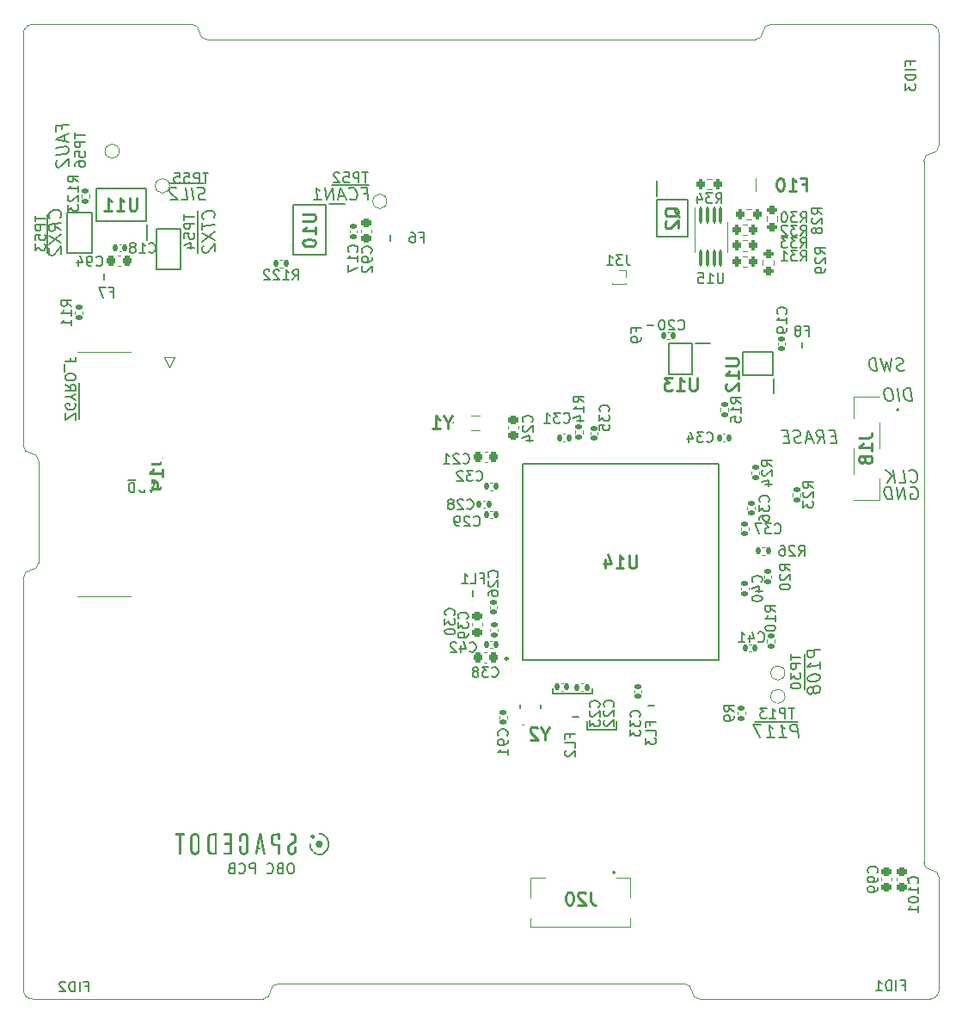
<source format=gbo>
%TF.GenerationSoftware,KiCad,Pcbnew,6.0.9*%
%TF.CreationDate,2023-07-28T14:51:24+03:00*%
%TF.ProjectId,obc-adcs-board,6f62632d-6164-4637-932d-626f6172642e,rev?*%
%TF.SameCoordinates,PX3e2df80PY83e4a60*%
%TF.FileFunction,Legend,Bot*%
%TF.FilePolarity,Positive*%
%FSLAX46Y46*%
G04 Gerber Fmt 4.6, Leading zero omitted, Abs format (unit mm)*
G04 Created by KiCad (PCBNEW 6.0.9) date 2023-07-28 14:51:24*
%MOMM*%
%LPD*%
G01*
G04 APERTURE LIST*
G04 Aperture macros list*
%AMRoundRect*
0 Rectangle with rounded corners*
0 $1 Rounding radius*
0 $2 $3 $4 $5 $6 $7 $8 $9 X,Y pos of 4 corners*
0 Add a 4 corners polygon primitive as box body*
4,1,4,$2,$3,$4,$5,$6,$7,$8,$9,$2,$3,0*
0 Add four circle primitives for the rounded corners*
1,1,$1+$1,$2,$3*
1,1,$1+$1,$4,$5*
1,1,$1+$1,$6,$7*
1,1,$1+$1,$8,$9*
0 Add four rect primitives between the rounded corners*
20,1,$1+$1,$2,$3,$4,$5,0*
20,1,$1+$1,$4,$5,$6,$7,0*
20,1,$1+$1,$6,$7,$8,$9,0*
20,1,$1+$1,$8,$9,$2,$3,0*%
G04 Aperture macros list end*
%ADD10C,0.150000*%
%TA.AperFunction,Profile*%
%ADD11C,0.100000*%
%TD*%
%ADD12C,0.254000*%
%ADD13C,0.200000*%
%ADD14C,0.120000*%
%ADD15C,0.127000*%
%ADD16C,0.250000*%
%ADD17C,0.100000*%
%ADD18C,0.010000*%
%ADD19C,5.600000*%
%ADD20C,0.900000*%
%ADD21R,0.850000X0.850000*%
%ADD22R,1.530000X1.530000*%
%ADD23C,1.530000*%
%ADD24R,0.450000X1.475000*%
%ADD25RoundRect,0.135000X-0.185000X0.135000X-0.185000X-0.135000X0.185000X-0.135000X0.185000X0.135000X0*%
%ADD26R,1.780000X3.430000*%
%ADD27R,1.475000X0.300000*%
%ADD28R,0.300000X1.475000*%
%ADD29RoundRect,0.200000X-0.200000X-0.275000X0.200000X-0.275000X0.200000X0.275000X-0.200000X0.275000X0*%
%ADD30RoundRect,0.140000X0.170000X-0.140000X0.170000X0.140000X-0.170000X0.140000X-0.170000X-0.140000X0*%
%ADD31RoundRect,0.135000X0.185000X-0.135000X0.185000X0.135000X-0.185000X0.135000X-0.185000X-0.135000X0*%
%ADD32R,0.550000X1.000000*%
%ADD33R,1.260000X1.300000*%
%ADD34RoundRect,0.225000X0.225000X0.250000X-0.225000X0.250000X-0.225000X-0.250000X0.225000X-0.250000X0*%
%ADD35RoundRect,0.200000X0.200000X0.275000X-0.200000X0.275000X-0.200000X-0.275000X0.200000X-0.275000X0*%
%ADD36RoundRect,0.140000X-0.170000X0.140000X-0.170000X-0.140000X0.170000X-0.140000X0.170000X0.140000X0*%
%ADD37R,0.650000X1.528000*%
%ADD38R,1.400000X0.450000*%
%ADD39RoundRect,0.100000X-0.100000X0.712500X-0.100000X-0.712500X0.100000X-0.712500X0.100000X0.712500X0*%
%ADD40RoundRect,0.225000X0.250000X-0.225000X0.250000X0.225000X-0.250000X0.225000X-0.250000X-0.225000X0*%
%ADD41RoundRect,0.140000X-0.140000X-0.170000X0.140000X-0.170000X0.140000X0.170000X-0.140000X0.170000X0*%
%ADD42C,1.000000*%
%ADD43RoundRect,0.225000X-0.250000X0.225000X-0.250000X-0.225000X0.250000X-0.225000X0.250000X0.225000X0*%
%ADD44R,1.000000X1.800000*%
%ADD45RoundRect,0.140000X0.140000X0.170000X-0.140000X0.170000X-0.140000X-0.170000X0.140000X-0.170000X0*%
%ADD46R,1.905000X1.020000*%
%ADD47R,0.940000X1.010000*%
%ADD48R,0.940000X1.020000*%
%ADD49R,0.450000X1.400000*%
%ADD50R,1.010000X0.940000*%
%ADD51RoundRect,0.200000X0.275000X-0.200000X0.275000X0.200000X-0.275000X0.200000X-0.275000X-0.200000X0*%
%ADD52RoundRect,0.225000X-0.225000X-0.250000X0.225000X-0.250000X0.225000X0.250000X-0.225000X0.250000X0*%
%ADD53R,0.700000X0.650000*%
%ADD54R,0.650000X0.700000*%
%ADD55R,1.000000X1.500000*%
%ADD56RoundRect,0.135000X-0.135000X-0.185000X0.135000X-0.185000X0.135000X0.185000X-0.135000X0.185000X0*%
%ADD57RoundRect,0.200000X-0.275000X0.200000X-0.275000X-0.200000X0.275000X-0.200000X0.275000X0.200000X0*%
%ADD58RoundRect,0.135000X0.135000X0.185000X-0.135000X0.185000X-0.135000X-0.185000X0.135000X-0.185000X0*%
%ADD59R,1.528000X0.650000*%
%ADD60R,0.800000X0.900000*%
%ADD61R,1.500000X1.000000*%
G04 APERTURE END LIST*
D10*
X55730000Y26640000D02*
X55630000Y26640000D01*
X17900000Y80400000D02*
X14500000Y80400000D01*
X10400000Y51200000D02*
X13100000Y51200000D01*
X17300000Y77700000D02*
X17300000Y73500000D01*
X55630000Y26640000D02*
X55630000Y27440000D01*
X34100000Y80200000D02*
X30500000Y80200000D01*
X52250000Y30200000D02*
X52250000Y30700000D01*
X77000000Y34100000D02*
X77000000Y30600000D01*
X56100000Y30700000D02*
X56100000Y30200000D01*
X58480000Y27440000D02*
X58480000Y26640000D01*
X56100000Y30200000D02*
X52250000Y30200000D01*
X58480000Y26640000D02*
X55730000Y26640000D01*
X5600000Y57200000D02*
X5600000Y60700000D01*
X2440000Y77310000D02*
X2440000Y73510000D01*
X76400000Y27400000D02*
X72100000Y27400000D01*
D11*
X1600000Y43065000D02*
X1600000Y53065000D01*
X66685000Y120000D02*
X89370000Y120000D01*
X850000Y42315000D02*
G75*
G03*
X100000Y41565000I0J-750000D01*
G01*
X65935000Y870000D02*
G75*
G03*
X65185000Y1620000I-750000J0D01*
G01*
X72185000Y94510000D02*
G75*
G03*
X72935000Y95260000I0J750000D01*
G01*
X90270000Y12065000D02*
X90270000Y1020000D01*
X850000Y42315000D02*
G75*
G03*
X1600000Y43065000I0J750000D01*
G01*
X25185000Y1620000D02*
G75*
G03*
X24435000Y870000I0J-750000D01*
G01*
X18185000Y94510000D02*
X72185000Y94510000D01*
X100000Y41565000D02*
X100000Y1010000D01*
X73685000Y96010000D02*
G75*
G03*
X72935000Y95260000I0J-750000D01*
G01*
X1000000Y96010000D02*
G75*
G03*
X100000Y95110000I0J-900000D01*
G01*
X100000Y1010000D02*
G75*
G03*
X1000000Y110000I900000J0D01*
G01*
X88770000Y13565000D02*
X88770000Y82565000D01*
X90270000Y12065000D02*
G75*
G03*
X89520000Y12815000I-750000J0D01*
G01*
X89520000Y83315000D02*
G75*
G03*
X88770000Y82565000I0J-750000D01*
G01*
X88770000Y13565000D02*
G75*
G03*
X89520000Y12815000I750000J0D01*
G01*
X25185000Y1620000D02*
X65185000Y1620000D01*
X73685000Y96010000D02*
X89370000Y96010000D01*
X89520000Y83315000D02*
G75*
G03*
X90270000Y84065000I0J750000D01*
G01*
X89370000Y120000D02*
G75*
G03*
X90270000Y1020000I0J900000D01*
G01*
X1600000Y53065000D02*
G75*
G03*
X850000Y53815000I-750000J0D01*
G01*
X23685000Y120000D02*
G75*
G03*
X24435000Y870000I0J750000D01*
G01*
X90270000Y95110000D02*
G75*
G03*
X89370000Y96010000I-900000J0D01*
G01*
X17435000Y95260000D02*
G75*
G03*
X18185000Y94510000I750000J0D01*
G01*
X100000Y54565000D02*
G75*
G03*
X850000Y53815000I750000J0D01*
G01*
X1000000Y96010000D02*
X16685000Y96010000D01*
X90270000Y95110000D02*
X90270000Y84065000D01*
X100000Y95110000D02*
X100000Y54565000D01*
X17435000Y95260000D02*
G75*
G03*
X16685000Y96010000I-750000J0D01*
G01*
X23685000Y120000D02*
X1000000Y110000D01*
X65935000Y870000D02*
G75*
G03*
X66685000Y120000I750000J0D01*
G01*
D10*
X87421912Y50465000D02*
X87533519Y50524524D01*
X87712090Y50524524D01*
X87898102Y50465000D01*
X88032031Y50345953D01*
X88106436Y50226905D01*
X88195721Y49988810D01*
X88218043Y49810239D01*
X88188281Y49572143D01*
X88143638Y49453096D01*
X88039471Y49334048D01*
X87868340Y49274524D01*
X87749293Y49274524D01*
X87563281Y49334048D01*
X87496316Y49393572D01*
X87444233Y49810239D01*
X87682328Y49810239D01*
X86975483Y49274524D02*
X86819233Y50524524D01*
X86261197Y49274524D01*
X86104947Y50524524D01*
X85665959Y49274524D02*
X85509709Y50524524D01*
X85212090Y50524524D01*
X85040959Y50465000D01*
X84936793Y50345953D01*
X84892150Y50226905D01*
X84862388Y49988810D01*
X84884709Y49810239D01*
X84973995Y49572143D01*
X85048400Y49453096D01*
X85182328Y49334048D01*
X85368340Y49274524D01*
X85665959Y49274524D01*
X18846428Y76983222D02*
X18905952Y77050187D01*
X18965476Y77236198D01*
X18965476Y77355246D01*
X18905952Y77526377D01*
X18786904Y77630544D01*
X18667857Y77675187D01*
X18429761Y77704948D01*
X18251190Y77682627D01*
X18013095Y77593341D01*
X17894047Y77518937D01*
X17775000Y77385008D01*
X17715476Y77198996D01*
X17715476Y77079948D01*
X17775000Y76908817D01*
X17834523Y76856734D01*
X17715476Y76484710D02*
X17715476Y75770425D01*
X18965476Y76283817D02*
X17715476Y76127567D01*
X17715476Y75472806D02*
X18965476Y74795722D01*
X17715476Y74639472D02*
X18965476Y75629056D01*
X17834523Y74237687D02*
X17775000Y74170722D01*
X17715476Y74044234D01*
X17715476Y73746615D01*
X17775000Y73635008D01*
X17834523Y73582925D01*
X17953571Y73538282D01*
X18072619Y73553163D01*
X18251190Y73635008D01*
X18965476Y74438579D01*
X18965476Y73664770D01*
X3880714Y85673639D02*
X3880714Y86090306D01*
X4535476Y86172151D02*
X3285476Y86015901D01*
X3285476Y85420663D01*
X4178333Y85115603D02*
X4178333Y84520365D01*
X4535476Y85279294D02*
X3285476Y84706377D01*
X4535476Y84445960D01*
X3285476Y83873044D02*
X4297380Y83999532D01*
X4416428Y83954889D01*
X4475952Y83902806D01*
X4535476Y83791198D01*
X4535476Y83553103D01*
X4475952Y83426615D01*
X4416428Y83359651D01*
X4297380Y83285246D01*
X3285476Y83158758D01*
X3404523Y82637925D02*
X3345000Y82570960D01*
X3285476Y82444472D01*
X3285476Y82146853D01*
X3345000Y82035246D01*
X3404523Y81983163D01*
X3523571Y81938520D01*
X3642619Y81953401D01*
X3821190Y82035246D01*
X4535476Y82838817D01*
X4535476Y82065008D01*
X26526190Y13467620D02*
X26335714Y13467620D01*
X26240476Y13420000D01*
X26145238Y13324762D01*
X26097619Y13134286D01*
X26097619Y12800953D01*
X26145238Y12610477D01*
X26240476Y12515239D01*
X26335714Y12467620D01*
X26526190Y12467620D01*
X26621428Y12515239D01*
X26716666Y12610477D01*
X26764285Y12800953D01*
X26764285Y13134286D01*
X26716666Y13324762D01*
X26621428Y13420000D01*
X26526190Y13467620D01*
X25335714Y12991429D02*
X25192857Y12943810D01*
X25145238Y12896191D01*
X25097619Y12800953D01*
X25097619Y12658096D01*
X25145238Y12562858D01*
X25192857Y12515239D01*
X25288095Y12467620D01*
X25669047Y12467620D01*
X25669047Y13467620D01*
X25335714Y13467620D01*
X25240476Y13420000D01*
X25192857Y13372381D01*
X25145238Y13277143D01*
X25145238Y13181905D01*
X25192857Y13086667D01*
X25240476Y13039048D01*
X25335714Y12991429D01*
X25669047Y12991429D01*
X24097619Y12562858D02*
X24145238Y12515239D01*
X24288095Y12467620D01*
X24383333Y12467620D01*
X24526190Y12515239D01*
X24621428Y12610477D01*
X24669047Y12705715D01*
X24716666Y12896191D01*
X24716666Y13039048D01*
X24669047Y13229524D01*
X24621428Y13324762D01*
X24526190Y13420000D01*
X24383333Y13467620D01*
X24288095Y13467620D01*
X24145238Y13420000D01*
X24097619Y13372381D01*
X22907142Y12467620D02*
X22907142Y13467620D01*
X22526190Y13467620D01*
X22430952Y13420000D01*
X22383333Y13372381D01*
X22335714Y13277143D01*
X22335714Y13134286D01*
X22383333Y13039048D01*
X22430952Y12991429D01*
X22526190Y12943810D01*
X22907142Y12943810D01*
X21335714Y12562858D02*
X21383333Y12515239D01*
X21526190Y12467620D01*
X21621428Y12467620D01*
X21764285Y12515239D01*
X21859523Y12610477D01*
X21907142Y12705715D01*
X21954761Y12896191D01*
X21954761Y13039048D01*
X21907142Y13229524D01*
X21859523Y13324762D01*
X21764285Y13420000D01*
X21621428Y13467620D01*
X21526190Y13467620D01*
X21383333Y13420000D01*
X21335714Y13372381D01*
X20573809Y12991429D02*
X20430952Y12943810D01*
X20383333Y12896191D01*
X20335714Y12800953D01*
X20335714Y12658096D01*
X20383333Y12562858D01*
X20430952Y12515239D01*
X20526190Y12467620D01*
X20907142Y12467620D01*
X20907142Y13467620D01*
X20573809Y13467620D01*
X20478571Y13420000D01*
X20430952Y13372381D01*
X20383333Y13277143D01*
X20383333Y13181905D01*
X20430952Y13086667D01*
X20478571Y13039048D01*
X20573809Y12991429D01*
X20907142Y12991429D01*
X87588102Y58984524D02*
X87431852Y60234524D01*
X87134233Y60234524D01*
X86963102Y60175000D01*
X86858936Y60055953D01*
X86814293Y59936905D01*
X86784531Y59698810D01*
X86806852Y59520239D01*
X86896138Y59282143D01*
X86970543Y59163096D01*
X87104471Y59044048D01*
X87290483Y58984524D01*
X87588102Y58984524D01*
X86338102Y58984524D02*
X86181852Y60234524D01*
X85348519Y60234524D02*
X85110424Y60234524D01*
X84998816Y60175000D01*
X84894650Y60055953D01*
X84864888Y59817858D01*
X84916971Y59401191D01*
X85006257Y59163096D01*
X85140186Y59044048D01*
X85266674Y58984524D01*
X85504769Y58984524D01*
X85616376Y59044048D01*
X85720543Y59163096D01*
X85750305Y59401191D01*
X85698221Y59817858D01*
X85608936Y60055953D01*
X85475007Y60175000D01*
X85348519Y60234524D01*
X3726428Y77032032D02*
X3785952Y77098996D01*
X3845476Y77285008D01*
X3845476Y77404056D01*
X3785952Y77575187D01*
X3666904Y77679353D01*
X3547857Y77723996D01*
X3309761Y77753758D01*
X3131190Y77731437D01*
X2893095Y77642151D01*
X2774047Y77567746D01*
X2655000Y77433817D01*
X2595476Y77247806D01*
X2595476Y77128758D01*
X2655000Y76957627D01*
X2714523Y76905544D01*
X3845476Y75796913D02*
X3250238Y76139175D01*
X3845476Y76511198D02*
X2595476Y76354948D01*
X2595476Y75878758D01*
X2655000Y75767151D01*
X2714523Y75715067D01*
X2833571Y75670425D01*
X3012142Y75692746D01*
X3131190Y75767151D01*
X3190714Y75834115D01*
X3250238Y75960603D01*
X3250238Y76436794D01*
X2595476Y75223996D02*
X3845476Y74546913D01*
X2595476Y74390663D02*
X3845476Y75380246D01*
X2714523Y73988877D02*
X2655000Y73921913D01*
X2595476Y73795425D01*
X2595476Y73497806D01*
X2655000Y73386198D01*
X2714523Y73334115D01*
X2833571Y73289472D01*
X2952619Y73304353D01*
X3131190Y73386198D01*
X3845476Y74189770D01*
X3845476Y73415960D01*
X33568638Y79389286D02*
X33985305Y79389286D01*
X34067150Y78734524D02*
X33910900Y79984524D01*
X33315662Y79984524D01*
X32266555Y78853572D02*
X32333519Y78794048D01*
X32519531Y78734524D01*
X32638578Y78734524D01*
X32809709Y78794048D01*
X32913876Y78913096D01*
X32958519Y79032143D01*
X32988281Y79270239D01*
X32965959Y79448810D01*
X32876674Y79686905D01*
X32802269Y79805953D01*
X32668340Y79925000D01*
X32482328Y79984524D01*
X32363281Y79984524D01*
X32192150Y79925000D01*
X32140066Y79865477D01*
X31760602Y79091667D02*
X31165364Y79091667D01*
X31924293Y78734524D02*
X31351376Y79984524D01*
X31090959Y78734524D01*
X30674293Y78734524D02*
X30518043Y79984524D01*
X29960007Y78734524D01*
X29803757Y79984524D01*
X28710007Y78734524D02*
X29424293Y78734524D01*
X29067150Y78734524D02*
X28910900Y79984524D01*
X29052269Y79805953D01*
X29186197Y79686905D01*
X29312686Y79627381D01*
X87437507Y51063572D02*
X87504471Y51004048D01*
X87690483Y50944524D01*
X87809531Y50944524D01*
X87980662Y51004048D01*
X88084828Y51123096D01*
X88129471Y51242143D01*
X88159233Y51480239D01*
X88136912Y51658810D01*
X88047626Y51896905D01*
X87973221Y52015953D01*
X87839293Y52135000D01*
X87653281Y52194524D01*
X87534233Y52194524D01*
X87363102Y52135000D01*
X87311019Y52075477D01*
X86321436Y50944524D02*
X86916674Y50944524D01*
X86760424Y52194524D01*
X85904769Y50944524D02*
X85748519Y52194524D01*
X85190483Y50944524D02*
X85636912Y51658810D01*
X85034233Y52194524D02*
X85837805Y51480239D01*
X13033333Y50947620D02*
X12700000Y49947620D01*
X12366666Y50947620D01*
X12033333Y49947620D02*
X12033333Y50947620D01*
X11795238Y50947620D01*
X11652380Y50900000D01*
X11557142Y50804762D01*
X11509523Y50709524D01*
X11461904Y50519048D01*
X11461904Y50376191D01*
X11509523Y50185715D01*
X11557142Y50090477D01*
X11652380Y49995239D01*
X11795238Y49947620D01*
X12033333Y49947620D01*
X11033333Y49947620D02*
X11033333Y50947620D01*
X10795238Y50947620D01*
X10652380Y50900000D01*
X10557142Y50804762D01*
X10509523Y50709524D01*
X10461904Y50519048D01*
X10461904Y50376191D01*
X10509523Y50185715D01*
X10557142Y50090477D01*
X10652380Y49995239D01*
X10795238Y49947620D01*
X11033333Y49947620D01*
X80055781Y55489286D02*
X79639114Y55489286D01*
X79542388Y54834524D02*
X80137626Y54834524D01*
X79981376Y56084524D01*
X79386138Y56084524D01*
X78292388Y54834524D02*
X78634650Y55429762D01*
X79006674Y54834524D02*
X78850424Y56084524D01*
X78374233Y56084524D01*
X78262626Y56025000D01*
X78210543Y55965477D01*
X78165900Y55846429D01*
X78188221Y55667858D01*
X78262626Y55548810D01*
X78329590Y55489286D01*
X78456078Y55429762D01*
X78932269Y55429762D01*
X77771555Y55191667D02*
X77176316Y55191667D01*
X77935245Y54834524D02*
X77362328Y56084524D01*
X77101912Y54834524D01*
X76737328Y54894048D02*
X76566197Y54834524D01*
X76268578Y54834524D01*
X76142090Y54894048D01*
X76075126Y54953572D01*
X76000721Y55072620D01*
X75985840Y55191667D01*
X76030483Y55310715D01*
X76082566Y55370239D01*
X76194174Y55429762D01*
X76424828Y55489286D01*
X76536436Y55548810D01*
X76588519Y55608334D01*
X76633162Y55727381D01*
X76618281Y55846429D01*
X76543876Y55965477D01*
X76476912Y56025000D01*
X76350424Y56084524D01*
X76052805Y56084524D01*
X75881674Y56025000D01*
X75412924Y55489286D02*
X74996257Y55489286D01*
X74899531Y54834524D02*
X75494769Y54834524D01*
X75338519Y56084524D01*
X74743281Y56084524D01*
X86847328Y61994048D02*
X86676197Y61934524D01*
X86378578Y61934524D01*
X86252090Y61994048D01*
X86185126Y62053572D01*
X86110721Y62172620D01*
X86095840Y62291667D01*
X86140483Y62410715D01*
X86192566Y62470239D01*
X86304174Y62529762D01*
X86534828Y62589286D01*
X86646436Y62648810D01*
X86698519Y62708334D01*
X86743162Y62827381D01*
X86728281Y62946429D01*
X86653876Y63065477D01*
X86586912Y63125000D01*
X86460424Y63184524D01*
X86162805Y63184524D01*
X85991674Y63125000D01*
X85567566Y63184524D02*
X85426197Y61934524D01*
X85076495Y62827381D01*
X84950007Y61934524D01*
X84496138Y63184524D01*
X84176197Y61934524D02*
X84019947Y63184524D01*
X83722328Y63184524D01*
X83551197Y63125000D01*
X83447031Y63005953D01*
X83402388Y62886905D01*
X83372626Y62648810D01*
X83394947Y62470239D01*
X83484233Y62232143D01*
X83558638Y62113096D01*
X83692566Y61994048D01*
X83878578Y61934524D01*
X84176197Y61934524D01*
X18066852Y78794048D02*
X17895721Y78734524D01*
X17598102Y78734524D01*
X17471614Y78794048D01*
X17404650Y78853572D01*
X17330245Y78972620D01*
X17315364Y79091667D01*
X17360007Y79210715D01*
X17412090Y79270239D01*
X17523697Y79329762D01*
X17754352Y79389286D01*
X17865959Y79448810D01*
X17918043Y79508334D01*
X17962686Y79627381D01*
X17947805Y79746429D01*
X17873400Y79865477D01*
X17806436Y79925000D01*
X17679947Y79984524D01*
X17382328Y79984524D01*
X17211197Y79925000D01*
X16824293Y78734524D02*
X16668043Y79984524D01*
X15633816Y78734524D02*
X16229055Y78734524D01*
X16072805Y79984524D01*
X15135305Y79865477D02*
X15068340Y79925000D01*
X14941852Y79984524D01*
X14644233Y79984524D01*
X14532626Y79925000D01*
X14480543Y79865477D01*
X14435900Y79746429D01*
X14450781Y79627381D01*
X14532626Y79448810D01*
X15336197Y78734524D01*
X14562388Y78734524D01*
X5247619Y57104762D02*
X5247619Y57771429D01*
X4247619Y57104762D01*
X4247619Y57771429D01*
X5200000Y58676191D02*
X5247619Y58580953D01*
X5247619Y58438096D01*
X5200000Y58295239D01*
X5104761Y58200000D01*
X5009523Y58152381D01*
X4819047Y58104762D01*
X4676190Y58104762D01*
X4485714Y58152381D01*
X4390476Y58200000D01*
X4295238Y58295239D01*
X4247619Y58438096D01*
X4247619Y58533334D01*
X4295238Y58676191D01*
X4342857Y58723810D01*
X4676190Y58723810D01*
X4676190Y58533334D01*
X4723809Y59342858D02*
X4247619Y59342858D01*
X5247619Y59009524D02*
X4723809Y59342858D01*
X5247619Y59676191D01*
X4247619Y60580953D02*
X4723809Y60247620D01*
X4247619Y60009524D02*
X5247619Y60009524D01*
X5247619Y60390477D01*
X5200000Y60485715D01*
X5152380Y60533334D01*
X5057142Y60580953D01*
X4914285Y60580953D01*
X4819047Y60533334D01*
X4771428Y60485715D01*
X4723809Y60390477D01*
X4723809Y60009524D01*
X5247619Y61200000D02*
X5247619Y61390477D01*
X5200000Y61485715D01*
X5104761Y61580953D01*
X4914285Y61628572D01*
X4580952Y61628572D01*
X4390476Y61580953D01*
X4295238Y61485715D01*
X4247619Y61390477D01*
X4247619Y61200000D01*
X4295238Y61104762D01*
X4390476Y61009524D01*
X4580952Y60961905D01*
X4914285Y60961905D01*
X5104761Y61009524D01*
X5200000Y61104762D01*
X5247619Y61200000D01*
X4152380Y61819048D02*
X4152380Y62580953D01*
X4771428Y63152381D02*
X4771428Y62819048D01*
X4247619Y62819048D02*
X5247619Y62819048D01*
X5247619Y63295239D01*
X78565476Y34531437D02*
X77315476Y34375187D01*
X77315476Y33898996D01*
X77375000Y33787389D01*
X77434523Y33735306D01*
X77553571Y33690663D01*
X77732142Y33712984D01*
X77851190Y33787389D01*
X77910714Y33854353D01*
X77970238Y33980841D01*
X77970238Y34457032D01*
X78565476Y32626675D02*
X78565476Y33340960D01*
X78565476Y32983817D02*
X77315476Y32827567D01*
X77494047Y32968937D01*
X77613095Y33102865D01*
X77672619Y33229353D01*
X77315476Y31696615D02*
X77315476Y31577567D01*
X77375000Y31465960D01*
X77434523Y31413877D01*
X77553571Y31369234D01*
X77791666Y31339472D01*
X78089285Y31376675D01*
X78327380Y31465960D01*
X78446428Y31540365D01*
X78505952Y31607329D01*
X78565476Y31733817D01*
X78565476Y31852865D01*
X78505952Y31964472D01*
X78446428Y32016556D01*
X78327380Y32061198D01*
X78089285Y32090960D01*
X77791666Y32053758D01*
X77553571Y31964472D01*
X77434523Y31890067D01*
X77375000Y31823103D01*
X77315476Y31696615D01*
X77851190Y30632627D02*
X77791666Y30744234D01*
X77732142Y30796317D01*
X77613095Y30840960D01*
X77553571Y30833520D01*
X77434523Y30759115D01*
X77375000Y30692151D01*
X77315476Y30565663D01*
X77315476Y30327567D01*
X77375000Y30215960D01*
X77434523Y30163877D01*
X77553571Y30119234D01*
X77613095Y30126675D01*
X77732142Y30201079D01*
X77791666Y30268044D01*
X77851190Y30394532D01*
X77851190Y30632627D01*
X77910714Y30759115D01*
X77970238Y30826079D01*
X78089285Y30900484D01*
X78327380Y30930246D01*
X78446428Y30885603D01*
X78505952Y30833520D01*
X78565476Y30721913D01*
X78565476Y30483817D01*
X78505952Y30357329D01*
X78446428Y30290365D01*
X78327380Y30215960D01*
X78089285Y30186198D01*
X77970238Y30230841D01*
X77910714Y30282925D01*
X77851190Y30394532D01*
X76431436Y25834524D02*
X76275186Y27084524D01*
X75798995Y27084524D01*
X75687388Y27025000D01*
X75635305Y26965477D01*
X75590662Y26846429D01*
X75612983Y26667858D01*
X75687388Y26548810D01*
X75754352Y26489286D01*
X75880840Y26429762D01*
X76357031Y26429762D01*
X74526674Y25834524D02*
X75240959Y25834524D01*
X74883816Y25834524D02*
X74727566Y27084524D01*
X74868936Y26905953D01*
X75002864Y26786905D01*
X75129352Y26727381D01*
X73336197Y25834524D02*
X74050483Y25834524D01*
X73693340Y25834524D02*
X73537090Y27084524D01*
X73678459Y26905953D01*
X73812388Y26786905D01*
X73938876Y26727381D01*
X72763281Y27084524D02*
X71929947Y27084524D01*
X72621912Y25834524D01*
D12*
%TO.C,Q2*%
X64695476Y77069048D02*
X64635000Y77188096D01*
X64514047Y77307143D01*
X64332619Y77485715D01*
X64272142Y77604762D01*
X64272142Y77723810D01*
X64574523Y77664286D02*
X64514047Y77783334D01*
X64393095Y77902381D01*
X64151190Y77961905D01*
X63727857Y77961905D01*
X63485952Y77902381D01*
X63365000Y77783334D01*
X63304523Y77664286D01*
X63304523Y77426191D01*
X63365000Y77307143D01*
X63485952Y77188096D01*
X63727857Y77128572D01*
X64151190Y77128572D01*
X64393095Y77188096D01*
X64514047Y77307143D01*
X64574523Y77426191D01*
X64574523Y77664286D01*
X63425476Y76652381D02*
X63365000Y76592858D01*
X63304523Y76473810D01*
X63304523Y76176191D01*
X63365000Y76057143D01*
X63425476Y75997620D01*
X63546428Y75938096D01*
X63667380Y75938096D01*
X63848809Y75997620D01*
X64574523Y76711905D01*
X64574523Y75938096D01*
D10*
%TO.C,R9*%
X70082380Y28426667D02*
X69606190Y28760000D01*
X70082380Y28998096D02*
X69082380Y28998096D01*
X69082380Y28617143D01*
X69130000Y28521905D01*
X69177619Y28474286D01*
X69272857Y28426667D01*
X69415714Y28426667D01*
X69510952Y28474286D01*
X69558571Y28521905D01*
X69606190Y28617143D01*
X69606190Y28998096D01*
X70082380Y27950477D02*
X70082380Y27760000D01*
X70034761Y27664762D01*
X69987142Y27617143D01*
X69844285Y27521905D01*
X69653809Y27474286D01*
X69272857Y27474286D01*
X69177619Y27521905D01*
X69130000Y27569524D01*
X69082380Y27664762D01*
X69082380Y27855239D01*
X69130000Y27950477D01*
X69177619Y27998096D01*
X69272857Y28045715D01*
X69510952Y28045715D01*
X69606190Y27998096D01*
X69653809Y27950477D01*
X69701428Y27855239D01*
X69701428Y27664762D01*
X69653809Y27569524D01*
X69606190Y27521905D01*
X69510952Y27474286D01*
%TO.C,TP53*%
X1262316Y77188301D02*
X1262316Y76616805D01*
X2262434Y76902553D02*
X1262316Y76902553D01*
X2262434Y76283432D02*
X1262316Y76283432D01*
X1262316Y75902435D01*
X1309941Y75807185D01*
X1357565Y75759561D01*
X1452815Y75711936D01*
X1595689Y75711936D01*
X1690938Y75759561D01*
X1738563Y75807185D01*
X1786187Y75902435D01*
X1786187Y76283432D01*
X1262316Y74807067D02*
X1262316Y75283314D01*
X1738563Y75330939D01*
X1690938Y75283314D01*
X1643313Y75188065D01*
X1643313Y74949941D01*
X1690938Y74854692D01*
X1738563Y74807067D01*
X1833812Y74759443D01*
X2071935Y74759443D01*
X2167185Y74807067D01*
X2214809Y74854692D01*
X2262434Y74949941D01*
X2262434Y75188065D01*
X2214809Y75283314D01*
X2167185Y75330939D01*
X1262316Y74426070D02*
X1262316Y73806949D01*
X1643313Y74140322D01*
X1643313Y73997448D01*
X1690938Y73902199D01*
X1738563Y73854574D01*
X1833812Y73806949D01*
X2071935Y73806949D01*
X2167185Y73854574D01*
X2214809Y73902199D01*
X2262434Y73997448D01*
X2262434Y74283196D01*
X2214809Y74378445D01*
X2167185Y74426070D01*
D12*
%TO.C,U14*%
X60472380Y43795477D02*
X60472380Y42767381D01*
X60411904Y42646429D01*
X60351428Y42585953D01*
X60230476Y42525477D01*
X59988571Y42525477D01*
X59867619Y42585953D01*
X59807142Y42646429D01*
X59746666Y42767381D01*
X59746666Y43795477D01*
X58476666Y42525477D02*
X59202380Y42525477D01*
X58839523Y42525477D02*
X58839523Y43795477D01*
X58960476Y43614048D01*
X59081428Y43493096D01*
X59202380Y43432620D01*
X57388095Y43372143D02*
X57388095Y42525477D01*
X57690476Y43855953D02*
X57992857Y42948810D01*
X57206666Y42948810D01*
D10*
%TO.C,R32*%
X76642857Y75247620D02*
X76976190Y75723810D01*
X77214285Y75247620D02*
X77214285Y76247620D01*
X76833333Y76247620D01*
X76738095Y76200000D01*
X76690476Y76152381D01*
X76642857Y76057143D01*
X76642857Y75914286D01*
X76690476Y75819048D01*
X76738095Y75771429D01*
X76833333Y75723810D01*
X77214285Y75723810D01*
X76309523Y76247620D02*
X75690476Y76247620D01*
X76023809Y75866667D01*
X75880952Y75866667D01*
X75785714Y75819048D01*
X75738095Y75771429D01*
X75690476Y75676191D01*
X75690476Y75438096D01*
X75738095Y75342858D01*
X75785714Y75295239D01*
X75880952Y75247620D01*
X76166666Y75247620D01*
X76261904Y75295239D01*
X76309523Y75342858D01*
X75309523Y76152381D02*
X75261904Y76200000D01*
X75166666Y76247620D01*
X74928571Y76247620D01*
X74833333Y76200000D01*
X74785714Y76152381D01*
X74738095Y76057143D01*
X74738095Y75961905D01*
X74785714Y75819048D01*
X75357142Y75247620D01*
X74738095Y75247620D01*
%TO.C,C35*%
X57707142Y57942858D02*
X57754761Y57990477D01*
X57802380Y58133334D01*
X57802380Y58228572D01*
X57754761Y58371429D01*
X57659523Y58466667D01*
X57564285Y58514286D01*
X57373809Y58561905D01*
X57230952Y58561905D01*
X57040476Y58514286D01*
X56945238Y58466667D01*
X56850000Y58371429D01*
X56802380Y58228572D01*
X56802380Y58133334D01*
X56850000Y57990477D01*
X56897619Y57942858D01*
X56802380Y57609524D02*
X56802380Y56990477D01*
X57183333Y57323810D01*
X57183333Y57180953D01*
X57230952Y57085715D01*
X57278571Y57038096D01*
X57373809Y56990477D01*
X57611904Y56990477D01*
X57707142Y57038096D01*
X57754761Y57085715D01*
X57802380Y57180953D01*
X57802380Y57466667D01*
X57754761Y57561905D01*
X57707142Y57609524D01*
X56802380Y56085715D02*
X56802380Y56561905D01*
X57278571Y56609524D01*
X57230952Y56561905D01*
X57183333Y56466667D01*
X57183333Y56228572D01*
X57230952Y56133334D01*
X57278571Y56085715D01*
X57373809Y56038096D01*
X57611904Y56038096D01*
X57707142Y56085715D01*
X57754761Y56133334D01*
X57802380Y56228572D01*
X57802380Y56466667D01*
X57754761Y56561905D01*
X57707142Y56609524D01*
%TO.C,R23*%
X77872380Y50392858D02*
X77396190Y50726191D01*
X77872380Y50964286D02*
X76872380Y50964286D01*
X76872380Y50583334D01*
X76920000Y50488096D01*
X76967619Y50440477D01*
X77062857Y50392858D01*
X77205714Y50392858D01*
X77300952Y50440477D01*
X77348571Y50488096D01*
X77396190Y50583334D01*
X77396190Y50964286D01*
X76967619Y50011905D02*
X76920000Y49964286D01*
X76872380Y49869048D01*
X76872380Y49630953D01*
X76920000Y49535715D01*
X76967619Y49488096D01*
X77062857Y49440477D01*
X77158095Y49440477D01*
X77300952Y49488096D01*
X77872380Y50059524D01*
X77872380Y49440477D01*
X76872380Y49107143D02*
X76872380Y48488096D01*
X77253333Y48821429D01*
X77253333Y48678572D01*
X77300952Y48583334D01*
X77348571Y48535715D01*
X77443809Y48488096D01*
X77681904Y48488096D01*
X77777142Y48535715D01*
X77824761Y48583334D01*
X77872380Y48678572D01*
X77872380Y48964286D01*
X77824761Y49059524D01*
X77777142Y49107143D01*
D12*
%TO.C,J20*%
X55998095Y10645477D02*
X55998095Y9738334D01*
X56058571Y9556905D01*
X56179523Y9435953D01*
X56360952Y9375477D01*
X56481904Y9375477D01*
X55453809Y10524524D02*
X55393333Y10585000D01*
X55272380Y10645477D01*
X54970000Y10645477D01*
X54849047Y10585000D01*
X54788571Y10524524D01*
X54728095Y10403572D01*
X54728095Y10282620D01*
X54788571Y10101191D01*
X55514285Y9375477D01*
X54728095Y9375477D01*
X53941904Y10645477D02*
X53820952Y10645477D01*
X53700000Y10585000D01*
X53639523Y10524524D01*
X53579047Y10403572D01*
X53518571Y10161667D01*
X53518571Y9859286D01*
X53579047Y9617381D01*
X53639523Y9496429D01*
X53700000Y9435953D01*
X53820952Y9375477D01*
X53941904Y9375477D01*
X54062857Y9435953D01*
X54123333Y9496429D01*
X54183809Y9617381D01*
X54244285Y9859286D01*
X54244285Y10161667D01*
X54183809Y10403572D01*
X54123333Y10524524D01*
X54062857Y10585000D01*
X53941904Y10645477D01*
D10*
%TO.C,C21*%
X43392857Y52892858D02*
X43440476Y52845239D01*
X43583333Y52797620D01*
X43678571Y52797620D01*
X43821428Y52845239D01*
X43916666Y52940477D01*
X43964285Y53035715D01*
X44011904Y53226191D01*
X44011904Y53369048D01*
X43964285Y53559524D01*
X43916666Y53654762D01*
X43821428Y53750000D01*
X43678571Y53797620D01*
X43583333Y53797620D01*
X43440476Y53750000D01*
X43392857Y53702381D01*
X43011904Y53702381D02*
X42964285Y53750000D01*
X42869047Y53797620D01*
X42630952Y53797620D01*
X42535714Y53750000D01*
X42488095Y53702381D01*
X42440476Y53607143D01*
X42440476Y53511905D01*
X42488095Y53369048D01*
X43059523Y52797620D01*
X42440476Y52797620D01*
X41488095Y52797620D02*
X42059523Y52797620D01*
X41773809Y52797620D02*
X41773809Y53797620D01*
X41869047Y53654762D01*
X41964285Y53559524D01*
X42059523Y53511905D01*
%TO.C,R30*%
X76642857Y76547620D02*
X76976190Y77023810D01*
X77214285Y76547620D02*
X77214285Y77547620D01*
X76833333Y77547620D01*
X76738095Y77500000D01*
X76690476Y77452381D01*
X76642857Y77357143D01*
X76642857Y77214286D01*
X76690476Y77119048D01*
X76738095Y77071429D01*
X76833333Y77023810D01*
X77214285Y77023810D01*
X76309523Y77547620D02*
X75690476Y77547620D01*
X76023809Y77166667D01*
X75880952Y77166667D01*
X75785714Y77119048D01*
X75738095Y77071429D01*
X75690476Y76976191D01*
X75690476Y76738096D01*
X75738095Y76642858D01*
X75785714Y76595239D01*
X75880952Y76547620D01*
X76166666Y76547620D01*
X76261904Y76595239D01*
X76309523Y76642858D01*
X75071428Y77547620D02*
X74976190Y77547620D01*
X74880952Y77500000D01*
X74833333Y77452381D01*
X74785714Y77357143D01*
X74738095Y77166667D01*
X74738095Y76928572D01*
X74785714Y76738096D01*
X74833333Y76642858D01*
X74880952Y76595239D01*
X74976190Y76547620D01*
X75071428Y76547620D01*
X75166666Y76595239D01*
X75214285Y76642858D01*
X75261904Y76738096D01*
X75309523Y76928572D01*
X75309523Y77166667D01*
X75261904Y77357143D01*
X75214285Y77452381D01*
X75166666Y77500000D01*
X75071428Y77547620D01*
%TO.C,R123*%
X5472380Y80519048D02*
X4996190Y80852381D01*
X5472380Y81090477D02*
X4472380Y81090477D01*
X4472380Y80709524D01*
X4520000Y80614286D01*
X4567619Y80566667D01*
X4662857Y80519048D01*
X4805714Y80519048D01*
X4900952Y80566667D01*
X4948571Y80614286D01*
X4996190Y80709524D01*
X4996190Y81090477D01*
X5472380Y79566667D02*
X5472380Y80138096D01*
X5472380Y79852381D02*
X4472380Y79852381D01*
X4615238Y79947620D01*
X4710476Y80042858D01*
X4758095Y80138096D01*
X4567619Y79185715D02*
X4520000Y79138096D01*
X4472380Y79042858D01*
X4472380Y78804762D01*
X4520000Y78709524D01*
X4567619Y78661905D01*
X4662857Y78614286D01*
X4758095Y78614286D01*
X4900952Y78661905D01*
X5472380Y79233334D01*
X5472380Y78614286D01*
X4472380Y78280953D02*
X4472380Y77661905D01*
X4853333Y77995239D01*
X4853333Y77852381D01*
X4900952Y77757143D01*
X4948571Y77709524D01*
X5043809Y77661905D01*
X5281904Y77661905D01*
X5377142Y77709524D01*
X5424761Y77757143D01*
X5472380Y77852381D01*
X5472380Y78138096D01*
X5424761Y78233334D01*
X5377142Y78280953D01*
%TO.C,C19*%
X75207142Y67542858D02*
X75254761Y67590477D01*
X75302380Y67733334D01*
X75302380Y67828572D01*
X75254761Y67971429D01*
X75159523Y68066667D01*
X75064285Y68114286D01*
X74873809Y68161905D01*
X74730952Y68161905D01*
X74540476Y68114286D01*
X74445238Y68066667D01*
X74350000Y67971429D01*
X74302380Y67828572D01*
X74302380Y67733334D01*
X74350000Y67590477D01*
X74397619Y67542858D01*
X75302380Y66590477D02*
X75302380Y67161905D01*
X75302380Y66876191D02*
X74302380Y66876191D01*
X74445238Y66971429D01*
X74540476Y67066667D01*
X74588095Y67161905D01*
X75302380Y66114286D02*
X75302380Y65923810D01*
X75254761Y65828572D01*
X75207142Y65780953D01*
X75064285Y65685715D01*
X74873809Y65638096D01*
X74492857Y65638096D01*
X74397619Y65685715D01*
X74350000Y65733334D01*
X74302380Y65828572D01*
X74302380Y66019048D01*
X74350000Y66114286D01*
X74397619Y66161905D01*
X74492857Y66209524D01*
X74730952Y66209524D01*
X74826190Y66161905D01*
X74873809Y66114286D01*
X74921428Y66019048D01*
X74921428Y65828572D01*
X74873809Y65733334D01*
X74826190Y65685715D01*
X74730952Y65638096D01*
%TO.C,R31*%
X76642857Y72747620D02*
X76976190Y73223810D01*
X77214285Y72747620D02*
X77214285Y73747620D01*
X76833333Y73747620D01*
X76738095Y73700000D01*
X76690476Y73652381D01*
X76642857Y73557143D01*
X76642857Y73414286D01*
X76690476Y73319048D01*
X76738095Y73271429D01*
X76833333Y73223810D01*
X77214285Y73223810D01*
X76309523Y73747620D02*
X75690476Y73747620D01*
X76023809Y73366667D01*
X75880952Y73366667D01*
X75785714Y73319048D01*
X75738095Y73271429D01*
X75690476Y73176191D01*
X75690476Y72938096D01*
X75738095Y72842858D01*
X75785714Y72795239D01*
X75880952Y72747620D01*
X76166666Y72747620D01*
X76261904Y72795239D01*
X76309523Y72842858D01*
X74738095Y72747620D02*
X75309523Y72747620D01*
X75023809Y72747620D02*
X75023809Y73747620D01*
X75119047Y73604762D01*
X75214285Y73509524D01*
X75309523Y73461905D01*
%TO.C,C38*%
X46242857Y31892858D02*
X46290476Y31845239D01*
X46433333Y31797620D01*
X46528571Y31797620D01*
X46671428Y31845239D01*
X46766666Y31940477D01*
X46814285Y32035715D01*
X46861904Y32226191D01*
X46861904Y32369048D01*
X46814285Y32559524D01*
X46766666Y32654762D01*
X46671428Y32750000D01*
X46528571Y32797620D01*
X46433333Y32797620D01*
X46290476Y32750000D01*
X46242857Y32702381D01*
X45909523Y32797620D02*
X45290476Y32797620D01*
X45623809Y32416667D01*
X45480952Y32416667D01*
X45385714Y32369048D01*
X45338095Y32321429D01*
X45290476Y32226191D01*
X45290476Y31988096D01*
X45338095Y31892858D01*
X45385714Y31845239D01*
X45480952Y31797620D01*
X45766666Y31797620D01*
X45861904Y31845239D01*
X45909523Y31892858D01*
X44719047Y32369048D02*
X44814285Y32416667D01*
X44861904Y32464286D01*
X44909523Y32559524D01*
X44909523Y32607143D01*
X44861904Y32702381D01*
X44814285Y32750000D01*
X44719047Y32797620D01*
X44528571Y32797620D01*
X44433333Y32750000D01*
X44385714Y32702381D01*
X44338095Y32607143D01*
X44338095Y32559524D01*
X44385714Y32464286D01*
X44433333Y32416667D01*
X44528571Y32369048D01*
X44719047Y32369048D01*
X44814285Y32321429D01*
X44861904Y32273810D01*
X44909523Y32178572D01*
X44909523Y31988096D01*
X44861904Y31892858D01*
X44814285Y31845239D01*
X44719047Y31797620D01*
X44528571Y31797620D01*
X44433333Y31845239D01*
X44385714Y31892858D01*
X44338095Y31988096D01*
X44338095Y32178572D01*
X44385714Y32273810D01*
X44433333Y32321429D01*
X44528571Y32369048D01*
%TO.C,R10*%
X74162380Y38232858D02*
X73686190Y38566191D01*
X74162380Y38804286D02*
X73162380Y38804286D01*
X73162380Y38423334D01*
X73210000Y38328096D01*
X73257619Y38280477D01*
X73352857Y38232858D01*
X73495714Y38232858D01*
X73590952Y38280477D01*
X73638571Y38328096D01*
X73686190Y38423334D01*
X73686190Y38804286D01*
X74162380Y37280477D02*
X74162380Y37851905D01*
X74162380Y37566191D02*
X73162380Y37566191D01*
X73305238Y37661429D01*
X73400476Y37756667D01*
X73448095Y37851905D01*
X73162380Y36661429D02*
X73162380Y36566191D01*
X73210000Y36470953D01*
X73257619Y36423334D01*
X73352857Y36375715D01*
X73543333Y36328096D01*
X73781428Y36328096D01*
X73971904Y36375715D01*
X74067142Y36423334D01*
X74114761Y36470953D01*
X74162380Y36566191D01*
X74162380Y36661429D01*
X74114761Y36756667D01*
X74067142Y36804286D01*
X73971904Y36851905D01*
X73781428Y36899524D01*
X73543333Y36899524D01*
X73352857Y36851905D01*
X73257619Y36804286D01*
X73210000Y36756667D01*
X73162380Y36661429D01*
D12*
%TO.C,U11*%
X11272380Y78955477D02*
X11272380Y77927381D01*
X11211904Y77806429D01*
X11151428Y77745953D01*
X11030476Y77685477D01*
X10788571Y77685477D01*
X10667619Y77745953D01*
X10607142Y77806429D01*
X10546666Y77927381D01*
X10546666Y78955477D01*
X9276666Y77685477D02*
X10002380Y77685477D01*
X9639523Y77685477D02*
X9639523Y78955477D01*
X9760476Y78774048D01*
X9881428Y78653096D01*
X10002380Y78592620D01*
X8067142Y77685477D02*
X8792857Y77685477D01*
X8430000Y77685477D02*
X8430000Y78955477D01*
X8550952Y78774048D01*
X8671904Y78653096D01*
X8792857Y78592620D01*
%TO.C,U13*%
X66422380Y61245477D02*
X66422380Y60217381D01*
X66361904Y60096429D01*
X66301428Y60035953D01*
X66180476Y59975477D01*
X65938571Y59975477D01*
X65817619Y60035953D01*
X65757142Y60096429D01*
X65696666Y60217381D01*
X65696666Y61245477D01*
X64426666Y59975477D02*
X65152380Y59975477D01*
X64789523Y59975477D02*
X64789523Y61245477D01*
X64910476Y61064048D01*
X65031428Y60943096D01*
X65152380Y60882620D01*
X64003333Y61245477D02*
X63217142Y61245477D01*
X63640476Y60761667D01*
X63459047Y60761667D01*
X63338095Y60701191D01*
X63277619Y60640715D01*
X63217142Y60519762D01*
X63217142Y60217381D01*
X63277619Y60096429D01*
X63338095Y60035953D01*
X63459047Y59975477D01*
X63821904Y59975477D01*
X63942857Y60035953D01*
X64003333Y60096429D01*
D10*
%TO.C,U15*%
X69038095Y71547620D02*
X69038095Y70738096D01*
X68990476Y70642858D01*
X68942857Y70595239D01*
X68847619Y70547620D01*
X68657142Y70547620D01*
X68561904Y70595239D01*
X68514285Y70642858D01*
X68466666Y70738096D01*
X68466666Y71547620D01*
X67466666Y70547620D02*
X68038095Y70547620D01*
X67752380Y70547620D02*
X67752380Y71547620D01*
X67847619Y71404762D01*
X67942857Y71309524D01*
X68038095Y71261905D01*
X66561904Y71547620D02*
X67038095Y71547620D01*
X67085714Y71071429D01*
X67038095Y71119048D01*
X66942857Y71166667D01*
X66704761Y71166667D01*
X66609523Y71119048D01*
X66561904Y71071429D01*
X66514285Y70976191D01*
X66514285Y70738096D01*
X66561904Y70642858D01*
X66609523Y70595239D01*
X66704761Y70547620D01*
X66942857Y70547620D01*
X67038095Y70595239D01*
X67085714Y70642858D01*
%TO.C,C33*%
X60757142Y27892858D02*
X60804761Y27940477D01*
X60852380Y28083334D01*
X60852380Y28178572D01*
X60804761Y28321429D01*
X60709523Y28416667D01*
X60614285Y28464286D01*
X60423809Y28511905D01*
X60280952Y28511905D01*
X60090476Y28464286D01*
X59995238Y28416667D01*
X59900000Y28321429D01*
X59852380Y28178572D01*
X59852380Y28083334D01*
X59900000Y27940477D01*
X59947619Y27892858D01*
X59852380Y27559524D02*
X59852380Y26940477D01*
X60233333Y27273810D01*
X60233333Y27130953D01*
X60280952Y27035715D01*
X60328571Y26988096D01*
X60423809Y26940477D01*
X60661904Y26940477D01*
X60757142Y26988096D01*
X60804761Y27035715D01*
X60852380Y27130953D01*
X60852380Y27416667D01*
X60804761Y27511905D01*
X60757142Y27559524D01*
X59852380Y26607143D02*
X59852380Y25988096D01*
X60233333Y26321429D01*
X60233333Y26178572D01*
X60280952Y26083334D01*
X60328571Y26035715D01*
X60423809Y25988096D01*
X60661904Y25988096D01*
X60757142Y26035715D01*
X60804761Y26083334D01*
X60852380Y26178572D01*
X60852380Y26464286D01*
X60804761Y26559524D01*
X60757142Y26607143D01*
%TO.C,C24*%
X50157142Y56892858D02*
X50204761Y56940477D01*
X50252380Y57083334D01*
X50252380Y57178572D01*
X50204761Y57321429D01*
X50109523Y57416667D01*
X50014285Y57464286D01*
X49823809Y57511905D01*
X49680952Y57511905D01*
X49490476Y57464286D01*
X49395238Y57416667D01*
X49300000Y57321429D01*
X49252380Y57178572D01*
X49252380Y57083334D01*
X49300000Y56940477D01*
X49347619Y56892858D01*
X49347619Y56511905D02*
X49300000Y56464286D01*
X49252380Y56369048D01*
X49252380Y56130953D01*
X49300000Y56035715D01*
X49347619Y55988096D01*
X49442857Y55940477D01*
X49538095Y55940477D01*
X49680952Y55988096D01*
X50252380Y56559524D01*
X50252380Y55940477D01*
X49585714Y55083334D02*
X50252380Y55083334D01*
X49204761Y55321429D02*
X49919047Y55559524D01*
X49919047Y54940477D01*
%TO.C,C40*%
X72757142Y41142858D02*
X72804761Y41190477D01*
X72852380Y41333334D01*
X72852380Y41428572D01*
X72804761Y41571429D01*
X72709523Y41666667D01*
X72614285Y41714286D01*
X72423809Y41761905D01*
X72280952Y41761905D01*
X72090476Y41714286D01*
X71995238Y41666667D01*
X71900000Y41571429D01*
X71852380Y41428572D01*
X71852380Y41333334D01*
X71900000Y41190477D01*
X71947619Y41142858D01*
X72185714Y40285715D02*
X72852380Y40285715D01*
X71804761Y40523810D02*
X72519047Y40761905D01*
X72519047Y40142858D01*
X71852380Y39571429D02*
X71852380Y39476191D01*
X71900000Y39380953D01*
X71947619Y39333334D01*
X72042857Y39285715D01*
X72233333Y39238096D01*
X72471428Y39238096D01*
X72661904Y39285715D01*
X72757142Y39333334D01*
X72804761Y39380953D01*
X72852380Y39476191D01*
X72852380Y39571429D01*
X72804761Y39666667D01*
X72757142Y39714286D01*
X72661904Y39761905D01*
X72471428Y39809524D01*
X72233333Y39809524D01*
X72042857Y39761905D01*
X71947619Y39714286D01*
X71900000Y39666667D01*
X71852380Y39571429D01*
%TO.C,C20*%
X64592857Y66042858D02*
X64640476Y65995239D01*
X64783333Y65947620D01*
X64878571Y65947620D01*
X65021428Y65995239D01*
X65116666Y66090477D01*
X65164285Y66185715D01*
X65211904Y66376191D01*
X65211904Y66519048D01*
X65164285Y66709524D01*
X65116666Y66804762D01*
X65021428Y66900000D01*
X64878571Y66947620D01*
X64783333Y66947620D01*
X64640476Y66900000D01*
X64592857Y66852381D01*
X64211904Y66852381D02*
X64164285Y66900000D01*
X64069047Y66947620D01*
X63830952Y66947620D01*
X63735714Y66900000D01*
X63688095Y66852381D01*
X63640476Y66757143D01*
X63640476Y66661905D01*
X63688095Y66519048D01*
X64259523Y65947620D01*
X63640476Y65947620D01*
X63021428Y66947620D02*
X62926190Y66947620D01*
X62830952Y66900000D01*
X62783333Y66852381D01*
X62735714Y66757143D01*
X62688095Y66566667D01*
X62688095Y66328572D01*
X62735714Y66138096D01*
X62783333Y66042858D01*
X62830952Y65995239D01*
X62926190Y65947620D01*
X63021428Y65947620D01*
X63116666Y65995239D01*
X63164285Y66042858D01*
X63211904Y66138096D01*
X63259523Y66328572D01*
X63259523Y66566667D01*
X63211904Y66757143D01*
X63164285Y66852381D01*
X63116666Y66900000D01*
X63021428Y66947620D01*
%TO.C,C26*%
X46757142Y41642858D02*
X46804761Y41690477D01*
X46852380Y41833334D01*
X46852380Y41928572D01*
X46804761Y42071429D01*
X46709523Y42166667D01*
X46614285Y42214286D01*
X46423809Y42261905D01*
X46280952Y42261905D01*
X46090476Y42214286D01*
X45995238Y42166667D01*
X45900000Y42071429D01*
X45852380Y41928572D01*
X45852380Y41833334D01*
X45900000Y41690477D01*
X45947619Y41642858D01*
X45947619Y41261905D02*
X45900000Y41214286D01*
X45852380Y41119048D01*
X45852380Y40880953D01*
X45900000Y40785715D01*
X45947619Y40738096D01*
X46042857Y40690477D01*
X46138095Y40690477D01*
X46280952Y40738096D01*
X46852380Y41309524D01*
X46852380Y40690477D01*
X45852380Y39833334D02*
X45852380Y40023810D01*
X45900000Y40119048D01*
X45947619Y40166667D01*
X46090476Y40261905D01*
X46280952Y40309524D01*
X46661904Y40309524D01*
X46757142Y40261905D01*
X46804761Y40214286D01*
X46852380Y40119048D01*
X46852380Y39928572D01*
X46804761Y39833334D01*
X46757142Y39785715D01*
X46661904Y39738096D01*
X46423809Y39738096D01*
X46328571Y39785715D01*
X46280952Y39833334D01*
X46233333Y39928572D01*
X46233333Y40119048D01*
X46280952Y40214286D01*
X46328571Y40261905D01*
X46423809Y40309524D01*
%TO.C,TP52*%
X34038095Y81447620D02*
X33466666Y81447620D01*
X33752380Y80447620D02*
X33752380Y81447620D01*
X33133333Y80447620D02*
X33133333Y81447620D01*
X32752380Y81447620D01*
X32657142Y81400000D01*
X32609523Y81352381D01*
X32561904Y81257143D01*
X32561904Y81114286D01*
X32609523Y81019048D01*
X32657142Y80971429D01*
X32752380Y80923810D01*
X33133333Y80923810D01*
X31657142Y81447620D02*
X32133333Y81447620D01*
X32180952Y80971429D01*
X32133333Y81019048D01*
X32038095Y81066667D01*
X31800000Y81066667D01*
X31704761Y81019048D01*
X31657142Y80971429D01*
X31609523Y80876191D01*
X31609523Y80638096D01*
X31657142Y80542858D01*
X31704761Y80495239D01*
X31800000Y80447620D01*
X32038095Y80447620D01*
X32133333Y80495239D01*
X32180952Y80542858D01*
X31228571Y81352381D02*
X31180952Y81400000D01*
X31085714Y81447620D01*
X30847619Y81447620D01*
X30752380Y81400000D01*
X30704761Y81352381D01*
X30657142Y81257143D01*
X30657142Y81161905D01*
X30704761Y81019048D01*
X31276190Y80447620D01*
X30657142Y80447620D01*
%TO.C,C30*%
X42507142Y37892858D02*
X42554761Y37940477D01*
X42602380Y38083334D01*
X42602380Y38178572D01*
X42554761Y38321429D01*
X42459523Y38416667D01*
X42364285Y38464286D01*
X42173809Y38511905D01*
X42030952Y38511905D01*
X41840476Y38464286D01*
X41745238Y38416667D01*
X41650000Y38321429D01*
X41602380Y38178572D01*
X41602380Y38083334D01*
X41650000Y37940477D01*
X41697619Y37892858D01*
X41602380Y37559524D02*
X41602380Y36940477D01*
X41983333Y37273810D01*
X41983333Y37130953D01*
X42030952Y37035715D01*
X42078571Y36988096D01*
X42173809Y36940477D01*
X42411904Y36940477D01*
X42507142Y36988096D01*
X42554761Y37035715D01*
X42602380Y37130953D01*
X42602380Y37416667D01*
X42554761Y37511905D01*
X42507142Y37559524D01*
X41602380Y36321429D02*
X41602380Y36226191D01*
X41650000Y36130953D01*
X41697619Y36083334D01*
X41792857Y36035715D01*
X41983333Y35988096D01*
X42221428Y35988096D01*
X42411904Y36035715D01*
X42507142Y36083334D01*
X42554761Y36130953D01*
X42602380Y36226191D01*
X42602380Y36321429D01*
X42554761Y36416667D01*
X42507142Y36464286D01*
X42411904Y36511905D01*
X42221428Y36559524D01*
X41983333Y36559524D01*
X41792857Y36511905D01*
X41697619Y36464286D01*
X41650000Y36416667D01*
X41602380Y36321429D01*
%TO.C,C18*%
X12472857Y73612858D02*
X12520476Y73565239D01*
X12663333Y73517620D01*
X12758571Y73517620D01*
X12901428Y73565239D01*
X12996666Y73660477D01*
X13044285Y73755715D01*
X13091904Y73946191D01*
X13091904Y74089048D01*
X13044285Y74279524D01*
X12996666Y74374762D01*
X12901428Y74470000D01*
X12758571Y74517620D01*
X12663333Y74517620D01*
X12520476Y74470000D01*
X12472857Y74422381D01*
X11520476Y73517620D02*
X12091904Y73517620D01*
X11806190Y73517620D02*
X11806190Y74517620D01*
X11901428Y74374762D01*
X11996666Y74279524D01*
X12091904Y74231905D01*
X10949047Y74089048D02*
X11044285Y74136667D01*
X11091904Y74184286D01*
X11139523Y74279524D01*
X11139523Y74327143D01*
X11091904Y74422381D01*
X11044285Y74470000D01*
X10949047Y74517620D01*
X10758571Y74517620D01*
X10663333Y74470000D01*
X10615714Y74422381D01*
X10568095Y74327143D01*
X10568095Y74279524D01*
X10615714Y74184286D01*
X10663333Y74136667D01*
X10758571Y74089048D01*
X10949047Y74089048D01*
X11044285Y74041429D01*
X11091904Y73993810D01*
X11139523Y73898572D01*
X11139523Y73708096D01*
X11091904Y73612858D01*
X11044285Y73565239D01*
X10949047Y73517620D01*
X10758571Y73517620D01*
X10663333Y73565239D01*
X10615714Y73612858D01*
X10568095Y73708096D01*
X10568095Y73898572D01*
X10615714Y73993810D01*
X10663333Y74041429D01*
X10758571Y74089048D01*
%TO.C,R20*%
X75602380Y42292858D02*
X75126190Y42626191D01*
X75602380Y42864286D02*
X74602380Y42864286D01*
X74602380Y42483334D01*
X74650000Y42388096D01*
X74697619Y42340477D01*
X74792857Y42292858D01*
X74935714Y42292858D01*
X75030952Y42340477D01*
X75078571Y42388096D01*
X75126190Y42483334D01*
X75126190Y42864286D01*
X74697619Y41911905D02*
X74650000Y41864286D01*
X74602380Y41769048D01*
X74602380Y41530953D01*
X74650000Y41435715D01*
X74697619Y41388096D01*
X74792857Y41340477D01*
X74888095Y41340477D01*
X75030952Y41388096D01*
X75602380Y41959524D01*
X75602380Y41340477D01*
X74602380Y40721429D02*
X74602380Y40626191D01*
X74650000Y40530953D01*
X74697619Y40483334D01*
X74792857Y40435715D01*
X74983333Y40388096D01*
X75221428Y40388096D01*
X75411904Y40435715D01*
X75507142Y40483334D01*
X75554761Y40530953D01*
X75602380Y40626191D01*
X75602380Y40721429D01*
X75554761Y40816667D01*
X75507142Y40864286D01*
X75411904Y40911905D01*
X75221428Y40959524D01*
X74983333Y40959524D01*
X74792857Y40911905D01*
X74697619Y40864286D01*
X74650000Y40816667D01*
X74602380Y40721429D01*
%TO.C,C101*%
X88157142Y11519048D02*
X88204761Y11566667D01*
X88252380Y11709524D01*
X88252380Y11804762D01*
X88204761Y11947620D01*
X88109523Y12042858D01*
X88014285Y12090477D01*
X87823809Y12138096D01*
X87680952Y12138096D01*
X87490476Y12090477D01*
X87395238Y12042858D01*
X87300000Y11947620D01*
X87252380Y11804762D01*
X87252380Y11709524D01*
X87300000Y11566667D01*
X87347619Y11519048D01*
X88252380Y10566667D02*
X88252380Y11138096D01*
X88252380Y10852381D02*
X87252380Y10852381D01*
X87395238Y10947620D01*
X87490476Y11042858D01*
X87538095Y11138096D01*
X87252380Y9947620D02*
X87252380Y9852381D01*
X87300000Y9757143D01*
X87347619Y9709524D01*
X87442857Y9661905D01*
X87633333Y9614286D01*
X87871428Y9614286D01*
X88061904Y9661905D01*
X88157142Y9709524D01*
X88204761Y9757143D01*
X88252380Y9852381D01*
X88252380Y9947620D01*
X88204761Y10042858D01*
X88157142Y10090477D01*
X88061904Y10138096D01*
X87871428Y10185715D01*
X87633333Y10185715D01*
X87442857Y10138096D01*
X87347619Y10090477D01*
X87300000Y10042858D01*
X87252380Y9947620D01*
X88252380Y8661905D02*
X88252380Y9233334D01*
X88252380Y8947620D02*
X87252380Y8947620D01*
X87395238Y9042858D01*
X87490476Y9138096D01*
X87538095Y9233334D01*
%TO.C,FID2*%
X6171428Y1371429D02*
X6504761Y1371429D01*
X6504761Y847620D02*
X6504761Y1847620D01*
X6028571Y1847620D01*
X5647619Y847620D02*
X5647619Y1847620D01*
X5171428Y847620D02*
X5171428Y1847620D01*
X4933333Y1847620D01*
X4790476Y1800000D01*
X4695238Y1704762D01*
X4647619Y1609524D01*
X4600000Y1419048D01*
X4600000Y1276191D01*
X4647619Y1085715D01*
X4695238Y990477D01*
X4790476Y895239D01*
X4933333Y847620D01*
X5171428Y847620D01*
X4219047Y1752381D02*
X4171428Y1800000D01*
X4076190Y1847620D01*
X3838095Y1847620D01*
X3742857Y1800000D01*
X3695238Y1752381D01*
X3647619Y1657143D01*
X3647619Y1561905D01*
X3695238Y1419048D01*
X4266666Y847620D01*
X3647619Y847620D01*
%TO.C,C41*%
X72462857Y35322858D02*
X72510476Y35275239D01*
X72653333Y35227620D01*
X72748571Y35227620D01*
X72891428Y35275239D01*
X72986666Y35370477D01*
X73034285Y35465715D01*
X73081904Y35656191D01*
X73081904Y35799048D01*
X73034285Y35989524D01*
X72986666Y36084762D01*
X72891428Y36180000D01*
X72748571Y36227620D01*
X72653333Y36227620D01*
X72510476Y36180000D01*
X72462857Y36132381D01*
X71605714Y35894286D02*
X71605714Y35227620D01*
X71843809Y36275239D02*
X72081904Y35560953D01*
X71462857Y35560953D01*
X70558095Y35227620D02*
X71129523Y35227620D01*
X70843809Y35227620D02*
X70843809Y36227620D01*
X70939047Y36084762D01*
X71034285Y35989524D01*
X71129523Y35941905D01*
D12*
%TO.C,Y1*%
X41904761Y56830239D02*
X41904761Y56225477D01*
X42328095Y57495477D02*
X41904761Y56830239D01*
X41481428Y57495477D01*
X40392857Y56225477D02*
X41118571Y56225477D01*
X40755714Y56225477D02*
X40755714Y57495477D01*
X40876666Y57314048D01*
X40997619Y57193096D01*
X41118571Y57132620D01*
D10*
%TO.C,C92*%
X34317142Y73542858D02*
X34364761Y73590477D01*
X34412380Y73733334D01*
X34412380Y73828572D01*
X34364761Y73971429D01*
X34269523Y74066667D01*
X34174285Y74114286D01*
X33983809Y74161905D01*
X33840952Y74161905D01*
X33650476Y74114286D01*
X33555238Y74066667D01*
X33460000Y73971429D01*
X33412380Y73828572D01*
X33412380Y73733334D01*
X33460000Y73590477D01*
X33507619Y73542858D01*
X34412380Y73066667D02*
X34412380Y72876191D01*
X34364761Y72780953D01*
X34317142Y72733334D01*
X34174285Y72638096D01*
X33983809Y72590477D01*
X33602857Y72590477D01*
X33507619Y72638096D01*
X33460000Y72685715D01*
X33412380Y72780953D01*
X33412380Y72971429D01*
X33460000Y73066667D01*
X33507619Y73114286D01*
X33602857Y73161905D01*
X33840952Y73161905D01*
X33936190Y73114286D01*
X33983809Y73066667D01*
X34031428Y72971429D01*
X34031428Y72780953D01*
X33983809Y72685715D01*
X33936190Y72638096D01*
X33840952Y72590477D01*
X33507619Y72209524D02*
X33460000Y72161905D01*
X33412380Y72066667D01*
X33412380Y71828572D01*
X33460000Y71733334D01*
X33507619Y71685715D01*
X33602857Y71638096D01*
X33698095Y71638096D01*
X33840952Y71685715D01*
X34412380Y72257143D01*
X34412380Y71638096D01*
%TO.C,TP30*%
X75652380Y34038096D02*
X75652380Y33466667D01*
X76652380Y33752381D02*
X75652380Y33752381D01*
X76652380Y33133334D02*
X75652380Y33133334D01*
X75652380Y32752381D01*
X75700000Y32657143D01*
X75747619Y32609524D01*
X75842857Y32561905D01*
X75985714Y32561905D01*
X76080952Y32609524D01*
X76128571Y32657143D01*
X76176190Y32752381D01*
X76176190Y33133334D01*
X75652380Y32228572D02*
X75652380Y31609524D01*
X76033333Y31942858D01*
X76033333Y31800000D01*
X76080952Y31704762D01*
X76128571Y31657143D01*
X76223809Y31609524D01*
X76461904Y31609524D01*
X76557142Y31657143D01*
X76604761Y31704762D01*
X76652380Y31800000D01*
X76652380Y32085715D01*
X76604761Y32180953D01*
X76557142Y32228572D01*
X75652380Y30990477D02*
X75652380Y30895239D01*
X75700000Y30800000D01*
X75747619Y30752381D01*
X75842857Y30704762D01*
X76033333Y30657143D01*
X76271428Y30657143D01*
X76461904Y30704762D01*
X76557142Y30752381D01*
X76604761Y30800000D01*
X76652380Y30895239D01*
X76652380Y30990477D01*
X76604761Y31085715D01*
X76557142Y31133334D01*
X76461904Y31180953D01*
X76271428Y31228572D01*
X76033333Y31228572D01*
X75842857Y31180953D01*
X75747619Y31133334D01*
X75700000Y31085715D01*
X75652380Y30990477D01*
%TO.C,C91*%
X47707142Y26042858D02*
X47754761Y26090477D01*
X47802380Y26233334D01*
X47802380Y26328572D01*
X47754761Y26471429D01*
X47659523Y26566667D01*
X47564285Y26614286D01*
X47373809Y26661905D01*
X47230952Y26661905D01*
X47040476Y26614286D01*
X46945238Y26566667D01*
X46850000Y26471429D01*
X46802380Y26328572D01*
X46802380Y26233334D01*
X46850000Y26090477D01*
X46897619Y26042858D01*
X47802380Y25566667D02*
X47802380Y25376191D01*
X47754761Y25280953D01*
X47707142Y25233334D01*
X47564285Y25138096D01*
X47373809Y25090477D01*
X46992857Y25090477D01*
X46897619Y25138096D01*
X46850000Y25185715D01*
X46802380Y25280953D01*
X46802380Y25471429D01*
X46850000Y25566667D01*
X46897619Y25614286D01*
X46992857Y25661905D01*
X47230952Y25661905D01*
X47326190Y25614286D01*
X47373809Y25566667D01*
X47421428Y25471429D01*
X47421428Y25280953D01*
X47373809Y25185715D01*
X47326190Y25138096D01*
X47230952Y25090477D01*
X47802380Y24138096D02*
X47802380Y24709524D01*
X47802380Y24423810D02*
X46802380Y24423810D01*
X46945238Y24519048D01*
X47040476Y24614286D01*
X47088095Y24709524D01*
%TO.C,C28*%
X43792857Y48392858D02*
X43840476Y48345239D01*
X43983333Y48297620D01*
X44078571Y48297620D01*
X44221428Y48345239D01*
X44316666Y48440477D01*
X44364285Y48535715D01*
X44411904Y48726191D01*
X44411904Y48869048D01*
X44364285Y49059524D01*
X44316666Y49154762D01*
X44221428Y49250000D01*
X44078571Y49297620D01*
X43983333Y49297620D01*
X43840476Y49250000D01*
X43792857Y49202381D01*
X43411904Y49202381D02*
X43364285Y49250000D01*
X43269047Y49297620D01*
X43030952Y49297620D01*
X42935714Y49250000D01*
X42888095Y49202381D01*
X42840476Y49107143D01*
X42840476Y49011905D01*
X42888095Y48869048D01*
X43459523Y48297620D01*
X42840476Y48297620D01*
X42269047Y48869048D02*
X42364285Y48916667D01*
X42411904Y48964286D01*
X42459523Y49059524D01*
X42459523Y49107143D01*
X42411904Y49202381D01*
X42364285Y49250000D01*
X42269047Y49297620D01*
X42078571Y49297620D01*
X41983333Y49250000D01*
X41935714Y49202381D01*
X41888095Y49107143D01*
X41888095Y49059524D01*
X41935714Y48964286D01*
X41983333Y48916667D01*
X42078571Y48869048D01*
X42269047Y48869048D01*
X42364285Y48821429D01*
X42411904Y48773810D01*
X42459523Y48678572D01*
X42459523Y48488096D01*
X42411904Y48392858D01*
X42364285Y48345239D01*
X42269047Y48297620D01*
X42078571Y48297620D01*
X41983333Y48345239D01*
X41935714Y48392858D01*
X41888095Y48488096D01*
X41888095Y48678572D01*
X41935714Y48773810D01*
X41983333Y48821429D01*
X42078571Y48869048D01*
D12*
%TO.C,J18*%
X82404523Y55328096D02*
X83311666Y55328096D01*
X83493095Y55388572D01*
X83614047Y55509524D01*
X83674523Y55690953D01*
X83674523Y55811905D01*
X83674523Y54058096D02*
X83674523Y54783810D01*
X83674523Y54420953D02*
X82404523Y54420953D01*
X82585952Y54541905D01*
X82706904Y54662858D01*
X82767380Y54783810D01*
X82948809Y53332381D02*
X82888333Y53453334D01*
X82827857Y53513810D01*
X82706904Y53574286D01*
X82646428Y53574286D01*
X82525476Y53513810D01*
X82465000Y53453334D01*
X82404523Y53332381D01*
X82404523Y53090477D01*
X82465000Y52969524D01*
X82525476Y52909048D01*
X82646428Y52848572D01*
X82706904Y52848572D01*
X82827857Y52909048D01*
X82888333Y52969524D01*
X82948809Y53090477D01*
X82948809Y53332381D01*
X83009285Y53453334D01*
X83069761Y53513810D01*
X83190714Y53574286D01*
X83432619Y53574286D01*
X83553571Y53513810D01*
X83614047Y53453334D01*
X83674523Y53332381D01*
X83674523Y53090477D01*
X83614047Y52969524D01*
X83553571Y52909048D01*
X83432619Y52848572D01*
X83190714Y52848572D01*
X83069761Y52909048D01*
X83009285Y52969524D01*
X82948809Y53090477D01*
D10*
%TO.C,F8*%
X77133333Y65871429D02*
X77466666Y65871429D01*
X77466666Y65347620D02*
X77466666Y66347620D01*
X76990476Y66347620D01*
X76466666Y65919048D02*
X76561904Y65966667D01*
X76609523Y66014286D01*
X76657142Y66109524D01*
X76657142Y66157143D01*
X76609523Y66252381D01*
X76561904Y66300000D01*
X76466666Y66347620D01*
X76276190Y66347620D01*
X76180952Y66300000D01*
X76133333Y66252381D01*
X76085714Y66157143D01*
X76085714Y66109524D01*
X76133333Y66014286D01*
X76180952Y65966667D01*
X76276190Y65919048D01*
X76466666Y65919048D01*
X76561904Y65871429D01*
X76609523Y65823810D01*
X76657142Y65728572D01*
X76657142Y65538096D01*
X76609523Y65442858D01*
X76561904Y65395239D01*
X76466666Y65347620D01*
X76276190Y65347620D01*
X76180952Y65395239D01*
X76133333Y65442858D01*
X76085714Y65538096D01*
X76085714Y65728572D01*
X76133333Y65823810D01*
X76180952Y65871429D01*
X76276190Y65919048D01*
%TO.C,F7*%
X8633333Y69671429D02*
X8966666Y69671429D01*
X8966666Y69147620D02*
X8966666Y70147620D01*
X8490476Y70147620D01*
X8204761Y70147620D02*
X7538095Y70147620D01*
X7966666Y69147620D01*
%TO.C,C23*%
X56757142Y28852858D02*
X56804761Y28900477D01*
X56852380Y29043334D01*
X56852380Y29138572D01*
X56804761Y29281429D01*
X56709523Y29376667D01*
X56614285Y29424286D01*
X56423809Y29471905D01*
X56280952Y29471905D01*
X56090476Y29424286D01*
X55995238Y29376667D01*
X55900000Y29281429D01*
X55852380Y29138572D01*
X55852380Y29043334D01*
X55900000Y28900477D01*
X55947619Y28852858D01*
X55947619Y28471905D02*
X55900000Y28424286D01*
X55852380Y28329048D01*
X55852380Y28090953D01*
X55900000Y27995715D01*
X55947619Y27948096D01*
X56042857Y27900477D01*
X56138095Y27900477D01*
X56280952Y27948096D01*
X56852380Y28519524D01*
X56852380Y27900477D01*
X55852380Y27567143D02*
X55852380Y26948096D01*
X56233333Y27281429D01*
X56233333Y27138572D01*
X56280952Y27043334D01*
X56328571Y26995715D01*
X56423809Y26948096D01*
X56661904Y26948096D01*
X56757142Y26995715D01*
X56804761Y27043334D01*
X56852380Y27138572D01*
X56852380Y27424286D01*
X56804761Y27519524D01*
X56757142Y27567143D01*
D12*
%TO.C,U12*%
X69254523Y63172381D02*
X70282619Y63172381D01*
X70403571Y63111905D01*
X70464047Y63051429D01*
X70524523Y62930477D01*
X70524523Y62688572D01*
X70464047Y62567620D01*
X70403571Y62507143D01*
X70282619Y62446667D01*
X69254523Y62446667D01*
X70524523Y61176667D02*
X70524523Y61902381D01*
X70524523Y61539524D02*
X69254523Y61539524D01*
X69435952Y61660477D01*
X69556904Y61781429D01*
X69617380Y61902381D01*
X69375476Y60692858D02*
X69315000Y60632381D01*
X69254523Y60511429D01*
X69254523Y60209048D01*
X69315000Y60088096D01*
X69375476Y60027620D01*
X69496428Y59967143D01*
X69617380Y59967143D01*
X69798809Y60027620D01*
X70524523Y60753334D01*
X70524523Y59967143D01*
D10*
%TO.C,C31*%
X53292857Y56892858D02*
X53340476Y56845239D01*
X53483333Y56797620D01*
X53578571Y56797620D01*
X53721428Y56845239D01*
X53816666Y56940477D01*
X53864285Y57035715D01*
X53911904Y57226191D01*
X53911904Y57369048D01*
X53864285Y57559524D01*
X53816666Y57654762D01*
X53721428Y57750000D01*
X53578571Y57797620D01*
X53483333Y57797620D01*
X53340476Y57750000D01*
X53292857Y57702381D01*
X52959523Y57797620D02*
X52340476Y57797620D01*
X52673809Y57416667D01*
X52530952Y57416667D01*
X52435714Y57369048D01*
X52388095Y57321429D01*
X52340476Y57226191D01*
X52340476Y56988096D01*
X52388095Y56892858D01*
X52435714Y56845239D01*
X52530952Y56797620D01*
X52816666Y56797620D01*
X52911904Y56845239D01*
X52959523Y56892858D01*
X51388095Y56797620D02*
X51959523Y56797620D01*
X51673809Y56797620D02*
X51673809Y57797620D01*
X51769047Y57654762D01*
X51864285Y57559524D01*
X51959523Y57511905D01*
%TO.C,R24*%
X73822380Y52542858D02*
X73346190Y52876191D01*
X73822380Y53114286D02*
X72822380Y53114286D01*
X72822380Y52733334D01*
X72870000Y52638096D01*
X72917619Y52590477D01*
X73012857Y52542858D01*
X73155714Y52542858D01*
X73250952Y52590477D01*
X73298571Y52638096D01*
X73346190Y52733334D01*
X73346190Y53114286D01*
X72917619Y52161905D02*
X72870000Y52114286D01*
X72822380Y52019048D01*
X72822380Y51780953D01*
X72870000Y51685715D01*
X72917619Y51638096D01*
X73012857Y51590477D01*
X73108095Y51590477D01*
X73250952Y51638096D01*
X73822380Y52209524D01*
X73822380Y51590477D01*
X73155714Y50733334D02*
X73822380Y50733334D01*
X72774761Y50971429D02*
X73489047Y51209524D01*
X73489047Y50590477D01*
%TO.C,C99*%
X84157142Y12542858D02*
X84204761Y12590477D01*
X84252380Y12733334D01*
X84252380Y12828572D01*
X84204761Y12971429D01*
X84109523Y13066667D01*
X84014285Y13114286D01*
X83823809Y13161905D01*
X83680952Y13161905D01*
X83490476Y13114286D01*
X83395238Y13066667D01*
X83300000Y12971429D01*
X83252380Y12828572D01*
X83252380Y12733334D01*
X83300000Y12590477D01*
X83347619Y12542858D01*
X84252380Y12066667D02*
X84252380Y11876191D01*
X84204761Y11780953D01*
X84157142Y11733334D01*
X84014285Y11638096D01*
X83823809Y11590477D01*
X83442857Y11590477D01*
X83347619Y11638096D01*
X83300000Y11685715D01*
X83252380Y11780953D01*
X83252380Y11971429D01*
X83300000Y12066667D01*
X83347619Y12114286D01*
X83442857Y12161905D01*
X83680952Y12161905D01*
X83776190Y12114286D01*
X83823809Y12066667D01*
X83871428Y11971429D01*
X83871428Y11780953D01*
X83823809Y11685715D01*
X83776190Y11638096D01*
X83680952Y11590477D01*
X84252380Y11114286D02*
X84252380Y10923810D01*
X84204761Y10828572D01*
X84157142Y10780953D01*
X84014285Y10685715D01*
X83823809Y10638096D01*
X83442857Y10638096D01*
X83347619Y10685715D01*
X83300000Y10733334D01*
X83252380Y10828572D01*
X83252380Y11019048D01*
X83300000Y11114286D01*
X83347619Y11161905D01*
X83442857Y11209524D01*
X83680952Y11209524D01*
X83776190Y11161905D01*
X83823809Y11114286D01*
X83871428Y11019048D01*
X83871428Y10828572D01*
X83823809Y10733334D01*
X83776190Y10685715D01*
X83680952Y10638096D01*
%TO.C,F9*%
X60428571Y65783334D02*
X60428571Y66116667D01*
X60952380Y66116667D02*
X59952380Y66116667D01*
X59952380Y65640477D01*
X60952380Y65211905D02*
X60952380Y65021429D01*
X60904761Y64926191D01*
X60857142Y64878572D01*
X60714285Y64783334D01*
X60523809Y64735715D01*
X60142857Y64735715D01*
X60047619Y64783334D01*
X60000000Y64830953D01*
X59952380Y64926191D01*
X59952380Y65116667D01*
X60000000Y65211905D01*
X60047619Y65259524D01*
X60142857Y65307143D01*
X60380952Y65307143D01*
X60476190Y65259524D01*
X60523809Y65211905D01*
X60571428Y65116667D01*
X60571428Y64926191D01*
X60523809Y64830953D01*
X60476190Y64783334D01*
X60380952Y64735715D01*
%TO.C,R29*%
X79052380Y73442858D02*
X78576190Y73776191D01*
X79052380Y74014286D02*
X78052380Y74014286D01*
X78052380Y73633334D01*
X78100000Y73538096D01*
X78147619Y73490477D01*
X78242857Y73442858D01*
X78385714Y73442858D01*
X78480952Y73490477D01*
X78528571Y73538096D01*
X78576190Y73633334D01*
X78576190Y74014286D01*
X78147619Y73061905D02*
X78100000Y73014286D01*
X78052380Y72919048D01*
X78052380Y72680953D01*
X78100000Y72585715D01*
X78147619Y72538096D01*
X78242857Y72490477D01*
X78338095Y72490477D01*
X78480952Y72538096D01*
X79052380Y73109524D01*
X79052380Y72490477D01*
X79052380Y72014286D02*
X79052380Y71823810D01*
X79004761Y71728572D01*
X78957142Y71680953D01*
X78814285Y71585715D01*
X78623809Y71538096D01*
X78242857Y71538096D01*
X78147619Y71585715D01*
X78100000Y71633334D01*
X78052380Y71728572D01*
X78052380Y71919048D01*
X78100000Y72014286D01*
X78147619Y72061905D01*
X78242857Y72109524D01*
X78480952Y72109524D01*
X78576190Y72061905D01*
X78623809Y72014286D01*
X78671428Y71919048D01*
X78671428Y71728572D01*
X78623809Y71633334D01*
X78576190Y71585715D01*
X78480952Y71538096D01*
%TO.C,TP13*%
X76038095Y28747620D02*
X75466666Y28747620D01*
X75752380Y27747620D02*
X75752380Y28747620D01*
X75133333Y27747620D02*
X75133333Y28747620D01*
X74752380Y28747620D01*
X74657142Y28700000D01*
X74609523Y28652381D01*
X74561904Y28557143D01*
X74561904Y28414286D01*
X74609523Y28319048D01*
X74657142Y28271429D01*
X74752380Y28223810D01*
X75133333Y28223810D01*
X73609523Y27747620D02*
X74180952Y27747620D01*
X73895238Y27747620D02*
X73895238Y28747620D01*
X73990476Y28604762D01*
X74085714Y28509524D01*
X74180952Y28461905D01*
X73276190Y28747620D02*
X72657142Y28747620D01*
X72990476Y28366667D01*
X72847619Y28366667D01*
X72752380Y28319048D01*
X72704761Y28271429D01*
X72657142Y28176191D01*
X72657142Y27938096D01*
X72704761Y27842858D01*
X72752380Y27795239D01*
X72847619Y27747620D01*
X73133333Y27747620D01*
X73228571Y27795239D01*
X73276190Y27842858D01*
%TO.C,C37*%
X74092857Y45992858D02*
X74140476Y45945239D01*
X74283333Y45897620D01*
X74378571Y45897620D01*
X74521428Y45945239D01*
X74616666Y46040477D01*
X74664285Y46135715D01*
X74711904Y46326191D01*
X74711904Y46469048D01*
X74664285Y46659524D01*
X74616666Y46754762D01*
X74521428Y46850000D01*
X74378571Y46897620D01*
X74283333Y46897620D01*
X74140476Y46850000D01*
X74092857Y46802381D01*
X73759523Y46897620D02*
X73140476Y46897620D01*
X73473809Y46516667D01*
X73330952Y46516667D01*
X73235714Y46469048D01*
X73188095Y46421429D01*
X73140476Y46326191D01*
X73140476Y46088096D01*
X73188095Y45992858D01*
X73235714Y45945239D01*
X73330952Y45897620D01*
X73616666Y45897620D01*
X73711904Y45945239D01*
X73759523Y45992858D01*
X72807142Y46897620D02*
X72140476Y46897620D01*
X72569047Y45897620D01*
%TO.C,C94*%
X7272857Y72312858D02*
X7320476Y72265239D01*
X7463333Y72217620D01*
X7558571Y72217620D01*
X7701428Y72265239D01*
X7796666Y72360477D01*
X7844285Y72455715D01*
X7891904Y72646191D01*
X7891904Y72789048D01*
X7844285Y72979524D01*
X7796666Y73074762D01*
X7701428Y73170000D01*
X7558571Y73217620D01*
X7463333Y73217620D01*
X7320476Y73170000D01*
X7272857Y73122381D01*
X6796666Y72217620D02*
X6606190Y72217620D01*
X6510952Y72265239D01*
X6463333Y72312858D01*
X6368095Y72455715D01*
X6320476Y72646191D01*
X6320476Y73027143D01*
X6368095Y73122381D01*
X6415714Y73170000D01*
X6510952Y73217620D01*
X6701428Y73217620D01*
X6796666Y73170000D01*
X6844285Y73122381D01*
X6891904Y73027143D01*
X6891904Y72789048D01*
X6844285Y72693810D01*
X6796666Y72646191D01*
X6701428Y72598572D01*
X6510952Y72598572D01*
X6415714Y72646191D01*
X6368095Y72693810D01*
X6320476Y72789048D01*
X5463333Y72884286D02*
X5463333Y72217620D01*
X5701428Y73265239D02*
X5939523Y72550953D01*
X5320476Y72550953D01*
%TO.C,FL3*%
X61828571Y27038096D02*
X61828571Y27371429D01*
X62352380Y27371429D02*
X61352380Y27371429D01*
X61352380Y26895239D01*
X62352380Y26038096D02*
X62352380Y26514286D01*
X61352380Y26514286D01*
X61352380Y25800000D02*
X61352380Y25180953D01*
X61733333Y25514286D01*
X61733333Y25371429D01*
X61780952Y25276191D01*
X61828571Y25228572D01*
X61923809Y25180953D01*
X62161904Y25180953D01*
X62257142Y25228572D01*
X62304761Y25276191D01*
X62352380Y25371429D01*
X62352380Y25657143D01*
X62304761Y25752381D01*
X62257142Y25800000D01*
%TO.C,FL1*%
X45138095Y41521429D02*
X45471428Y41521429D01*
X45471428Y40997620D02*
X45471428Y41997620D01*
X44995238Y41997620D01*
X44138095Y40997620D02*
X44614285Y40997620D01*
X44614285Y41997620D01*
X43280952Y40997620D02*
X43852380Y40997620D01*
X43566666Y40997620D02*
X43566666Y41997620D01*
X43661904Y41854762D01*
X43757142Y41759524D01*
X43852380Y41711905D01*
%TO.C,F6*%
X39183333Y75071429D02*
X39516666Y75071429D01*
X39516666Y74547620D02*
X39516666Y75547620D01*
X39040476Y75547620D01*
X38230952Y75547620D02*
X38421428Y75547620D01*
X38516666Y75500000D01*
X38564285Y75452381D01*
X38659523Y75309524D01*
X38707142Y75119048D01*
X38707142Y74738096D01*
X38659523Y74642858D01*
X38611904Y74595239D01*
X38516666Y74547620D01*
X38326190Y74547620D01*
X38230952Y74595239D01*
X38183333Y74642858D01*
X38135714Y74738096D01*
X38135714Y74976191D01*
X38183333Y75071429D01*
X38230952Y75119048D01*
X38326190Y75166667D01*
X38516666Y75166667D01*
X38611904Y75119048D01*
X38659523Y75071429D01*
X38707142Y74976191D01*
%TO.C,C22*%
X58157142Y28892858D02*
X58204761Y28940477D01*
X58252380Y29083334D01*
X58252380Y29178572D01*
X58204761Y29321429D01*
X58109523Y29416667D01*
X58014285Y29464286D01*
X57823809Y29511905D01*
X57680952Y29511905D01*
X57490476Y29464286D01*
X57395238Y29416667D01*
X57300000Y29321429D01*
X57252380Y29178572D01*
X57252380Y29083334D01*
X57300000Y28940477D01*
X57347619Y28892858D01*
X57347619Y28511905D02*
X57300000Y28464286D01*
X57252380Y28369048D01*
X57252380Y28130953D01*
X57300000Y28035715D01*
X57347619Y27988096D01*
X57442857Y27940477D01*
X57538095Y27940477D01*
X57680952Y27988096D01*
X58252380Y28559524D01*
X58252380Y27940477D01*
X57347619Y27559524D02*
X57300000Y27511905D01*
X57252380Y27416667D01*
X57252380Y27178572D01*
X57300000Y27083334D01*
X57347619Y27035715D01*
X57442857Y26988096D01*
X57538095Y26988096D01*
X57680952Y27035715D01*
X58252380Y27607143D01*
X58252380Y26988096D01*
D12*
%TO.C,F10*%
X76828095Y80290715D02*
X77251428Y80290715D01*
X77251428Y79625477D02*
X77251428Y80895477D01*
X76646666Y80895477D01*
X75497619Y79625477D02*
X76223333Y79625477D01*
X75860476Y79625477D02*
X75860476Y80895477D01*
X75981428Y80714048D01*
X76102380Y80593096D01*
X76223333Y80532620D01*
X74711428Y80895477D02*
X74590476Y80895477D01*
X74469523Y80835000D01*
X74409047Y80774524D01*
X74348571Y80653572D01*
X74288095Y80411667D01*
X74288095Y80109286D01*
X74348571Y79867381D01*
X74409047Y79746429D01*
X74469523Y79685953D01*
X74590476Y79625477D01*
X74711428Y79625477D01*
X74832380Y79685953D01*
X74892857Y79746429D01*
X74953333Y79867381D01*
X75013809Y80109286D01*
X75013809Y80411667D01*
X74953333Y80653572D01*
X74892857Y80774524D01*
X74832380Y80835000D01*
X74711428Y80895477D01*
D10*
%TO.C,TP54*%
X15952316Y77338301D02*
X15952316Y76766805D01*
X16952434Y77052553D02*
X15952316Y77052553D01*
X16952434Y76433432D02*
X15952316Y76433432D01*
X15952316Y76052435D01*
X15999941Y75957185D01*
X16047565Y75909561D01*
X16142815Y75861936D01*
X16285689Y75861936D01*
X16380938Y75909561D01*
X16428563Y75957185D01*
X16476187Y76052435D01*
X16476187Y76433432D01*
X15952316Y74957067D02*
X15952316Y75433314D01*
X16428563Y75480939D01*
X16380938Y75433314D01*
X16333313Y75338065D01*
X16333313Y75099941D01*
X16380938Y75004692D01*
X16428563Y74957067D01*
X16523812Y74909443D01*
X16761935Y74909443D01*
X16857185Y74957067D01*
X16904809Y75004692D01*
X16952434Y75099941D01*
X16952434Y75338065D01*
X16904809Y75433314D01*
X16857185Y75480939D01*
X16285689Y74052199D02*
X16952434Y74052199D01*
X15904691Y74290322D02*
X16619061Y74528445D01*
X16619061Y73909325D01*
%TO.C,R122*%
X26619047Y70877620D02*
X26952380Y71353810D01*
X27190476Y70877620D02*
X27190476Y71877620D01*
X26809523Y71877620D01*
X26714285Y71830000D01*
X26666666Y71782381D01*
X26619047Y71687143D01*
X26619047Y71544286D01*
X26666666Y71449048D01*
X26714285Y71401429D01*
X26809523Y71353810D01*
X27190476Y71353810D01*
X25666666Y70877620D02*
X26238095Y70877620D01*
X25952380Y70877620D02*
X25952380Y71877620D01*
X26047619Y71734762D01*
X26142857Y71639524D01*
X26238095Y71591905D01*
X25285714Y71782381D02*
X25238095Y71830000D01*
X25142857Y71877620D01*
X24904761Y71877620D01*
X24809523Y71830000D01*
X24761904Y71782381D01*
X24714285Y71687143D01*
X24714285Y71591905D01*
X24761904Y71449048D01*
X25333333Y70877620D01*
X24714285Y70877620D01*
X24333333Y71782381D02*
X24285714Y71830000D01*
X24190476Y71877620D01*
X23952380Y71877620D01*
X23857142Y71830000D01*
X23809523Y71782381D01*
X23761904Y71687143D01*
X23761904Y71591905D01*
X23809523Y71449048D01*
X24380952Y70877620D01*
X23761904Y70877620D01*
%TO.C,R14*%
X55252380Y58842858D02*
X54776190Y59176191D01*
X55252380Y59414286D02*
X54252380Y59414286D01*
X54252380Y59033334D01*
X54300000Y58938096D01*
X54347619Y58890477D01*
X54442857Y58842858D01*
X54585714Y58842858D01*
X54680952Y58890477D01*
X54728571Y58938096D01*
X54776190Y59033334D01*
X54776190Y59414286D01*
X55252380Y57890477D02*
X55252380Y58461905D01*
X55252380Y58176191D02*
X54252380Y58176191D01*
X54395238Y58271429D01*
X54490476Y58366667D01*
X54538095Y58461905D01*
X54585714Y57033334D02*
X55252380Y57033334D01*
X54204761Y57271429D02*
X54919047Y57509524D01*
X54919047Y56890477D01*
%TO.C,R15*%
X70772380Y58742858D02*
X70296190Y59076191D01*
X70772380Y59314286D02*
X69772380Y59314286D01*
X69772380Y58933334D01*
X69820000Y58838096D01*
X69867619Y58790477D01*
X69962857Y58742858D01*
X70105714Y58742858D01*
X70200952Y58790477D01*
X70248571Y58838096D01*
X70296190Y58933334D01*
X70296190Y59314286D01*
X70772380Y57790477D02*
X70772380Y58361905D01*
X70772380Y58076191D02*
X69772380Y58076191D01*
X69915238Y58171429D01*
X70010476Y58266667D01*
X70058095Y58361905D01*
X69772380Y56885715D02*
X69772380Y57361905D01*
X70248571Y57409524D01*
X70200952Y57361905D01*
X70153333Y57266667D01*
X70153333Y57028572D01*
X70200952Y56933334D01*
X70248571Y56885715D01*
X70343809Y56838096D01*
X70581904Y56838096D01*
X70677142Y56885715D01*
X70724761Y56933334D01*
X70772380Y57028572D01*
X70772380Y57266667D01*
X70724761Y57361905D01*
X70677142Y57409524D01*
%TO.C,R33*%
X76642857Y74047620D02*
X76976190Y74523810D01*
X77214285Y74047620D02*
X77214285Y75047620D01*
X76833333Y75047620D01*
X76738095Y75000000D01*
X76690476Y74952381D01*
X76642857Y74857143D01*
X76642857Y74714286D01*
X76690476Y74619048D01*
X76738095Y74571429D01*
X76833333Y74523810D01*
X77214285Y74523810D01*
X76309523Y75047620D02*
X75690476Y75047620D01*
X76023809Y74666667D01*
X75880952Y74666667D01*
X75785714Y74619048D01*
X75738095Y74571429D01*
X75690476Y74476191D01*
X75690476Y74238096D01*
X75738095Y74142858D01*
X75785714Y74095239D01*
X75880952Y74047620D01*
X76166666Y74047620D01*
X76261904Y74095239D01*
X76309523Y74142858D01*
X75357142Y75047620D02*
X74738095Y75047620D01*
X75071428Y74666667D01*
X74928571Y74666667D01*
X74833333Y74619048D01*
X74785714Y74571429D01*
X74738095Y74476191D01*
X74738095Y74238096D01*
X74785714Y74142858D01*
X74833333Y74095239D01*
X74928571Y74047620D01*
X75214285Y74047620D01*
X75309523Y74095239D01*
X75357142Y74142858D01*
%TO.C,R28*%
X78752380Y77342858D02*
X78276190Y77676191D01*
X78752380Y77914286D02*
X77752380Y77914286D01*
X77752380Y77533334D01*
X77800000Y77438096D01*
X77847619Y77390477D01*
X77942857Y77342858D01*
X78085714Y77342858D01*
X78180952Y77390477D01*
X78228571Y77438096D01*
X78276190Y77533334D01*
X78276190Y77914286D01*
X77847619Y76961905D02*
X77800000Y76914286D01*
X77752380Y76819048D01*
X77752380Y76580953D01*
X77800000Y76485715D01*
X77847619Y76438096D01*
X77942857Y76390477D01*
X78038095Y76390477D01*
X78180952Y76438096D01*
X78752380Y77009524D01*
X78752380Y76390477D01*
X78180952Y75819048D02*
X78133333Y75914286D01*
X78085714Y75961905D01*
X77990476Y76009524D01*
X77942857Y76009524D01*
X77847619Y75961905D01*
X77800000Y75914286D01*
X77752380Y75819048D01*
X77752380Y75628572D01*
X77800000Y75533334D01*
X77847619Y75485715D01*
X77942857Y75438096D01*
X77990476Y75438096D01*
X78085714Y75485715D01*
X78133333Y75533334D01*
X78180952Y75628572D01*
X78180952Y75819048D01*
X78228571Y75914286D01*
X78276190Y75961905D01*
X78371428Y76009524D01*
X78561904Y76009524D01*
X78657142Y75961905D01*
X78704761Y75914286D01*
X78752380Y75819048D01*
X78752380Y75628572D01*
X78704761Y75533334D01*
X78657142Y75485715D01*
X78561904Y75438096D01*
X78371428Y75438096D01*
X78276190Y75485715D01*
X78228571Y75533334D01*
X78180952Y75628572D01*
%TO.C,C32*%
X44692857Y51192858D02*
X44740476Y51145239D01*
X44883333Y51097620D01*
X44978571Y51097620D01*
X45121428Y51145239D01*
X45216666Y51240477D01*
X45264285Y51335715D01*
X45311904Y51526191D01*
X45311904Y51669048D01*
X45264285Y51859524D01*
X45216666Y51954762D01*
X45121428Y52050000D01*
X44978571Y52097620D01*
X44883333Y52097620D01*
X44740476Y52050000D01*
X44692857Y52002381D01*
X44359523Y52097620D02*
X43740476Y52097620D01*
X44073809Y51716667D01*
X43930952Y51716667D01*
X43835714Y51669048D01*
X43788095Y51621429D01*
X43740476Y51526191D01*
X43740476Y51288096D01*
X43788095Y51192858D01*
X43835714Y51145239D01*
X43930952Y51097620D01*
X44216666Y51097620D01*
X44311904Y51145239D01*
X44359523Y51192858D01*
X43359523Y52002381D02*
X43311904Y52050000D01*
X43216666Y52097620D01*
X42978571Y52097620D01*
X42883333Y52050000D01*
X42835714Y52002381D01*
X42788095Y51907143D01*
X42788095Y51811905D01*
X42835714Y51669048D01*
X43407142Y51097620D01*
X42788095Y51097620D01*
%TO.C,R26*%
X76442857Y43747620D02*
X76776190Y44223810D01*
X77014285Y43747620D02*
X77014285Y44747620D01*
X76633333Y44747620D01*
X76538095Y44700000D01*
X76490476Y44652381D01*
X76442857Y44557143D01*
X76442857Y44414286D01*
X76490476Y44319048D01*
X76538095Y44271429D01*
X76633333Y44223810D01*
X77014285Y44223810D01*
X76061904Y44652381D02*
X76014285Y44700000D01*
X75919047Y44747620D01*
X75680952Y44747620D01*
X75585714Y44700000D01*
X75538095Y44652381D01*
X75490476Y44557143D01*
X75490476Y44461905D01*
X75538095Y44319048D01*
X76109523Y43747620D01*
X75490476Y43747620D01*
X74633333Y44747620D02*
X74823809Y44747620D01*
X74919047Y44700000D01*
X74966666Y44652381D01*
X75061904Y44509524D01*
X75109523Y44319048D01*
X75109523Y43938096D01*
X75061904Y43842858D01*
X75014285Y43795239D01*
X74919047Y43747620D01*
X74728571Y43747620D01*
X74633333Y43795239D01*
X74585714Y43842858D01*
X74538095Y43938096D01*
X74538095Y44176191D01*
X74585714Y44271429D01*
X74633333Y44319048D01*
X74728571Y44366667D01*
X74919047Y44366667D01*
X75014285Y44319048D01*
X75061904Y44271429D01*
X75109523Y44176191D01*
%TO.C,J31*%
X59509523Y73317620D02*
X59509523Y72603334D01*
X59557142Y72460477D01*
X59652380Y72365239D01*
X59795238Y72317620D01*
X59890476Y72317620D01*
X59128571Y73317620D02*
X58509523Y73317620D01*
X58842857Y72936667D01*
X58700000Y72936667D01*
X58604761Y72889048D01*
X58557142Y72841429D01*
X58509523Y72746191D01*
X58509523Y72508096D01*
X58557142Y72412858D01*
X58604761Y72365239D01*
X58700000Y72317620D01*
X58985714Y72317620D01*
X59080952Y72365239D01*
X59128571Y72412858D01*
X57557142Y72317620D02*
X58128571Y72317620D01*
X57842857Y72317620D02*
X57842857Y73317620D01*
X57938095Y73174762D01*
X58033333Y73079524D01*
X58128571Y73031905D01*
%TO.C,C39*%
X43807142Y37542858D02*
X43854761Y37590477D01*
X43902380Y37733334D01*
X43902380Y37828572D01*
X43854761Y37971429D01*
X43759523Y38066667D01*
X43664285Y38114286D01*
X43473809Y38161905D01*
X43330952Y38161905D01*
X43140476Y38114286D01*
X43045238Y38066667D01*
X42950000Y37971429D01*
X42902380Y37828572D01*
X42902380Y37733334D01*
X42950000Y37590477D01*
X42997619Y37542858D01*
X42902380Y37209524D02*
X42902380Y36590477D01*
X43283333Y36923810D01*
X43283333Y36780953D01*
X43330952Y36685715D01*
X43378571Y36638096D01*
X43473809Y36590477D01*
X43711904Y36590477D01*
X43807142Y36638096D01*
X43854761Y36685715D01*
X43902380Y36780953D01*
X43902380Y37066667D01*
X43854761Y37161905D01*
X43807142Y37209524D01*
X43902380Y36114286D02*
X43902380Y35923810D01*
X43854761Y35828572D01*
X43807142Y35780953D01*
X43664285Y35685715D01*
X43473809Y35638096D01*
X43092857Y35638096D01*
X42997619Y35685715D01*
X42950000Y35733334D01*
X42902380Y35828572D01*
X42902380Y36019048D01*
X42950000Y36114286D01*
X42997619Y36161905D01*
X43092857Y36209524D01*
X43330952Y36209524D01*
X43426190Y36161905D01*
X43473809Y36114286D01*
X43521428Y36019048D01*
X43521428Y35828572D01*
X43473809Y35733334D01*
X43426190Y35685715D01*
X43330952Y35638096D01*
%TO.C,FID3*%
X87428571Y92071429D02*
X87428571Y92404762D01*
X87952380Y92404762D02*
X86952380Y92404762D01*
X86952380Y91928572D01*
X87952380Y91547620D02*
X86952380Y91547620D01*
X87952380Y91071429D02*
X86952380Y91071429D01*
X86952380Y90833334D01*
X87000000Y90690477D01*
X87095238Y90595239D01*
X87190476Y90547620D01*
X87380952Y90500000D01*
X87523809Y90500000D01*
X87714285Y90547620D01*
X87809523Y90595239D01*
X87904761Y90690477D01*
X87952380Y90833334D01*
X87952380Y91071429D01*
X86952380Y90166667D02*
X86952380Y89547620D01*
X87333333Y89880953D01*
X87333333Y89738096D01*
X87380952Y89642858D01*
X87428571Y89595239D01*
X87523809Y89547620D01*
X87761904Y89547620D01*
X87857142Y89595239D01*
X87904761Y89642858D01*
X87952380Y89738096D01*
X87952380Y90023810D01*
X87904761Y90119048D01*
X87857142Y90166667D01*
%TO.C,C42*%
X44042857Y34342858D02*
X44090476Y34295239D01*
X44233333Y34247620D01*
X44328571Y34247620D01*
X44471428Y34295239D01*
X44566666Y34390477D01*
X44614285Y34485715D01*
X44661904Y34676191D01*
X44661904Y34819048D01*
X44614285Y35009524D01*
X44566666Y35104762D01*
X44471428Y35200000D01*
X44328571Y35247620D01*
X44233333Y35247620D01*
X44090476Y35200000D01*
X44042857Y35152381D01*
X43185714Y34914286D02*
X43185714Y34247620D01*
X43423809Y35295239D02*
X43661904Y34580953D01*
X43042857Y34580953D01*
X42709523Y35152381D02*
X42661904Y35200000D01*
X42566666Y35247620D01*
X42328571Y35247620D01*
X42233333Y35200000D01*
X42185714Y35152381D01*
X42138095Y35057143D01*
X42138095Y34961905D01*
X42185714Y34819048D01*
X42757142Y34247620D01*
X42138095Y34247620D01*
%TO.C,R11*%
X4832380Y68282858D02*
X4356190Y68616191D01*
X4832380Y68854286D02*
X3832380Y68854286D01*
X3832380Y68473334D01*
X3880000Y68378096D01*
X3927619Y68330477D01*
X4022857Y68282858D01*
X4165714Y68282858D01*
X4260952Y68330477D01*
X4308571Y68378096D01*
X4356190Y68473334D01*
X4356190Y68854286D01*
X4832380Y67330477D02*
X4832380Y67901905D01*
X4832380Y67616191D02*
X3832380Y67616191D01*
X3975238Y67711429D01*
X4070476Y67806667D01*
X4118095Y67901905D01*
X4832380Y66378096D02*
X4832380Y66949524D01*
X4832380Y66663810D02*
X3832380Y66663810D01*
X3975238Y66759048D01*
X4070476Y66854286D01*
X4118095Y66949524D01*
D12*
%TO.C,U10*%
X27604523Y77372381D02*
X28632619Y77372381D01*
X28753571Y77311905D01*
X28814047Y77251429D01*
X28874523Y77130477D01*
X28874523Y76888572D01*
X28814047Y76767620D01*
X28753571Y76707143D01*
X28632619Y76646667D01*
X27604523Y76646667D01*
X28874523Y75376667D02*
X28874523Y76102381D01*
X28874523Y75739524D02*
X27604523Y75739524D01*
X27785952Y75860477D01*
X27906904Y75981429D01*
X27967380Y76102381D01*
X27604523Y74590477D02*
X27604523Y74469524D01*
X27665000Y74348572D01*
X27725476Y74288096D01*
X27846428Y74227620D01*
X28088333Y74167143D01*
X28390714Y74167143D01*
X28632619Y74227620D01*
X28753571Y74288096D01*
X28814047Y74348572D01*
X28874523Y74469524D01*
X28874523Y74590477D01*
X28814047Y74711429D01*
X28753571Y74771905D01*
X28632619Y74832381D01*
X28390714Y74892858D01*
X28088333Y74892858D01*
X27846428Y74832381D01*
X27725476Y74771905D01*
X27665000Y74711429D01*
X27604523Y74590477D01*
%TO.C,Y2*%
X51504761Y26230239D02*
X51504761Y25625477D01*
X51928095Y26895477D02*
X51504761Y26230239D01*
X51081428Y26895477D01*
X50718571Y26774524D02*
X50658095Y26835000D01*
X50537142Y26895477D01*
X50234761Y26895477D01*
X50113809Y26835000D01*
X50053333Y26774524D01*
X49992857Y26653572D01*
X49992857Y26532620D01*
X50053333Y26351191D01*
X50779047Y25625477D01*
X49992857Y25625477D01*
D10*
%TO.C,C34*%
X67392857Y54992858D02*
X67440476Y54945239D01*
X67583333Y54897620D01*
X67678571Y54897620D01*
X67821428Y54945239D01*
X67916666Y55040477D01*
X67964285Y55135715D01*
X68011904Y55326191D01*
X68011904Y55469048D01*
X67964285Y55659524D01*
X67916666Y55754762D01*
X67821428Y55850000D01*
X67678571Y55897620D01*
X67583333Y55897620D01*
X67440476Y55850000D01*
X67392857Y55802381D01*
X67059523Y55897620D02*
X66440476Y55897620D01*
X66773809Y55516667D01*
X66630952Y55516667D01*
X66535714Y55469048D01*
X66488095Y55421429D01*
X66440476Y55326191D01*
X66440476Y55088096D01*
X66488095Y54992858D01*
X66535714Y54945239D01*
X66630952Y54897620D01*
X66916666Y54897620D01*
X67011904Y54945239D01*
X67059523Y54992858D01*
X65583333Y55564286D02*
X65583333Y54897620D01*
X65821428Y55945239D02*
X66059523Y55230953D01*
X65440476Y55230953D01*
%TO.C,C36*%
X73457142Y49042858D02*
X73504761Y49090477D01*
X73552380Y49233334D01*
X73552380Y49328572D01*
X73504761Y49471429D01*
X73409523Y49566667D01*
X73314285Y49614286D01*
X73123809Y49661905D01*
X72980952Y49661905D01*
X72790476Y49614286D01*
X72695238Y49566667D01*
X72600000Y49471429D01*
X72552380Y49328572D01*
X72552380Y49233334D01*
X72600000Y49090477D01*
X72647619Y49042858D01*
X72552380Y48709524D02*
X72552380Y48090477D01*
X72933333Y48423810D01*
X72933333Y48280953D01*
X72980952Y48185715D01*
X73028571Y48138096D01*
X73123809Y48090477D01*
X73361904Y48090477D01*
X73457142Y48138096D01*
X73504761Y48185715D01*
X73552380Y48280953D01*
X73552380Y48566667D01*
X73504761Y48661905D01*
X73457142Y48709524D01*
X72552380Y47233334D02*
X72552380Y47423810D01*
X72600000Y47519048D01*
X72647619Y47566667D01*
X72790476Y47661905D01*
X72980952Y47709524D01*
X73361904Y47709524D01*
X73457142Y47661905D01*
X73504761Y47614286D01*
X73552380Y47519048D01*
X73552380Y47328572D01*
X73504761Y47233334D01*
X73457142Y47185715D01*
X73361904Y47138096D01*
X73123809Y47138096D01*
X73028571Y47185715D01*
X72980952Y47233334D01*
X72933333Y47328572D01*
X72933333Y47519048D01*
X72980952Y47614286D01*
X73028571Y47661905D01*
X73123809Y47709524D01*
%TO.C,R34*%
X68292857Y78417620D02*
X68626190Y78893810D01*
X68864285Y78417620D02*
X68864285Y79417620D01*
X68483333Y79417620D01*
X68388095Y79370000D01*
X68340476Y79322381D01*
X68292857Y79227143D01*
X68292857Y79084286D01*
X68340476Y78989048D01*
X68388095Y78941429D01*
X68483333Y78893810D01*
X68864285Y78893810D01*
X67959523Y79417620D02*
X67340476Y79417620D01*
X67673809Y79036667D01*
X67530952Y79036667D01*
X67435714Y78989048D01*
X67388095Y78941429D01*
X67340476Y78846191D01*
X67340476Y78608096D01*
X67388095Y78512858D01*
X67435714Y78465239D01*
X67530952Y78417620D01*
X67816666Y78417620D01*
X67911904Y78465239D01*
X67959523Y78512858D01*
X66483333Y79084286D02*
X66483333Y78417620D01*
X66721428Y79465239D02*
X66959523Y78750953D01*
X66340476Y78750953D01*
%TO.C,C29*%
X44442857Y46742858D02*
X44490476Y46695239D01*
X44633333Y46647620D01*
X44728571Y46647620D01*
X44871428Y46695239D01*
X44966666Y46790477D01*
X45014285Y46885715D01*
X45061904Y47076191D01*
X45061904Y47219048D01*
X45014285Y47409524D01*
X44966666Y47504762D01*
X44871428Y47600000D01*
X44728571Y47647620D01*
X44633333Y47647620D01*
X44490476Y47600000D01*
X44442857Y47552381D01*
X44061904Y47552381D02*
X44014285Y47600000D01*
X43919047Y47647620D01*
X43680952Y47647620D01*
X43585714Y47600000D01*
X43538095Y47552381D01*
X43490476Y47457143D01*
X43490476Y47361905D01*
X43538095Y47219048D01*
X44109523Y46647620D01*
X43490476Y46647620D01*
X43014285Y46647620D02*
X42823809Y46647620D01*
X42728571Y46695239D01*
X42680952Y46742858D01*
X42585714Y46885715D01*
X42538095Y47076191D01*
X42538095Y47457143D01*
X42585714Y47552381D01*
X42633333Y47600000D01*
X42728571Y47647620D01*
X42919047Y47647620D01*
X43014285Y47600000D01*
X43061904Y47552381D01*
X43109523Y47457143D01*
X43109523Y47219048D01*
X43061904Y47123810D01*
X43014285Y47076191D01*
X42919047Y47028572D01*
X42728571Y47028572D01*
X42633333Y47076191D01*
X42585714Y47123810D01*
X42538095Y47219048D01*
D12*
%TO.C,J19*%
X12524523Y52778096D02*
X13431666Y52778096D01*
X13613095Y52838572D01*
X13734047Y52959524D01*
X13794523Y53140953D01*
X13794523Y53261905D01*
X13794523Y51508096D02*
X13794523Y52233810D01*
X13794523Y51870953D02*
X12524523Y51870953D01*
X12705952Y51991905D01*
X12826904Y52112858D01*
X12887380Y52233810D01*
X13794523Y50903334D02*
X13794523Y50661429D01*
X13734047Y50540477D01*
X13673571Y50480000D01*
X13492142Y50359048D01*
X13250238Y50298572D01*
X12766428Y50298572D01*
X12645476Y50359048D01*
X12585000Y50419524D01*
X12524523Y50540477D01*
X12524523Y50782381D01*
X12585000Y50903334D01*
X12645476Y50963810D01*
X12766428Y51024286D01*
X13068809Y51024286D01*
X13189761Y50963810D01*
X13250238Y50903334D01*
X13310714Y50782381D01*
X13310714Y50540477D01*
X13250238Y50419524D01*
X13189761Y50359048D01*
X13068809Y50298572D01*
D10*
%TO.C,FL2*%
X53928571Y25838096D02*
X53928571Y26171429D01*
X54452380Y26171429D02*
X53452380Y26171429D01*
X53452380Y25695239D01*
X54452380Y24838096D02*
X54452380Y25314286D01*
X53452380Y25314286D01*
X53547619Y24552381D02*
X53500000Y24504762D01*
X53452380Y24409524D01*
X53452380Y24171429D01*
X53500000Y24076191D01*
X53547619Y24028572D01*
X53642857Y23980953D01*
X53738095Y23980953D01*
X53880952Y24028572D01*
X54452380Y24600000D01*
X54452380Y23980953D01*
%TO.C,TP56*%
X5182380Y85378096D02*
X5182380Y84806667D01*
X6182380Y85092381D02*
X5182380Y85092381D01*
X6182380Y84473334D02*
X5182380Y84473334D01*
X5182380Y84092381D01*
X5230000Y83997143D01*
X5277619Y83949524D01*
X5372857Y83901905D01*
X5515714Y83901905D01*
X5610952Y83949524D01*
X5658571Y83997143D01*
X5706190Y84092381D01*
X5706190Y84473334D01*
X5182380Y82997143D02*
X5182380Y83473334D01*
X5658571Y83520953D01*
X5610952Y83473334D01*
X5563333Y83378096D01*
X5563333Y83140000D01*
X5610952Y83044762D01*
X5658571Y82997143D01*
X5753809Y82949524D01*
X5991904Y82949524D01*
X6087142Y82997143D01*
X6134761Y83044762D01*
X6182380Y83140000D01*
X6182380Y83378096D01*
X6134761Y83473334D01*
X6087142Y83520953D01*
X5182380Y82092381D02*
X5182380Y82282858D01*
X5230000Y82378096D01*
X5277619Y82425715D01*
X5420476Y82520953D01*
X5610952Y82568572D01*
X5991904Y82568572D01*
X6087142Y82520953D01*
X6134761Y82473334D01*
X6182380Y82378096D01*
X6182380Y82187620D01*
X6134761Y82092381D01*
X6087142Y82044762D01*
X5991904Y81997143D01*
X5753809Y81997143D01*
X5658571Y82044762D01*
X5610952Y82092381D01*
X5563333Y82187620D01*
X5563333Y82378096D01*
X5610952Y82473334D01*
X5658571Y82520953D01*
X5753809Y82568572D01*
%TO.C,TP55*%
X18318095Y81417620D02*
X17746666Y81417620D01*
X18032380Y80417620D02*
X18032380Y81417620D01*
X17413333Y80417620D02*
X17413333Y81417620D01*
X17032380Y81417620D01*
X16937142Y81370000D01*
X16889523Y81322381D01*
X16841904Y81227143D01*
X16841904Y81084286D01*
X16889523Y80989048D01*
X16937142Y80941429D01*
X17032380Y80893810D01*
X17413333Y80893810D01*
X15937142Y81417620D02*
X16413333Y81417620D01*
X16460952Y80941429D01*
X16413333Y80989048D01*
X16318095Y81036667D01*
X16080000Y81036667D01*
X15984761Y80989048D01*
X15937142Y80941429D01*
X15889523Y80846191D01*
X15889523Y80608096D01*
X15937142Y80512858D01*
X15984761Y80465239D01*
X16080000Y80417620D01*
X16318095Y80417620D01*
X16413333Y80465239D01*
X16460952Y80512858D01*
X14984761Y81417620D02*
X15460952Y81417620D01*
X15508571Y80941429D01*
X15460952Y80989048D01*
X15365714Y81036667D01*
X15127619Y81036667D01*
X15032380Y80989048D01*
X14984761Y80941429D01*
X14937142Y80846191D01*
X14937142Y80608096D01*
X14984761Y80512858D01*
X15032380Y80465239D01*
X15127619Y80417620D01*
X15365714Y80417620D01*
X15460952Y80465239D01*
X15508571Y80512858D01*
%TO.C,FID1*%
X86571428Y1471429D02*
X86904761Y1471429D01*
X86904761Y947620D02*
X86904761Y1947620D01*
X86428571Y1947620D01*
X86047619Y947620D02*
X86047619Y1947620D01*
X85571428Y947620D02*
X85571428Y1947620D01*
X85333333Y1947620D01*
X85190476Y1900000D01*
X85095238Y1804762D01*
X85047619Y1709524D01*
X85000000Y1519048D01*
X85000000Y1376191D01*
X85047619Y1185715D01*
X85095238Y1090477D01*
X85190476Y995239D01*
X85333333Y947620D01*
X85571428Y947620D01*
X84047619Y947620D02*
X84619047Y947620D01*
X84333333Y947620D02*
X84333333Y1947620D01*
X84428571Y1804762D01*
X84523809Y1709524D01*
X84619047Y1661905D01*
%TO.C,C17*%
X32957142Y73642858D02*
X33004761Y73690477D01*
X33052380Y73833334D01*
X33052380Y73928572D01*
X33004761Y74071429D01*
X32909523Y74166667D01*
X32814285Y74214286D01*
X32623809Y74261905D01*
X32480952Y74261905D01*
X32290476Y74214286D01*
X32195238Y74166667D01*
X32100000Y74071429D01*
X32052380Y73928572D01*
X32052380Y73833334D01*
X32100000Y73690477D01*
X32147619Y73642858D01*
X33052380Y72690477D02*
X33052380Y73261905D01*
X33052380Y72976191D02*
X32052380Y72976191D01*
X32195238Y73071429D01*
X32290476Y73166667D01*
X32338095Y73261905D01*
X32052380Y72357143D02*
X32052380Y71690477D01*
X33052380Y72119048D01*
D13*
%TO.C,Q2*%
X65500000Y78800000D02*
X62500000Y78800000D01*
X62500000Y75100000D02*
X65500000Y75100000D01*
X62500000Y78800000D02*
X62500000Y75100000D01*
X62450000Y80625000D02*
X62450000Y79150000D01*
X65500000Y75100000D02*
X65500000Y78800000D01*
D14*
%TO.C,R9*%
X70420000Y28413641D02*
X70420000Y28106359D01*
X71180000Y28413641D02*
X71180000Y28106359D01*
D15*
%TO.C,TP53*%
X4420000Y77500000D02*
X4420000Y73500000D01*
X6820000Y73500000D02*
X6820000Y77500000D01*
X4420000Y73500000D02*
X6820000Y73500000D01*
X6820000Y77500000D02*
X4420000Y77500000D01*
D13*
%TO.C,U14*%
X49250000Y33450000D02*
X68550000Y33450000D01*
X49250000Y52750000D02*
X49250000Y33450000D01*
X68550000Y52750000D02*
X49250000Y52750000D01*
X68550000Y33450000D02*
X68550000Y52750000D01*
D16*
X47800000Y33600000D02*
G75*
G03*
X47800000Y33600000I-125000J0D01*
G01*
D14*
%TO.C,R32*%
X70912742Y76322500D02*
X71387258Y76322500D01*
X70912742Y75277500D02*
X71387258Y75277500D01*
%TO.C,C35*%
X56660000Y55692164D02*
X56660000Y55907836D01*
X55940000Y55692164D02*
X55940000Y55907836D01*
%TO.C,R23*%
X76630000Y49596359D02*
X76630000Y49903641D01*
X75870000Y49596359D02*
X75870000Y49903641D01*
D17*
%TO.C,J20*%
X50070000Y7225000D02*
X59870000Y7225000D01*
X58470000Y12075000D02*
X59870000Y12075000D01*
D13*
X58270000Y12675000D02*
X58270000Y12675000D01*
D17*
X50070000Y12075000D02*
X50070000Y10075000D01*
X59870000Y12075000D02*
X59870000Y10075000D01*
X59870000Y7225000D02*
X59870000Y8075000D01*
X51470000Y12075000D02*
X50070000Y12075000D01*
D13*
X58270000Y12475000D02*
X58270000Y12475000D01*
D17*
X50070000Y8075000D02*
X50070000Y7225000D01*
D13*
X58270000Y12475000D02*
G75*
G03*
X58270000Y12675000I0J100000D01*
G01*
X58270000Y12675000D02*
G75*
G03*
X58270000Y12475000I0J-100000D01*
G01*
D14*
%TO.C,C21*%
X45790580Y52928000D02*
X45509420Y52928000D01*
X45790580Y53948000D02*
X45509420Y53948000D01*
%TO.C,R30*%
X71787258Y76827500D02*
X71312742Y76827500D01*
X71787258Y77872500D02*
X71312742Y77872500D01*
%TO.C,R123*%
X5820000Y78946359D02*
X5820000Y79253641D01*
X6580000Y78946359D02*
X6580000Y79253641D01*
%TO.C,C19*%
X74390000Y64707836D02*
X74390000Y64492164D01*
X75110000Y64707836D02*
X75110000Y64492164D01*
%TO.C,R31*%
X71387258Y72177500D02*
X70912742Y72177500D01*
X71387258Y73222500D02*
X70912742Y73222500D01*
%TO.C,C38*%
X45740580Y33240000D02*
X45459420Y33240000D01*
X45740580Y34260000D02*
X45459420Y34260000D01*
%TO.C,R10*%
X73330000Y35493641D02*
X73330000Y35186359D01*
X74090000Y35493641D02*
X74090000Y35186359D01*
D13*
%TO.C,U11*%
X12280000Y74785000D02*
X12280000Y76312000D01*
X12152000Y76662000D02*
X12152000Y79858000D01*
X7248000Y76662000D02*
X12152000Y76662000D01*
X7248000Y79858000D02*
X7248000Y76662000D01*
X12152000Y79858000D02*
X7248000Y79858000D01*
%TO.C,U13*%
X65950000Y64600000D02*
X63650000Y64600000D01*
X67700000Y64650000D02*
X66300000Y64650000D01*
X63650000Y64600000D02*
X63650000Y61600000D01*
X65950000Y61600000D02*
X65950000Y64600000D01*
X63650000Y61600000D02*
X65950000Y61600000D01*
D14*
%TO.C,U15*%
X69410000Y75100000D02*
X69410000Y76600000D01*
X66190000Y75100000D02*
X66190000Y73600000D01*
X69410000Y75100000D02*
X69410000Y73600000D01*
X66190000Y75100000D02*
X66190000Y78025000D01*
%TO.C,C33*%
X60265000Y30507836D02*
X60265000Y30292164D01*
X60985000Y30507836D02*
X60985000Y30292164D01*
%TO.C,C24*%
X48810000Y56209420D02*
X48810000Y56490580D01*
X47790000Y56209420D02*
X47790000Y56490580D01*
%TO.C,C40*%
X71510000Y40392164D02*
X71510000Y40607836D01*
X70790000Y40392164D02*
X70790000Y40607836D01*
%TO.C,C20*%
X63492164Y65040000D02*
X63707836Y65040000D01*
X63492164Y65760000D02*
X63707836Y65760000D01*
%TO.C,C26*%
X46760000Y38807836D02*
X46760000Y38592164D01*
X46040000Y38807836D02*
X46040000Y38592164D01*
%TO.C,TP52*%
X35900000Y78600000D02*
G75*
G03*
X35900000Y78600000I-700000J0D01*
G01*
%TO.C,C30*%
X44240000Y37140580D02*
X44240000Y36859420D01*
X45260000Y37140580D02*
X45260000Y36859420D01*
%TO.C,C18*%
X9522164Y73660000D02*
X9737836Y73660000D01*
X9522164Y74380000D02*
X9737836Y74380000D01*
%TO.C,G\u002A\u002A\u002A*%
G36*
X20532210Y16395086D02*
G01*
X20532640Y16394471D01*
X20534763Y16391195D01*
X20536664Y16387244D01*
X20538354Y16381775D01*
X20539846Y16373941D01*
X20541151Y16362900D01*
X20542283Y16347806D01*
X20543253Y16327814D01*
X20544075Y16302082D01*
X20544760Y16269763D01*
X20545321Y16230014D01*
X20545771Y16181990D01*
X20546121Y16124847D01*
X20546384Y16057740D01*
X20546573Y15979825D01*
X20546700Y15890257D01*
X20546777Y15788192D01*
X20546816Y15672785D01*
X20546831Y15543193D01*
X20546833Y15398569D01*
X20546833Y14422966D01*
X20512197Y14384000D01*
X20188272Y14384000D01*
X20150415Y14384003D01*
X20080649Y14384051D01*
X20023116Y14384204D01*
X19976543Y14384525D01*
X19939657Y14385074D01*
X19911184Y14385913D01*
X19889852Y14387103D01*
X19874389Y14388704D01*
X19863520Y14390779D01*
X19855974Y14393387D01*
X19850477Y14396591D01*
X19845757Y14400452D01*
X19839664Y14406270D01*
X19831637Y14418343D01*
X19828013Y14435344D01*
X19827167Y14462721D01*
X19827058Y14478840D01*
X19827383Y14494431D01*
X19829379Y14507063D01*
X19834290Y14517059D01*
X19843359Y14524744D01*
X19857831Y14530441D01*
X19878948Y14534475D01*
X19907956Y14537169D01*
X19946097Y14538849D01*
X19994616Y14539837D01*
X20054756Y14540458D01*
X20127761Y14541036D01*
X20398667Y14543290D01*
X20398667Y15335876D01*
X20168730Y15338173D01*
X19938794Y15340469D01*
X19925314Y15359208D01*
X19915977Y15379572D01*
X19911833Y15415875D01*
X19914458Y15445795D01*
X19925314Y15472543D01*
X19938794Y15491282D01*
X20168730Y15493578D01*
X20398667Y15495875D01*
X20398667Y16265188D01*
X20130555Y16265188D01*
X20109588Y16265190D01*
X20044726Y16265242D01*
X19992186Y16265426D01*
X19950574Y16265821D01*
X19918498Y16266505D01*
X19894567Y16267557D01*
X19877387Y16269054D01*
X19865566Y16271074D01*
X19857712Y16273697D01*
X19852431Y16277001D01*
X19848333Y16281063D01*
X19841524Y16290973D01*
X19835848Y16310534D01*
X19834222Y16340594D01*
X19834949Y16362479D01*
X19839208Y16384829D01*
X19848333Y16400125D01*
X19849951Y16401876D01*
X19853988Y16405294D01*
X19859657Y16408111D01*
X19868206Y16410385D01*
X19880882Y16412175D01*
X19898934Y16413538D01*
X19923609Y16414532D01*
X19956156Y16415215D01*
X19997822Y16415646D01*
X20049855Y16415881D01*
X20113504Y16415980D01*
X20190016Y16416000D01*
X20517587Y16416000D01*
X20532210Y16395086D01*
G37*
D18*
X20532210Y16395086D02*
X20532640Y16394471D01*
X20534763Y16391195D01*
X20536664Y16387244D01*
X20538354Y16381775D01*
X20539846Y16373941D01*
X20541151Y16362900D01*
X20542283Y16347806D01*
X20543253Y16327814D01*
X20544075Y16302082D01*
X20544760Y16269763D01*
X20545321Y16230014D01*
X20545771Y16181990D01*
X20546121Y16124847D01*
X20546384Y16057740D01*
X20546573Y15979825D01*
X20546700Y15890257D01*
X20546777Y15788192D01*
X20546816Y15672785D01*
X20546831Y15543193D01*
X20546833Y15398569D01*
X20546833Y14422966D01*
X20512197Y14384000D01*
X20188272Y14384000D01*
X20150415Y14384003D01*
X20080649Y14384051D01*
X20023116Y14384204D01*
X19976543Y14384525D01*
X19939657Y14385074D01*
X19911184Y14385913D01*
X19889852Y14387103D01*
X19874389Y14388704D01*
X19863520Y14390779D01*
X19855974Y14393387D01*
X19850477Y14396591D01*
X19845757Y14400452D01*
X19839664Y14406270D01*
X19831637Y14418343D01*
X19828013Y14435344D01*
X19827167Y14462721D01*
X19827058Y14478840D01*
X19827383Y14494431D01*
X19829379Y14507063D01*
X19834290Y14517059D01*
X19843359Y14524744D01*
X19857831Y14530441D01*
X19878948Y14534475D01*
X19907956Y14537169D01*
X19946097Y14538849D01*
X19994616Y14539837D01*
X20054756Y14540458D01*
X20127761Y14541036D01*
X20398667Y14543290D01*
X20398667Y15335876D01*
X20168730Y15338173D01*
X19938794Y15340469D01*
X19925314Y15359208D01*
X19915977Y15379572D01*
X19911833Y15415875D01*
X19914458Y15445795D01*
X19925314Y15472543D01*
X19938794Y15491282D01*
X20168730Y15493578D01*
X20398667Y15495875D01*
X20398667Y16265188D01*
X20130555Y16265188D01*
X20109588Y16265190D01*
X20044726Y16265242D01*
X19992186Y16265426D01*
X19950574Y16265821D01*
X19918498Y16266505D01*
X19894567Y16267557D01*
X19877387Y16269054D01*
X19865566Y16271074D01*
X19857712Y16273697D01*
X19852431Y16277001D01*
X19848333Y16281063D01*
X19841524Y16290973D01*
X19835848Y16310534D01*
X19834222Y16340594D01*
X19834949Y16362479D01*
X19839208Y16384829D01*
X19848333Y16400125D01*
X19849951Y16401876D01*
X19853988Y16405294D01*
X19859657Y16408111D01*
X19868206Y16410385D01*
X19880882Y16412175D01*
X19898934Y16413538D01*
X19923609Y16414532D01*
X19956156Y16415215D01*
X19997822Y16415646D01*
X20049855Y16415881D01*
X20113504Y16415980D01*
X20190016Y16416000D01*
X20517587Y16416000D01*
X20532210Y16395086D01*
G36*
X26569089Y16434920D02*
G01*
X26635420Y16420189D01*
X26698153Y16396839D01*
X26754017Y16366097D01*
X26799740Y16329192D01*
X26820253Y16304285D01*
X26845107Y16263826D01*
X26867738Y16216819D01*
X26885783Y16168277D01*
X26896877Y16123214D01*
X26899412Y16100439D01*
X26901590Y16062963D01*
X26903038Y16016185D01*
X26903773Y15963252D01*
X26903815Y15907308D01*
X26903183Y15851499D01*
X26901895Y15798970D01*
X26899971Y15752866D01*
X26897430Y15716334D01*
X26894290Y15692518D01*
X26882536Y15650512D01*
X26854456Y15592847D01*
X26814042Y15542871D01*
X26805780Y15534833D01*
X26794098Y15524169D01*
X26780951Y15513260D01*
X26764978Y15501182D01*
X26744816Y15487008D01*
X26719102Y15469813D01*
X26686473Y15448672D01*
X26645567Y15422660D01*
X26595021Y15390849D01*
X26533472Y15352316D01*
X26506862Y15335618D01*
X26444422Y15295701D01*
X26392987Y15261359D01*
X26351373Y15231512D01*
X26318391Y15205079D01*
X26292858Y15180980D01*
X26273587Y15158135D01*
X26259392Y15135462D01*
X26249087Y15111883D01*
X26241487Y15086316D01*
X26240668Y15082565D01*
X26237362Y15056007D01*
X26235055Y15017709D01*
X26233719Y14971053D01*
X26233326Y14919426D01*
X26233850Y14866210D01*
X26235262Y14814790D01*
X26237537Y14768551D01*
X26240645Y14730877D01*
X26244561Y14705153D01*
X26248969Y14687661D01*
X26269262Y14632262D01*
X26297098Y14588481D01*
X26333369Y14555662D01*
X26378969Y14533150D01*
X26434789Y14520290D01*
X26501722Y14516428D01*
X26521991Y14516874D01*
X26575633Y14522495D01*
X26619606Y14535280D01*
X26656494Y14556193D01*
X26688880Y14586198D01*
X26694545Y14592687D01*
X26711084Y14613835D01*
X26724158Y14635673D01*
X26734222Y14660369D01*
X26741732Y14690093D01*
X26747143Y14727014D01*
X26750911Y14773300D01*
X26753492Y14831120D01*
X26755340Y14902643D01*
X26755803Y14924922D01*
X26757010Y14979471D01*
X26758181Y15020881D01*
X26759522Y15051179D01*
X26761236Y15072396D01*
X26763527Y15086561D01*
X26766600Y15095702D01*
X26770658Y15101850D01*
X26775907Y15107034D01*
X26785167Y15113452D01*
X26810581Y15121557D01*
X26839822Y15122768D01*
X26867334Y15117191D01*
X26887559Y15104929D01*
X26889405Y15102959D01*
X26894146Y15097097D01*
X26897718Y15089809D01*
X26900284Y15079030D01*
X26902009Y15062697D01*
X26903056Y15038746D01*
X26903589Y15005111D01*
X26903771Y14959731D01*
X26903766Y14900539D01*
X26903701Y14872603D01*
X26902926Y14802562D01*
X26901067Y14745129D01*
X26897856Y14697901D01*
X26893025Y14658473D01*
X26886307Y14624442D01*
X26877434Y14593403D01*
X26866137Y14562953D01*
X26857780Y14544198D01*
X26823304Y14489563D01*
X26777736Y14444426D01*
X26721368Y14408985D01*
X26654494Y14383437D01*
X26577406Y14367979D01*
X26561613Y14366343D01*
X26508945Y14364418D01*
X26450894Y14366431D01*
X26393542Y14372046D01*
X26342972Y14380929D01*
X26294518Y14395730D01*
X26235255Y14426460D01*
X26185535Y14468849D01*
X26145504Y14522733D01*
X26115307Y14587944D01*
X26095090Y14664317D01*
X26094736Y14666258D01*
X26091321Y14689725D01*
X26088842Y14718013D01*
X26087231Y14753330D01*
X26086416Y14797884D01*
X26086329Y14853882D01*
X26086899Y14923535D01*
X26087709Y14982805D01*
X26089122Y15041239D01*
X26091415Y15088020D01*
X26095010Y15125452D01*
X26100329Y15155836D01*
X26107795Y15181476D01*
X26117829Y15204674D01*
X26130853Y15227733D01*
X26147291Y15252955D01*
X26155632Y15264844D01*
X26172660Y15286296D01*
X26192554Y15307375D01*
X26216704Y15329153D01*
X26246504Y15352702D01*
X26283343Y15379092D01*
X26328616Y15409396D01*
X26383713Y15444686D01*
X26450026Y15486032D01*
X26494019Y15513185D01*
X26555374Y15551226D01*
X26606133Y15583581D01*
X26647313Y15611610D01*
X26679930Y15636674D01*
X26704999Y15660131D01*
X26723536Y15683342D01*
X26736557Y15707667D01*
X26745078Y15734466D01*
X26750116Y15765099D01*
X26752685Y15800926D01*
X26753802Y15843306D01*
X26754482Y15893600D01*
X26754945Y15948450D01*
X26754147Y16007807D01*
X26751447Y16055853D01*
X26746498Y16095132D01*
X26738954Y16128189D01*
X26728468Y16157568D01*
X26714694Y16185813D01*
X26697548Y16211090D01*
X26661654Y16243938D01*
X26615902Y16268423D01*
X26561995Y16283718D01*
X26501639Y16289000D01*
X26492950Y16289162D01*
X26464491Y16293838D01*
X26446617Y16306676D01*
X26437345Y16329951D01*
X26434694Y16365941D01*
X26434760Y16371913D01*
X26438934Y16404395D01*
X26450874Y16425305D01*
X26472344Y16436494D01*
X26505107Y16439813D01*
X26569089Y16434920D01*
G37*
X26569089Y16434920D02*
X26635420Y16420189D01*
X26698153Y16396839D01*
X26754017Y16366097D01*
X26799740Y16329192D01*
X26820253Y16304285D01*
X26845107Y16263826D01*
X26867738Y16216819D01*
X26885783Y16168277D01*
X26896877Y16123214D01*
X26899412Y16100439D01*
X26901590Y16062963D01*
X26903038Y16016185D01*
X26903773Y15963252D01*
X26903815Y15907308D01*
X26903183Y15851499D01*
X26901895Y15798970D01*
X26899971Y15752866D01*
X26897430Y15716334D01*
X26894290Y15692518D01*
X26882536Y15650512D01*
X26854456Y15592847D01*
X26814042Y15542871D01*
X26805780Y15534833D01*
X26794098Y15524169D01*
X26780951Y15513260D01*
X26764978Y15501182D01*
X26744816Y15487008D01*
X26719102Y15469813D01*
X26686473Y15448672D01*
X26645567Y15422660D01*
X26595021Y15390849D01*
X26533472Y15352316D01*
X26506862Y15335618D01*
X26444422Y15295701D01*
X26392987Y15261359D01*
X26351373Y15231512D01*
X26318391Y15205079D01*
X26292858Y15180980D01*
X26273587Y15158135D01*
X26259392Y15135462D01*
X26249087Y15111883D01*
X26241487Y15086316D01*
X26240668Y15082565D01*
X26237362Y15056007D01*
X26235055Y15017709D01*
X26233719Y14971053D01*
X26233326Y14919426D01*
X26233850Y14866210D01*
X26235262Y14814790D01*
X26237537Y14768551D01*
X26240645Y14730877D01*
X26244561Y14705153D01*
X26248969Y14687661D01*
X26269262Y14632262D01*
X26297098Y14588481D01*
X26333369Y14555662D01*
X26378969Y14533150D01*
X26434789Y14520290D01*
X26501722Y14516428D01*
X26521991Y14516874D01*
X26575633Y14522495D01*
X26619606Y14535280D01*
X26656494Y14556193D01*
X26688880Y14586198D01*
X26694545Y14592687D01*
X26711084Y14613835D01*
X26724158Y14635673D01*
X26734222Y14660369D01*
X26741732Y14690093D01*
X26747143Y14727014D01*
X26750911Y14773300D01*
X26753492Y14831120D01*
X26755340Y14902643D01*
X26755803Y14924922D01*
X26757010Y14979471D01*
X26758181Y15020881D01*
X26759522Y15051179D01*
X26761236Y15072396D01*
X26763527Y15086561D01*
X26766600Y15095702D01*
X26770658Y15101850D01*
X26775907Y15107034D01*
X26785167Y15113452D01*
X26810581Y15121557D01*
X26839822Y15122768D01*
X26867334Y15117191D01*
X26887559Y15104929D01*
X26889405Y15102959D01*
X26894146Y15097097D01*
X26897718Y15089809D01*
X26900284Y15079030D01*
X26902009Y15062697D01*
X26903056Y15038746D01*
X26903589Y15005111D01*
X26903771Y14959731D01*
X26903766Y14900539D01*
X26903701Y14872603D01*
X26902926Y14802562D01*
X26901067Y14745129D01*
X26897856Y14697901D01*
X26893025Y14658473D01*
X26886307Y14624442D01*
X26877434Y14593403D01*
X26866137Y14562953D01*
X26857780Y14544198D01*
X26823304Y14489563D01*
X26777736Y14444426D01*
X26721368Y14408985D01*
X26654494Y14383437D01*
X26577406Y14367979D01*
X26561613Y14366343D01*
X26508945Y14364418D01*
X26450894Y14366431D01*
X26393542Y14372046D01*
X26342972Y14380929D01*
X26294518Y14395730D01*
X26235255Y14426460D01*
X26185535Y14468849D01*
X26145504Y14522733D01*
X26115307Y14587944D01*
X26095090Y14664317D01*
X26094736Y14666258D01*
X26091321Y14689725D01*
X26088842Y14718013D01*
X26087231Y14753330D01*
X26086416Y14797884D01*
X26086329Y14853882D01*
X26086899Y14923535D01*
X26087709Y14982805D01*
X26089122Y15041239D01*
X26091415Y15088020D01*
X26095010Y15125452D01*
X26100329Y15155836D01*
X26107795Y15181476D01*
X26117829Y15204674D01*
X26130853Y15227733D01*
X26147291Y15252955D01*
X26155632Y15264844D01*
X26172660Y15286296D01*
X26192554Y15307375D01*
X26216704Y15329153D01*
X26246504Y15352702D01*
X26283343Y15379092D01*
X26328616Y15409396D01*
X26383713Y15444686D01*
X26450026Y15486032D01*
X26494019Y15513185D01*
X26555374Y15551226D01*
X26606133Y15583581D01*
X26647313Y15611610D01*
X26679930Y15636674D01*
X26704999Y15660131D01*
X26723536Y15683342D01*
X26736557Y15707667D01*
X26745078Y15734466D01*
X26750116Y15765099D01*
X26752685Y15800926D01*
X26753802Y15843306D01*
X26754482Y15893600D01*
X26754945Y15948450D01*
X26754147Y16007807D01*
X26751447Y16055853D01*
X26746498Y16095132D01*
X26738954Y16128189D01*
X26728468Y16157568D01*
X26714694Y16185813D01*
X26697548Y16211090D01*
X26661654Y16243938D01*
X26615902Y16268423D01*
X26561995Y16283718D01*
X26501639Y16289000D01*
X26492950Y16289162D01*
X26464491Y16293838D01*
X26446617Y16306676D01*
X26437345Y16329951D01*
X26434694Y16365941D01*
X26434760Y16371913D01*
X26438934Y16404395D01*
X26450874Y16425305D01*
X26472344Y16436494D01*
X26505107Y16439813D01*
X26569089Y16434920D01*
G36*
X21814983Y16435116D02*
G01*
X21852962Y16430916D01*
X21887027Y16425684D01*
X21912083Y16420120D01*
X21943682Y16409446D01*
X22007187Y16377312D01*
X22060940Y16334015D01*
X22104502Y16280051D01*
X22137434Y16215913D01*
X22159296Y16142095D01*
X22160888Y16133160D01*
X22162556Y16119954D01*
X22163995Y16102961D01*
X22165217Y16081174D01*
X22166233Y16053587D01*
X22167056Y16019191D01*
X22167695Y15976979D01*
X22168164Y15925945D01*
X22168473Y15865080D01*
X22168634Y15793377D01*
X22168659Y15709829D01*
X22168558Y15613428D01*
X22168345Y15503167D01*
X22168029Y15378039D01*
X22166083Y14665782D01*
X22150334Y14613693D01*
X22125284Y14550400D01*
X22088241Y14492518D01*
X22040830Y14445333D01*
X21983135Y14408910D01*
X21915239Y14383313D01*
X21837226Y14368608D01*
X21825888Y14367471D01*
X21765849Y14364864D01*
X21703558Y14367067D01*
X21644333Y14373735D01*
X21593496Y14384520D01*
X21573007Y14390841D01*
X21509880Y14418486D01*
X21457371Y14456041D01*
X21414553Y14504489D01*
X21380497Y14564814D01*
X21354274Y14638000D01*
X21352491Y14644745D01*
X21349096Y14661443D01*
X21346364Y14682202D01*
X21344186Y14708989D01*
X21342453Y14743775D01*
X21341055Y14788528D01*
X21339882Y14845217D01*
X21338826Y14915813D01*
X21338573Y14935008D01*
X21337786Y14998221D01*
X21337337Y15047897D01*
X21337312Y15085884D01*
X21337800Y15114029D01*
X21338889Y15134180D01*
X21340667Y15148185D01*
X21343222Y15157891D01*
X21346642Y15165146D01*
X21351015Y15171797D01*
X21359531Y15182533D01*
X21370206Y15189778D01*
X21385991Y15192934D01*
X21411376Y15193625D01*
X21412917Y15193627D01*
X21432620Y15193555D01*
X21448297Y15192206D01*
X21460429Y15187955D01*
X21469501Y15179184D01*
X21475995Y15164269D01*
X21480395Y15141591D01*
X21483183Y15109526D01*
X21484842Y15066455D01*
X21485857Y15010756D01*
X21486709Y14940807D01*
X21487164Y14904067D01*
X21488006Y14846356D01*
X21488965Y14801229D01*
X21490194Y14766543D01*
X21491847Y14740153D01*
X21494079Y14719914D01*
X21497041Y14703682D01*
X21500889Y14689314D01*
X21505775Y14674665D01*
X21523059Y14633969D01*
X21551549Y14590779D01*
X21587719Y14558400D01*
X21632699Y14536123D01*
X21687621Y14523237D01*
X21753615Y14519032D01*
X21755958Y14519033D01*
X21821442Y14523203D01*
X21875842Y14535771D01*
X21920314Y14557290D01*
X21956014Y14588314D01*
X21984098Y14629395D01*
X21987070Y14634975D01*
X21993786Y14647925D01*
X21999658Y14660548D01*
X22004742Y14673927D01*
X22009095Y14689140D01*
X22012775Y14707268D01*
X22015837Y14729391D01*
X22018338Y14756589D01*
X22020335Y14789941D01*
X22021885Y14830529D01*
X22023044Y14879431D01*
X22023870Y14937728D01*
X22024418Y15006500D01*
X22024745Y15086827D01*
X22024909Y15179789D01*
X22024966Y15286466D01*
X22024972Y15407938D01*
X22024972Y16054844D01*
X22009248Y16111081D01*
X22007575Y16116900D01*
X21986536Y16170552D01*
X21957873Y16212792D01*
X21920327Y16244720D01*
X21872640Y16267434D01*
X21813552Y16282035D01*
X21802583Y16283695D01*
X21743583Y16286893D01*
X21686502Y16280957D01*
X21634099Y16266597D01*
X21589131Y16244520D01*
X21554358Y16215437D01*
X21539961Y16197792D01*
X21523127Y16171155D01*
X21509940Y16140605D01*
X21500014Y16104160D01*
X21492965Y16059839D01*
X21488406Y16005659D01*
X21485954Y15939639D01*
X21485222Y15859797D01*
X21485178Y15814218D01*
X21484643Y15762753D01*
X21482950Y15724048D01*
X21479434Y15696284D01*
X21473426Y15677644D01*
X21464260Y15666310D01*
X21451268Y15660464D01*
X21433783Y15658290D01*
X21411139Y15657969D01*
X21408059Y15657969D01*
X21386767Y15658313D01*
X21370222Y15660516D01*
X21357830Y15666330D01*
X21348993Y15677506D01*
X21343117Y15695796D01*
X21339605Y15722953D01*
X21337863Y15760729D01*
X21337293Y15810876D01*
X21337302Y15875145D01*
X21337331Y15888159D01*
X21338164Y15965437D01*
X21340300Y16029526D01*
X21344017Y16082722D01*
X21349590Y16127323D01*
X21357295Y16165628D01*
X21367408Y16199933D01*
X21380205Y16232537D01*
X21399705Y16270621D01*
X21440269Y16324944D01*
X21491104Y16368920D01*
X21551782Y16402335D01*
X21621877Y16424976D01*
X21700962Y16436628D01*
X21788611Y16437078D01*
X21814983Y16435116D01*
G37*
X21814983Y16435116D02*
X21852962Y16430916D01*
X21887027Y16425684D01*
X21912083Y16420120D01*
X21943682Y16409446D01*
X22007187Y16377312D01*
X22060940Y16334015D01*
X22104502Y16280051D01*
X22137434Y16215913D01*
X22159296Y16142095D01*
X22160888Y16133160D01*
X22162556Y16119954D01*
X22163995Y16102961D01*
X22165217Y16081174D01*
X22166233Y16053587D01*
X22167056Y16019191D01*
X22167695Y15976979D01*
X22168164Y15925945D01*
X22168473Y15865080D01*
X22168634Y15793377D01*
X22168659Y15709829D01*
X22168558Y15613428D01*
X22168345Y15503167D01*
X22168029Y15378039D01*
X22166083Y14665782D01*
X22150334Y14613693D01*
X22125284Y14550400D01*
X22088241Y14492518D01*
X22040830Y14445333D01*
X21983135Y14408910D01*
X21915239Y14383313D01*
X21837226Y14368608D01*
X21825888Y14367471D01*
X21765849Y14364864D01*
X21703558Y14367067D01*
X21644333Y14373735D01*
X21593496Y14384520D01*
X21573007Y14390841D01*
X21509880Y14418486D01*
X21457371Y14456041D01*
X21414553Y14504489D01*
X21380497Y14564814D01*
X21354274Y14638000D01*
X21352491Y14644745D01*
X21349096Y14661443D01*
X21346364Y14682202D01*
X21344186Y14708989D01*
X21342453Y14743775D01*
X21341055Y14788528D01*
X21339882Y14845217D01*
X21338826Y14915813D01*
X21338573Y14935008D01*
X21337786Y14998221D01*
X21337337Y15047897D01*
X21337312Y15085884D01*
X21337800Y15114029D01*
X21338889Y15134180D01*
X21340667Y15148185D01*
X21343222Y15157891D01*
X21346642Y15165146D01*
X21351015Y15171797D01*
X21359531Y15182533D01*
X21370206Y15189778D01*
X21385991Y15192934D01*
X21411376Y15193625D01*
X21412917Y15193627D01*
X21432620Y15193555D01*
X21448297Y15192206D01*
X21460429Y15187955D01*
X21469501Y15179184D01*
X21475995Y15164269D01*
X21480395Y15141591D01*
X21483183Y15109526D01*
X21484842Y15066455D01*
X21485857Y15010756D01*
X21486709Y14940807D01*
X21487164Y14904067D01*
X21488006Y14846356D01*
X21488965Y14801229D01*
X21490194Y14766543D01*
X21491847Y14740153D01*
X21494079Y14719914D01*
X21497041Y14703682D01*
X21500889Y14689314D01*
X21505775Y14674665D01*
X21523059Y14633969D01*
X21551549Y14590779D01*
X21587719Y14558400D01*
X21632699Y14536123D01*
X21687621Y14523237D01*
X21753615Y14519032D01*
X21755958Y14519033D01*
X21821442Y14523203D01*
X21875842Y14535771D01*
X21920314Y14557290D01*
X21956014Y14588314D01*
X21984098Y14629395D01*
X21987070Y14634975D01*
X21993786Y14647925D01*
X21999658Y14660548D01*
X22004742Y14673927D01*
X22009095Y14689140D01*
X22012775Y14707268D01*
X22015837Y14729391D01*
X22018338Y14756589D01*
X22020335Y14789941D01*
X22021885Y14830529D01*
X22023044Y14879431D01*
X22023870Y14937728D01*
X22024418Y15006500D01*
X22024745Y15086827D01*
X22024909Y15179789D01*
X22024966Y15286466D01*
X22024972Y15407938D01*
X22024972Y16054844D01*
X22009248Y16111081D01*
X22007575Y16116900D01*
X21986536Y16170552D01*
X21957873Y16212792D01*
X21920327Y16244720D01*
X21872640Y16267434D01*
X21813552Y16282035D01*
X21802583Y16283695D01*
X21743583Y16286893D01*
X21686502Y16280957D01*
X21634099Y16266597D01*
X21589131Y16244520D01*
X21554358Y16215437D01*
X21539961Y16197792D01*
X21523127Y16171155D01*
X21509940Y16140605D01*
X21500014Y16104160D01*
X21492965Y16059839D01*
X21488406Y16005659D01*
X21485954Y15939639D01*
X21485222Y15859797D01*
X21485178Y15814218D01*
X21484643Y15762753D01*
X21482950Y15724048D01*
X21479434Y15696284D01*
X21473426Y15677644D01*
X21464260Y15666310D01*
X21451268Y15660464D01*
X21433783Y15658290D01*
X21411139Y15657969D01*
X21408059Y15657969D01*
X21386767Y15658313D01*
X21370222Y15660516D01*
X21357830Y15666330D01*
X21348993Y15677506D01*
X21343117Y15695796D01*
X21339605Y15722953D01*
X21337863Y15760729D01*
X21337293Y15810876D01*
X21337302Y15875145D01*
X21337331Y15888159D01*
X21338164Y15965437D01*
X21340300Y16029526D01*
X21344017Y16082722D01*
X21349590Y16127323D01*
X21357295Y16165628D01*
X21367408Y16199933D01*
X21380205Y16232537D01*
X21399705Y16270621D01*
X21440269Y16324944D01*
X21491104Y16368920D01*
X21551782Y16402335D01*
X21621877Y16424976D01*
X21700962Y16436628D01*
X21788611Y16437078D01*
X21814983Y16435116D01*
G36*
X19047109Y14402652D02*
G01*
X19029052Y14382337D01*
X18784290Y14385977D01*
X18780455Y14386034D01*
X18714550Y14387095D01*
X18660934Y14388182D01*
X18617876Y14389414D01*
X18583645Y14390909D01*
X18556511Y14392787D01*
X18534743Y14395164D01*
X18516609Y14398160D01*
X18500379Y14401892D01*
X18484321Y14406479D01*
X18464797Y14412918D01*
X18399308Y14443034D01*
X18344898Y14482938D01*
X18301514Y14532680D01*
X18269100Y14592307D01*
X18263124Y14606597D01*
X18256989Y14621738D01*
X18251639Y14636424D01*
X18247020Y14651746D01*
X18243079Y14668790D01*
X18239761Y14688646D01*
X18237013Y14712402D01*
X18234782Y14741147D01*
X18233014Y14775969D01*
X18231654Y14817957D01*
X18230650Y14868200D01*
X18229948Y14927787D01*
X18229493Y14997805D01*
X18229233Y15079344D01*
X18229114Y15173492D01*
X18229082Y15281337D01*
X18229083Y15403969D01*
X18229086Y15455795D01*
X18229123Y15569620D01*
X18229166Y15615624D01*
X18374638Y15615624D01*
X18374770Y15499655D01*
X18375134Y15368250D01*
X18375209Y15346524D01*
X18375597Y15235988D01*
X18375968Y15140002D01*
X18376352Y15057448D01*
X18376778Y14987204D01*
X18377277Y14928150D01*
X18377878Y14879166D01*
X18378611Y14839133D01*
X18379507Y14806928D01*
X18380596Y14781434D01*
X18381907Y14761528D01*
X18383471Y14746090D01*
X18385317Y14734002D01*
X18387476Y14724141D01*
X18389977Y14715389D01*
X18392850Y14706624D01*
X18395131Y14700003D01*
X18419561Y14646034D01*
X18450880Y14604972D01*
X18490795Y14575063D01*
X18541013Y14554555D01*
X18551498Y14551919D01*
X18573433Y14548351D01*
X18602397Y14545750D01*
X18640159Y14544017D01*
X18688487Y14543050D01*
X18749149Y14542750D01*
X18917000Y14542750D01*
X18917000Y16265188D01*
X18770597Y16265128D01*
X18765599Y16265121D01*
X18718133Y16264608D01*
X18672645Y16263377D01*
X18632167Y16261561D01*
X18599733Y16259293D01*
X18578376Y16256705D01*
X18545234Y16249059D01*
X18492887Y16227904D01*
X18451090Y16196808D01*
X18419032Y16154861D01*
X18395907Y16101157D01*
X18380906Y16034785D01*
X18380532Y16032045D01*
X18378933Y16011849D01*
X18377592Y15979286D01*
X18376507Y15933918D01*
X18375672Y15875305D01*
X18375085Y15803011D01*
X18374742Y15716597D01*
X18374638Y15615624D01*
X18229166Y15615624D01*
X18229217Y15669073D01*
X18229385Y15755217D01*
X18229645Y15829114D01*
X18230016Y15891826D01*
X18230515Y15944415D01*
X18231159Y15987943D01*
X18231968Y16023472D01*
X18232958Y16052064D01*
X18234147Y16074781D01*
X18235554Y16092686D01*
X18237196Y16106840D01*
X18239091Y16118306D01*
X18241257Y16128144D01*
X18249103Y16156860D01*
X18276261Y16226231D01*
X18312666Y16284212D01*
X18359012Y16331573D01*
X18415991Y16369082D01*
X18484297Y16397507D01*
X18488166Y16398709D01*
X18502174Y16402173D01*
X18519538Y16405024D01*
X18541796Y16407347D01*
X18570482Y16409227D01*
X18607134Y16410751D01*
X18653288Y16412005D01*
X18710481Y16413074D01*
X18780248Y16414044D01*
X19035080Y16417203D01*
X19050123Y16395687D01*
X19065167Y16374172D01*
X19065167Y14422966D01*
X19047109Y14402652D01*
G37*
X19047109Y14402652D02*
X19029052Y14382337D01*
X18784290Y14385977D01*
X18780455Y14386034D01*
X18714550Y14387095D01*
X18660934Y14388182D01*
X18617876Y14389414D01*
X18583645Y14390909D01*
X18556511Y14392787D01*
X18534743Y14395164D01*
X18516609Y14398160D01*
X18500379Y14401892D01*
X18484321Y14406479D01*
X18464797Y14412918D01*
X18399308Y14443034D01*
X18344898Y14482938D01*
X18301514Y14532680D01*
X18269100Y14592307D01*
X18263124Y14606597D01*
X18256989Y14621738D01*
X18251639Y14636424D01*
X18247020Y14651746D01*
X18243079Y14668790D01*
X18239761Y14688646D01*
X18237013Y14712402D01*
X18234782Y14741147D01*
X18233014Y14775969D01*
X18231654Y14817957D01*
X18230650Y14868200D01*
X18229948Y14927787D01*
X18229493Y14997805D01*
X18229233Y15079344D01*
X18229114Y15173492D01*
X18229082Y15281337D01*
X18229083Y15403969D01*
X18229086Y15455795D01*
X18229123Y15569620D01*
X18229166Y15615624D01*
X18374638Y15615624D01*
X18374770Y15499655D01*
X18375134Y15368250D01*
X18375209Y15346524D01*
X18375597Y15235988D01*
X18375968Y15140002D01*
X18376352Y15057448D01*
X18376778Y14987204D01*
X18377277Y14928150D01*
X18377878Y14879166D01*
X18378611Y14839133D01*
X18379507Y14806928D01*
X18380596Y14781434D01*
X18381907Y14761528D01*
X18383471Y14746090D01*
X18385317Y14734002D01*
X18387476Y14724141D01*
X18389977Y14715389D01*
X18392850Y14706624D01*
X18395131Y14700003D01*
X18419561Y14646034D01*
X18450880Y14604972D01*
X18490795Y14575063D01*
X18541013Y14554555D01*
X18551498Y14551919D01*
X18573433Y14548351D01*
X18602397Y14545750D01*
X18640159Y14544017D01*
X18688487Y14543050D01*
X18749149Y14542750D01*
X18917000Y14542750D01*
X18917000Y16265188D01*
X18770597Y16265128D01*
X18765599Y16265121D01*
X18718133Y16264608D01*
X18672645Y16263377D01*
X18632167Y16261561D01*
X18599733Y16259293D01*
X18578376Y16256705D01*
X18545234Y16249059D01*
X18492887Y16227904D01*
X18451090Y16196808D01*
X18419032Y16154861D01*
X18395907Y16101157D01*
X18380906Y16034785D01*
X18380532Y16032045D01*
X18378933Y16011849D01*
X18377592Y15979286D01*
X18376507Y15933918D01*
X18375672Y15875305D01*
X18375085Y15803011D01*
X18374742Y15716597D01*
X18374638Y15615624D01*
X18229166Y15615624D01*
X18229217Y15669073D01*
X18229385Y15755217D01*
X18229645Y15829114D01*
X18230016Y15891826D01*
X18230515Y15944415D01*
X18231159Y15987943D01*
X18231968Y16023472D01*
X18232958Y16052064D01*
X18234147Y16074781D01*
X18235554Y16092686D01*
X18237196Y16106840D01*
X18239091Y16118306D01*
X18241257Y16128144D01*
X18249103Y16156860D01*
X18276261Y16226231D01*
X18312666Y16284212D01*
X18359012Y16331573D01*
X18415991Y16369082D01*
X18484297Y16397507D01*
X18488166Y16398709D01*
X18502174Y16402173D01*
X18519538Y16405024D01*
X18541796Y16407347D01*
X18570482Y16409227D01*
X18607134Y16410751D01*
X18653288Y16412005D01*
X18710481Y16413074D01*
X18780248Y16414044D01*
X19035080Y16417203D01*
X19050123Y16395687D01*
X19065167Y16374172D01*
X19065167Y14422966D01*
X19047109Y14402652D01*
G36*
X28551843Y16317204D02*
G01*
X28590727Y16304818D01*
X28625312Y16280859D01*
X28653010Y16245232D01*
X28659964Y16231659D01*
X28671753Y16202469D01*
X28678488Y16177027D01*
X28680220Y16146846D01*
X28672894Y16100020D01*
X28654944Y16056481D01*
X28628126Y16020029D01*
X28594194Y15994462D01*
X28578079Y15987623D01*
X28536711Y15979875D01*
X28494082Y15983380D01*
X28454433Y15997474D01*
X28422007Y16021489D01*
X28400284Y16051099D01*
X28382604Y16094939D01*
X28375492Y16143053D01*
X28379455Y16191401D01*
X28395003Y16235943D01*
X28405123Y16252874D01*
X28435301Y16285851D01*
X28471539Y16307627D01*
X28511250Y16318109D01*
X28551843Y16317204D01*
G37*
X28551843Y16317204D02*
X28590727Y16304818D01*
X28625312Y16280859D01*
X28653010Y16245232D01*
X28659964Y16231659D01*
X28671753Y16202469D01*
X28678488Y16177027D01*
X28680220Y16146846D01*
X28672894Y16100020D01*
X28654944Y16056481D01*
X28628126Y16020029D01*
X28594194Y15994462D01*
X28578079Y15987623D01*
X28536711Y15979875D01*
X28494082Y15983380D01*
X28454433Y15997474D01*
X28422007Y16021489D01*
X28400284Y16051099D01*
X28382604Y16094939D01*
X28375492Y16143053D01*
X28379455Y16191401D01*
X28395003Y16235943D01*
X28405123Y16252874D01*
X28435301Y16285851D01*
X28471539Y16307627D01*
X28511250Y16318109D01*
X28551843Y16317204D01*
G36*
X29276397Y15710031D02*
G01*
X29330842Y15684198D01*
X29380115Y15646164D01*
X29422409Y15596671D01*
X29455917Y15536464D01*
X29458358Y15530814D01*
X29466233Y15510651D01*
X29471278Y15491779D01*
X29474114Y15469906D01*
X29475361Y15440743D01*
X29475639Y15400000D01*
X29475627Y15388672D01*
X29475168Y15351176D01*
X29473588Y15324204D01*
X29470266Y15303467D01*
X29464582Y15284675D01*
X29455917Y15263537D01*
X29443645Y15238384D01*
X29407934Y15184742D01*
X29364129Y15139330D01*
X29314956Y15104698D01*
X29263141Y15083392D01*
X29236659Y15077856D01*
X29175513Y15075678D01*
X29116038Y15087458D01*
X29060260Y15112147D01*
X29010204Y15148695D01*
X28967893Y15196056D01*
X28935353Y15253179D01*
X28919905Y15295550D01*
X28906829Y15362785D01*
X28906428Y15430031D01*
X28918062Y15495224D01*
X28941090Y15556298D01*
X28974870Y15611186D01*
X29018763Y15657824D01*
X29072128Y15694146D01*
X29100095Y15706904D01*
X29159216Y15722127D01*
X29218585Y15722921D01*
X29276397Y15710031D01*
G37*
X29276397Y15710031D02*
X29330842Y15684198D01*
X29380115Y15646164D01*
X29422409Y15596671D01*
X29455917Y15536464D01*
X29458358Y15530814D01*
X29466233Y15510651D01*
X29471278Y15491779D01*
X29474114Y15469906D01*
X29475361Y15440743D01*
X29475639Y15400000D01*
X29475627Y15388672D01*
X29475168Y15351176D01*
X29473588Y15324204D01*
X29470266Y15303467D01*
X29464582Y15284675D01*
X29455917Y15263537D01*
X29443645Y15238384D01*
X29407934Y15184742D01*
X29364129Y15139330D01*
X29314956Y15104698D01*
X29263141Y15083392D01*
X29236659Y15077856D01*
X29175513Y15075678D01*
X29116038Y15087458D01*
X29060260Y15112147D01*
X29010204Y15148695D01*
X28967893Y15196056D01*
X28935353Y15253179D01*
X28919905Y15295550D01*
X28906829Y15362785D01*
X28906428Y15430031D01*
X28918062Y15495224D01*
X28941090Y15556298D01*
X28974870Y15611186D01*
X29018763Y15657824D01*
X29072128Y15694146D01*
X29100095Y15706904D01*
X29159216Y15722127D01*
X29218585Y15722921D01*
X29276397Y15710031D01*
G36*
X25221083Y16415405D02*
G01*
X25243840Y16414624D01*
X25260015Y16413275D01*
X25271040Y16411289D01*
X25278351Y16408595D01*
X25283382Y16405122D01*
X25287567Y16400800D01*
X25289934Y16398018D01*
X25293513Y16392526D01*
X25296324Y16384915D01*
X25298460Y16373466D01*
X25300013Y16356458D01*
X25301075Y16332173D01*
X25301740Y16298892D01*
X25302101Y16254893D01*
X25302249Y16198459D01*
X25302278Y16127869D01*
X25302203Y16072488D01*
X25301818Y16006148D01*
X25301075Y15953791D01*
X25299938Y15914306D01*
X25298372Y15886580D01*
X25296341Y15869502D01*
X25293811Y15861963D01*
X25283621Y15857212D01*
X25261497Y15853703D01*
X25230711Y15852438D01*
X25218146Y15852408D01*
X25198459Y15852864D01*
X25183281Y15855441D01*
X25172027Y15861857D01*
X25164112Y15873832D01*
X25158950Y15893084D01*
X25155954Y15921334D01*
X25154540Y15960300D01*
X25154121Y16011701D01*
X25154111Y16077257D01*
X25154111Y16266794D01*
X24979486Y16263226D01*
X24948579Y16262546D01*
X24896720Y16261059D01*
X24856047Y16259258D01*
X24824611Y16256983D01*
X24800465Y16254074D01*
X24781661Y16250373D01*
X24766254Y16245718D01*
X24745764Y16237470D01*
X24700522Y16210630D01*
X24665598Y16174586D01*
X24639609Y16127649D01*
X24621176Y16068127D01*
X24620751Y16066234D01*
X24617334Y16048012D01*
X24614774Y16026909D01*
X24612999Y16000760D01*
X24611935Y15967401D01*
X24611512Y15924667D01*
X24611656Y15870393D01*
X24612296Y15802417D01*
X24612579Y15778172D01*
X24613388Y15718313D01*
X24614306Y15671426D01*
X24615486Y15635358D01*
X24617079Y15607954D01*
X24619235Y15587062D01*
X24622107Y15570527D01*
X24625846Y15556197D01*
X24630603Y15541917D01*
X24640629Y15517539D01*
X24670823Y15469970D01*
X24711327Y15433232D01*
X24762147Y15407320D01*
X24823289Y15392228D01*
X24826581Y15391797D01*
X24849815Y15389868D01*
X24884338Y15388124D01*
X24927826Y15386634D01*
X24977956Y15385466D01*
X25032404Y15384688D01*
X25088847Y15384371D01*
X25302278Y15384125D01*
X25302278Y14422966D01*
X25284960Y14403483D01*
X25280218Y14398805D01*
X25256743Y14386333D01*
X25228873Y14382924D01*
X25200913Y14387969D01*
X25177168Y14400854D01*
X25161945Y14420968D01*
X25161113Y14424052D01*
X25159206Y14440933D01*
X25157615Y14471078D01*
X25156332Y14514921D01*
X25155348Y14572899D01*
X25154655Y14645444D01*
X25154246Y14732992D01*
X25154111Y14835978D01*
X25154111Y15231646D01*
X24961847Y15235497D01*
X24930149Y15236181D01*
X24869307Y15237956D01*
X24819624Y15240350D01*
X24779069Y15243681D01*
X24745610Y15248267D01*
X24717213Y15254426D01*
X24691847Y15262476D01*
X24667480Y15272734D01*
X24642079Y15285519D01*
X24613826Y15303193D01*
X24570183Y15340902D01*
X24532617Y15386071D01*
X24505125Y15434356D01*
X24494559Y15460006D01*
X24485342Y15486836D01*
X24478067Y15515053D01*
X24472513Y15546726D01*
X24468458Y15583924D01*
X24465679Y15628715D01*
X24463956Y15683169D01*
X24463067Y15749355D01*
X24462789Y15829340D01*
X24462930Y15894086D01*
X24463751Y15963783D01*
X24465517Y16021302D01*
X24468468Y16068705D01*
X24472850Y16108054D01*
X24478905Y16141414D01*
X24486876Y16170845D01*
X24497005Y16198413D01*
X24509536Y16226178D01*
X24533715Y16265695D01*
X24566819Y16305353D01*
X24604048Y16339891D01*
X24640801Y16364462D01*
X24650902Y16369608D01*
X24672718Y16380154D01*
X24693286Y16388745D01*
X24714312Y16395606D01*
X24737504Y16400960D01*
X24764568Y16405033D01*
X24797210Y16408049D01*
X24837137Y16410232D01*
X24886055Y16411806D01*
X24945671Y16412997D01*
X25017692Y16414028D01*
X25035544Y16414259D01*
X25098973Y16415046D01*
X25150084Y16415545D01*
X25190309Y16415689D01*
X25221083Y16415405D01*
G37*
X25221083Y16415405D02*
X25243840Y16414624D01*
X25260015Y16413275D01*
X25271040Y16411289D01*
X25278351Y16408595D01*
X25283382Y16405122D01*
X25287567Y16400800D01*
X25289934Y16398018D01*
X25293513Y16392526D01*
X25296324Y16384915D01*
X25298460Y16373466D01*
X25300013Y16356458D01*
X25301075Y16332173D01*
X25301740Y16298892D01*
X25302101Y16254893D01*
X25302249Y16198459D01*
X25302278Y16127869D01*
X25302203Y16072488D01*
X25301818Y16006148D01*
X25301075Y15953791D01*
X25299938Y15914306D01*
X25298372Y15886580D01*
X25296341Y15869502D01*
X25293811Y15861963D01*
X25283621Y15857212D01*
X25261497Y15853703D01*
X25230711Y15852438D01*
X25218146Y15852408D01*
X25198459Y15852864D01*
X25183281Y15855441D01*
X25172027Y15861857D01*
X25164112Y15873832D01*
X25158950Y15893084D01*
X25155954Y15921334D01*
X25154540Y15960300D01*
X25154121Y16011701D01*
X25154111Y16077257D01*
X25154111Y16266794D01*
X24979486Y16263226D01*
X24948579Y16262546D01*
X24896720Y16261059D01*
X24856047Y16259258D01*
X24824611Y16256983D01*
X24800465Y16254074D01*
X24781661Y16250373D01*
X24766254Y16245718D01*
X24745764Y16237470D01*
X24700522Y16210630D01*
X24665598Y16174586D01*
X24639609Y16127649D01*
X24621176Y16068127D01*
X24620751Y16066234D01*
X24617334Y16048012D01*
X24614774Y16026909D01*
X24612999Y16000760D01*
X24611935Y15967401D01*
X24611512Y15924667D01*
X24611656Y15870393D01*
X24612296Y15802417D01*
X24612579Y15778172D01*
X24613388Y15718313D01*
X24614306Y15671426D01*
X24615486Y15635358D01*
X24617079Y15607954D01*
X24619235Y15587062D01*
X24622107Y15570527D01*
X24625846Y15556197D01*
X24630603Y15541917D01*
X24640629Y15517539D01*
X24670823Y15469970D01*
X24711327Y15433232D01*
X24762147Y15407320D01*
X24823289Y15392228D01*
X24826581Y15391797D01*
X24849815Y15389868D01*
X24884338Y15388124D01*
X24927826Y15386634D01*
X24977956Y15385466D01*
X25032404Y15384688D01*
X25088847Y15384371D01*
X25302278Y15384125D01*
X25302278Y14422966D01*
X25284960Y14403483D01*
X25280218Y14398805D01*
X25256743Y14386333D01*
X25228873Y14382924D01*
X25200913Y14387969D01*
X25177168Y14400854D01*
X25161945Y14420968D01*
X25161113Y14424052D01*
X25159206Y14440933D01*
X25157615Y14471078D01*
X25156332Y14514921D01*
X25155348Y14572899D01*
X25154655Y14645444D01*
X25154246Y14732992D01*
X25154111Y14835978D01*
X25154111Y15231646D01*
X24961847Y15235497D01*
X24930149Y15236181D01*
X24869307Y15237956D01*
X24819624Y15240350D01*
X24779069Y15243681D01*
X24745610Y15248267D01*
X24717213Y15254426D01*
X24691847Y15262476D01*
X24667480Y15272734D01*
X24642079Y15285519D01*
X24613826Y15303193D01*
X24570183Y15340902D01*
X24532617Y15386071D01*
X24505125Y15434356D01*
X24494559Y15460006D01*
X24485342Y15486836D01*
X24478067Y15515053D01*
X24472513Y15546726D01*
X24468458Y15583924D01*
X24465679Y15628715D01*
X24463956Y15683169D01*
X24463067Y15749355D01*
X24462789Y15829340D01*
X24462930Y15894086D01*
X24463751Y15963783D01*
X24465517Y16021302D01*
X24468468Y16068705D01*
X24472850Y16108054D01*
X24478905Y16141414D01*
X24486876Y16170845D01*
X24497005Y16198413D01*
X24509536Y16226178D01*
X24533715Y16265695D01*
X24566819Y16305353D01*
X24604048Y16339891D01*
X24640801Y16364462D01*
X24650902Y16369608D01*
X24672718Y16380154D01*
X24693286Y16388745D01*
X24714312Y16395606D01*
X24737504Y16400960D01*
X24764568Y16405033D01*
X24797210Y16408049D01*
X24837137Y16410232D01*
X24886055Y16411806D01*
X24945671Y16412997D01*
X25017692Y16414028D01*
X25035544Y16414259D01*
X25098973Y16415046D01*
X25150084Y16415545D01*
X25190309Y16415689D01*
X25221083Y16415405D01*
G36*
X15382417Y16423995D02*
G01*
X15469135Y16423938D01*
X15492870Y16423943D01*
X15576371Y16424007D01*
X15647091Y16424005D01*
X15706085Y16423752D01*
X15754408Y16423065D01*
X15793118Y16421760D01*
X15823269Y16419652D01*
X15845919Y16416559D01*
X15862122Y16412295D01*
X15872935Y16406678D01*
X15879415Y16399523D01*
X15882616Y16390646D01*
X15883595Y16379863D01*
X15883408Y16366992D01*
X15883111Y16351846D01*
X15882938Y16336677D01*
X15880922Y16315109D01*
X15875325Y16301224D01*
X15864521Y16289577D01*
X15861171Y16286742D01*
X15853899Y16281968D01*
X15844466Y16278460D01*
X15830882Y16276024D01*
X15811153Y16274465D01*
X15783289Y16273592D01*
X15745298Y16273210D01*
X15695187Y16273125D01*
X15544444Y16273125D01*
X15544444Y15351854D01*
X15544433Y15277483D01*
X15544331Y15125790D01*
X15544119Y14989572D01*
X15543795Y14868555D01*
X15543358Y14762465D01*
X15542805Y14671029D01*
X15542134Y14593972D01*
X15541342Y14531020D01*
X15540428Y14481899D01*
X15539389Y14446335D01*
X15538223Y14424054D01*
X15536928Y14414781D01*
X15529680Y14404219D01*
X15513997Y14391561D01*
X15506017Y14389101D01*
X15485047Y14386632D01*
X15460369Y14386818D01*
X15451745Y14386984D01*
X15443020Y14386550D01*
X15435252Y14386259D01*
X15428386Y14386937D01*
X15422367Y14389415D01*
X15417140Y14394518D01*
X15412650Y14403076D01*
X15408841Y14415916D01*
X15405659Y14433867D01*
X15403049Y14457756D01*
X15400955Y14488411D01*
X15399322Y14526661D01*
X15398095Y14573334D01*
X15397219Y14629257D01*
X15396638Y14695258D01*
X15396298Y14772167D01*
X15396144Y14860809D01*
X15396120Y14962015D01*
X15396171Y15076610D01*
X15396242Y15205425D01*
X15396278Y15349286D01*
X15396278Y16273125D01*
X15245535Y16273125D01*
X15219543Y16273142D01*
X15175571Y16273346D01*
X15142750Y16273943D01*
X15119088Y16275125D01*
X15102595Y16277086D01*
X15091277Y16280019D01*
X15083143Y16284118D01*
X15076201Y16289577D01*
X15071041Y16294434D01*
X15062441Y16306625D01*
X15058534Y16323438D01*
X15057611Y16350467D01*
X15057578Y16354912D01*
X15057170Y16369742D01*
X15057115Y16382294D01*
X15058470Y16392756D01*
X15062293Y16401317D01*
X15069644Y16408166D01*
X15081579Y16413491D01*
X15099159Y16417483D01*
X15123440Y16420329D01*
X15155482Y16422219D01*
X15196342Y16423342D01*
X15247079Y16423886D01*
X15308751Y16424041D01*
X15382417Y16423995D01*
G37*
X15382417Y16423995D02*
X15469135Y16423938D01*
X15492870Y16423943D01*
X15576371Y16424007D01*
X15647091Y16424005D01*
X15706085Y16423752D01*
X15754408Y16423065D01*
X15793118Y16421760D01*
X15823269Y16419652D01*
X15845919Y16416559D01*
X15862122Y16412295D01*
X15872935Y16406678D01*
X15879415Y16399523D01*
X15882616Y16390646D01*
X15883595Y16379863D01*
X15883408Y16366992D01*
X15883111Y16351846D01*
X15882938Y16336677D01*
X15880922Y16315109D01*
X15875325Y16301224D01*
X15864521Y16289577D01*
X15861171Y16286742D01*
X15853899Y16281968D01*
X15844466Y16278460D01*
X15830882Y16276024D01*
X15811153Y16274465D01*
X15783289Y16273592D01*
X15745298Y16273210D01*
X15695187Y16273125D01*
X15544444Y16273125D01*
X15544444Y15351854D01*
X15544433Y15277483D01*
X15544331Y15125790D01*
X15544119Y14989572D01*
X15543795Y14868555D01*
X15543358Y14762465D01*
X15542805Y14671029D01*
X15542134Y14593972D01*
X15541342Y14531020D01*
X15540428Y14481899D01*
X15539389Y14446335D01*
X15538223Y14424054D01*
X15536928Y14414781D01*
X15529680Y14404219D01*
X15513997Y14391561D01*
X15506017Y14389101D01*
X15485047Y14386632D01*
X15460369Y14386818D01*
X15451745Y14386984D01*
X15443020Y14386550D01*
X15435252Y14386259D01*
X15428386Y14386937D01*
X15422367Y14389415D01*
X15417140Y14394518D01*
X15412650Y14403076D01*
X15408841Y14415916D01*
X15405659Y14433867D01*
X15403049Y14457756D01*
X15400955Y14488411D01*
X15399322Y14526661D01*
X15398095Y14573334D01*
X15397219Y14629257D01*
X15396638Y14695258D01*
X15396298Y14772167D01*
X15396144Y14860809D01*
X15396120Y14962015D01*
X15396171Y15076610D01*
X15396242Y15205425D01*
X15396278Y15349286D01*
X15396278Y16273125D01*
X15245535Y16273125D01*
X15219543Y16273142D01*
X15175571Y16273346D01*
X15142750Y16273943D01*
X15119088Y16275125D01*
X15102595Y16277086D01*
X15091277Y16280019D01*
X15083143Y16284118D01*
X15076201Y16289577D01*
X15071041Y16294434D01*
X15062441Y16306625D01*
X15058534Y16323438D01*
X15057611Y16350467D01*
X15057578Y16354912D01*
X15057170Y16369742D01*
X15057115Y16382294D01*
X15058470Y16392756D01*
X15062293Y16401317D01*
X15069644Y16408166D01*
X15081579Y16413491D01*
X15099159Y16417483D01*
X15123440Y16420329D01*
X15155482Y16422219D01*
X15196342Y16423342D01*
X15247079Y16423886D01*
X15308751Y16424041D01*
X15382417Y16423995D01*
G36*
X17384427Y15443657D02*
G01*
X17384721Y15356435D01*
X17385048Y15239642D01*
X17385213Y15136946D01*
X17385184Y15047287D01*
X17384924Y14969603D01*
X17384400Y14902833D01*
X17383576Y14845915D01*
X17382419Y14797789D01*
X17380893Y14757392D01*
X17378964Y14723665D01*
X17376598Y14695544D01*
X17373759Y14671969D01*
X17370414Y14651879D01*
X17366527Y14634212D01*
X17362064Y14617907D01*
X17356990Y14601903D01*
X17336818Y14553099D01*
X17299976Y14495546D01*
X17252526Y14447989D01*
X17194895Y14410753D01*
X17127512Y14384165D01*
X17050805Y14368551D01*
X17024798Y14366133D01*
X16969965Y14364582D01*
X16911333Y14366580D01*
X16854804Y14371850D01*
X16806278Y14380111D01*
X16769032Y14390631D01*
X16706086Y14419780D01*
X16652246Y14460989D01*
X16607805Y14513948D01*
X16573054Y14578347D01*
X16548286Y14653875D01*
X16546412Y14662208D01*
X16544446Y14673193D01*
X16542736Y14686392D01*
X16541264Y14702857D01*
X16540013Y14723637D01*
X16538965Y14749784D01*
X16538102Y14782349D01*
X16537406Y14822382D01*
X16536861Y14870935D01*
X16536448Y14929058D01*
X16536150Y14997801D01*
X16535948Y15078216D01*
X16535826Y15171354D01*
X16535766Y15278265D01*
X16535750Y15400000D01*
X16535761Y15503295D01*
X16535813Y15612511D01*
X16535814Y15613541D01*
X16681217Y15613541D01*
X16681409Y15496594D01*
X16681832Y15364282D01*
X16682089Y15295923D01*
X16682508Y15186191D01*
X16682939Y15090603D01*
X16683456Y15008051D01*
X16684133Y14937426D01*
X16685044Y14877621D01*
X16686263Y14827528D01*
X16687863Y14786039D01*
X16689919Y14752046D01*
X16692503Y14724442D01*
X16695691Y14702118D01*
X16699555Y14683967D01*
X16704169Y14668880D01*
X16709608Y14655750D01*
X16715945Y14643470D01*
X16723253Y14630930D01*
X16731607Y14617023D01*
X16732383Y14615728D01*
X16750183Y14590802D01*
X16772059Y14570692D01*
X16802792Y14550957D01*
X16804349Y14550067D01*
X16824308Y14539031D01*
X16840936Y14531466D01*
X16857722Y14526637D01*
X16878153Y14523810D01*
X16905717Y14522249D01*
X16943903Y14521219D01*
X16976724Y14521081D01*
X17036149Y14525140D01*
X17084991Y14535634D01*
X17125059Y14553246D01*
X17158164Y14578659D01*
X17186115Y14612554D01*
X17192443Y14621818D01*
X17199997Y14633102D01*
X17206577Y14644110D01*
X17212255Y14655919D01*
X17217101Y14669606D01*
X17221187Y14686247D01*
X17224584Y14706919D01*
X17227363Y14732699D01*
X17229596Y14764663D01*
X17231352Y14803888D01*
X17232704Y14851452D01*
X17233723Y14908429D01*
X17234479Y14975898D01*
X17235044Y15054935D01*
X17235489Y15146616D01*
X17235886Y15252019D01*
X17236304Y15372219D01*
X17236694Y15502323D01*
X17236882Y15617421D01*
X17236863Y15717876D01*
X17236632Y15804304D01*
X17236182Y15877321D01*
X17235510Y15937541D01*
X17234610Y15985582D01*
X17233476Y16022058D01*
X17232104Y16047586D01*
X17230488Y16062782D01*
X17218141Y16117375D01*
X17196514Y16171758D01*
X17166588Y16214377D01*
X17127334Y16246291D01*
X17077720Y16268557D01*
X17016713Y16282235D01*
X17003931Y16283841D01*
X16951882Y16286015D01*
X16899390Y16282152D01*
X16851121Y16272792D01*
X16811740Y16258478D01*
X16798687Y16251402D01*
X16757055Y16218585D01*
X16724816Y16174531D01*
X16701694Y16118781D01*
X16687415Y16050875D01*
X16686712Y16044551D01*
X16685166Y16020957D01*
X16683880Y15985549D01*
X16682851Y15937819D01*
X16682074Y15877261D01*
X16681546Y15803367D01*
X16681262Y15715629D01*
X16681217Y15613541D01*
X16535814Y15613541D01*
X16535924Y15707786D01*
X16536112Y15790171D01*
X16536394Y15860715D01*
X16536788Y15920470D01*
X16537311Y15970487D01*
X16537981Y16011815D01*
X16538817Y16045507D01*
X16539834Y16072613D01*
X16541052Y16094183D01*
X16542488Y16111269D01*
X16544159Y16124921D01*
X16546083Y16136189D01*
X16548278Y16146125D01*
X16564291Y16201193D01*
X16592541Y16265668D01*
X16629139Y16318694D01*
X16675218Y16361506D01*
X16731906Y16395337D01*
X16800333Y16421421D01*
X16808658Y16423668D01*
X16844567Y16429862D01*
X16889590Y16433891D01*
X16939974Y16435754D01*
X16991965Y16435450D01*
X17041808Y16432977D01*
X17085749Y16428335D01*
X17120033Y16421523D01*
X17148015Y16412784D01*
X17211390Y16384313D01*
X17264158Y16346083D01*
X17307359Y16297009D01*
X17342032Y16236009D01*
X17369217Y16162000D01*
X17370967Y16155611D01*
X17373035Y16146131D01*
X17374844Y16134512D01*
X17376416Y16119698D01*
X17377772Y16100632D01*
X17378936Y16076257D01*
X17379929Y16045517D01*
X17380775Y16007356D01*
X17381494Y15960716D01*
X17382111Y15904541D01*
X17382646Y15837774D01*
X17383123Y15759359D01*
X17383564Y15668239D01*
X17383771Y15617421D01*
X17383991Y15563357D01*
X17384427Y15443657D01*
G37*
X17384427Y15443657D02*
X17384721Y15356435D01*
X17385048Y15239642D01*
X17385213Y15136946D01*
X17385184Y15047287D01*
X17384924Y14969603D01*
X17384400Y14902833D01*
X17383576Y14845915D01*
X17382419Y14797789D01*
X17380893Y14757392D01*
X17378964Y14723665D01*
X17376598Y14695544D01*
X17373759Y14671969D01*
X17370414Y14651879D01*
X17366527Y14634212D01*
X17362064Y14617907D01*
X17356990Y14601903D01*
X17336818Y14553099D01*
X17299976Y14495546D01*
X17252526Y14447989D01*
X17194895Y14410753D01*
X17127512Y14384165D01*
X17050805Y14368551D01*
X17024798Y14366133D01*
X16969965Y14364582D01*
X16911333Y14366580D01*
X16854804Y14371850D01*
X16806278Y14380111D01*
X16769032Y14390631D01*
X16706086Y14419780D01*
X16652246Y14460989D01*
X16607805Y14513948D01*
X16573054Y14578347D01*
X16548286Y14653875D01*
X16546412Y14662208D01*
X16544446Y14673193D01*
X16542736Y14686392D01*
X16541264Y14702857D01*
X16540013Y14723637D01*
X16538965Y14749784D01*
X16538102Y14782349D01*
X16537406Y14822382D01*
X16536861Y14870935D01*
X16536448Y14929058D01*
X16536150Y14997801D01*
X16535948Y15078216D01*
X16535826Y15171354D01*
X16535766Y15278265D01*
X16535750Y15400000D01*
X16535761Y15503295D01*
X16535813Y15612511D01*
X16535814Y15613541D01*
X16681217Y15613541D01*
X16681409Y15496594D01*
X16681832Y15364282D01*
X16682089Y15295923D01*
X16682508Y15186191D01*
X16682939Y15090603D01*
X16683456Y15008051D01*
X16684133Y14937426D01*
X16685044Y14877621D01*
X16686263Y14827528D01*
X16687863Y14786039D01*
X16689919Y14752046D01*
X16692503Y14724442D01*
X16695691Y14702118D01*
X16699555Y14683967D01*
X16704169Y14668880D01*
X16709608Y14655750D01*
X16715945Y14643470D01*
X16723253Y14630930D01*
X16731607Y14617023D01*
X16732383Y14615728D01*
X16750183Y14590802D01*
X16772059Y14570692D01*
X16802792Y14550957D01*
X16804349Y14550067D01*
X16824308Y14539031D01*
X16840936Y14531466D01*
X16857722Y14526637D01*
X16878153Y14523810D01*
X16905717Y14522249D01*
X16943903Y14521219D01*
X16976724Y14521081D01*
X17036149Y14525140D01*
X17084991Y14535634D01*
X17125059Y14553246D01*
X17158164Y14578659D01*
X17186115Y14612554D01*
X17192443Y14621818D01*
X17199997Y14633102D01*
X17206577Y14644110D01*
X17212255Y14655919D01*
X17217101Y14669606D01*
X17221187Y14686247D01*
X17224584Y14706919D01*
X17227363Y14732699D01*
X17229596Y14764663D01*
X17231352Y14803888D01*
X17232704Y14851452D01*
X17233723Y14908429D01*
X17234479Y14975898D01*
X17235044Y15054935D01*
X17235489Y15146616D01*
X17235886Y15252019D01*
X17236304Y15372219D01*
X17236694Y15502323D01*
X17236882Y15617421D01*
X17236863Y15717876D01*
X17236632Y15804304D01*
X17236182Y15877321D01*
X17235510Y15937541D01*
X17234610Y15985582D01*
X17233476Y16022058D01*
X17232104Y16047586D01*
X17230488Y16062782D01*
X17218141Y16117375D01*
X17196514Y16171758D01*
X17166588Y16214377D01*
X17127334Y16246291D01*
X17077720Y16268557D01*
X17016713Y16282235D01*
X17003931Y16283841D01*
X16951882Y16286015D01*
X16899390Y16282152D01*
X16851121Y16272792D01*
X16811740Y16258478D01*
X16798687Y16251402D01*
X16757055Y16218585D01*
X16724816Y16174531D01*
X16701694Y16118781D01*
X16687415Y16050875D01*
X16686712Y16044551D01*
X16685166Y16020957D01*
X16683880Y15985549D01*
X16682851Y15937819D01*
X16682074Y15877261D01*
X16681546Y15803367D01*
X16681262Y15715629D01*
X16681217Y15613541D01*
X16535814Y15613541D01*
X16535924Y15707786D01*
X16536112Y15790171D01*
X16536394Y15860715D01*
X16536788Y15920470D01*
X16537311Y15970487D01*
X16537981Y16011815D01*
X16538817Y16045507D01*
X16539834Y16072613D01*
X16541052Y16094183D01*
X16542488Y16111269D01*
X16544159Y16124921D01*
X16546083Y16136189D01*
X16548278Y16146125D01*
X16564291Y16201193D01*
X16592541Y16265668D01*
X16629139Y16318694D01*
X16675218Y16361506D01*
X16731906Y16395337D01*
X16800333Y16421421D01*
X16808658Y16423668D01*
X16844567Y16429862D01*
X16889590Y16433891D01*
X16939974Y16435754D01*
X16991965Y16435450D01*
X17041808Y16432977D01*
X17085749Y16428335D01*
X17120033Y16421523D01*
X17148015Y16412784D01*
X17211390Y16384313D01*
X17264158Y16346083D01*
X17307359Y16297009D01*
X17342032Y16236009D01*
X17369217Y16162000D01*
X17370967Y16155611D01*
X17373035Y16146131D01*
X17374844Y16134512D01*
X17376416Y16119698D01*
X17377772Y16100632D01*
X17378936Y16076257D01*
X17379929Y16045517D01*
X17380775Y16007356D01*
X17381494Y15960716D01*
X17382111Y15904541D01*
X17382646Y15837774D01*
X17383123Y15759359D01*
X17383564Y15668239D01*
X17383771Y15617421D01*
X17383991Y15563357D01*
X17384427Y15443657D01*
G36*
X29251675Y16460301D02*
G01*
X29291171Y16456547D01*
X29333145Y16450699D01*
X29374935Y16442926D01*
X29406078Y16435628D01*
X29511550Y16400710D01*
X29612951Y16351483D01*
X29709005Y16288977D01*
X29798433Y16214226D01*
X29879959Y16128259D01*
X29952305Y16032107D01*
X30014194Y15926804D01*
X30042584Y15866035D01*
X30080284Y15763706D01*
X30109490Y15654810D01*
X30128806Y15544014D01*
X30131993Y15507749D01*
X30133881Y15454922D01*
X30133892Y15395339D01*
X30132161Y15333516D01*
X30128825Y15273967D01*
X30124018Y15221207D01*
X30117876Y15179749D01*
X30104672Y15120180D01*
X30067179Y14996341D01*
X30018209Y14881022D01*
X29958391Y14774856D01*
X29888353Y14678479D01*
X29808722Y14592526D01*
X29720128Y14517632D01*
X29623197Y14454431D01*
X29518558Y14403559D01*
X29406838Y14365651D01*
X29288667Y14341341D01*
X29268455Y14339428D01*
X29229364Y14338492D01*
X29182881Y14339609D01*
X29132919Y14342528D01*
X29083388Y14347002D01*
X29038201Y14352782D01*
X29001268Y14359619D01*
X28916689Y14383771D01*
X28810645Y14427927D01*
X28711016Y14485422D01*
X28618684Y14555380D01*
X28534528Y14636921D01*
X28459429Y14729170D01*
X28394268Y14831249D01*
X28339923Y14942280D01*
X28297275Y15061386D01*
X28275666Y15144861D01*
X28257607Y15251585D01*
X28251500Y15353136D01*
X28251548Y15368403D01*
X28252295Y15397434D01*
X28254408Y15415349D01*
X28258480Y15425551D01*
X28265100Y15431443D01*
X28273521Y15435542D01*
X28291365Y15435460D01*
X28304361Y15420822D01*
X28312307Y15391962D01*
X28315000Y15349210D01*
X28315010Y15346813D01*
X28317530Y15303381D01*
X28323888Y15250691D01*
X28333211Y15194081D01*
X28344630Y15138885D01*
X28357271Y15090438D01*
X28381285Y15019332D01*
X28430245Y14909105D01*
X28490369Y14807388D01*
X28560743Y14715080D01*
X28640452Y14633076D01*
X28728583Y14562275D01*
X28824221Y14503572D01*
X28926452Y14457865D01*
X29034362Y14426051D01*
X29066091Y14420388D01*
X29121921Y14414768D01*
X29183470Y14412564D01*
X29245905Y14413771D01*
X29304394Y14418383D01*
X29354106Y14426395D01*
X29361871Y14428163D01*
X29467365Y14460627D01*
X29568954Y14507492D01*
X29664881Y14567668D01*
X29753389Y14640062D01*
X29832722Y14723586D01*
X29900356Y14814710D01*
X29959353Y14917140D01*
X30006135Y15025523D01*
X30040534Y15138563D01*
X30062382Y15254966D01*
X30071512Y15373435D01*
X30067757Y15492677D01*
X30050948Y15611397D01*
X30020918Y15728299D01*
X29977499Y15842088D01*
X29968557Y15861514D01*
X29910161Y15968916D01*
X29841807Y16065472D01*
X29764236Y16150619D01*
X29678185Y16223794D01*
X29584395Y16284434D01*
X29483603Y16331976D01*
X29376549Y16365859D01*
X29263972Y16385518D01*
X29230777Y16389603D01*
X29201786Y16394164D01*
X29180655Y16398585D01*
X29170486Y16402308D01*
X29169582Y16403159D01*
X29162527Y16419216D01*
X29163548Y16439426D01*
X29172364Y16455794D01*
X29174672Y16457312D01*
X29190764Y16460853D01*
X29217319Y16461793D01*
X29251675Y16460301D01*
G37*
X29251675Y16460301D02*
X29291171Y16456547D01*
X29333145Y16450699D01*
X29374935Y16442926D01*
X29406078Y16435628D01*
X29511550Y16400710D01*
X29612951Y16351483D01*
X29709005Y16288977D01*
X29798433Y16214226D01*
X29879959Y16128259D01*
X29952305Y16032107D01*
X30014194Y15926804D01*
X30042584Y15866035D01*
X30080284Y15763706D01*
X30109490Y15654810D01*
X30128806Y15544014D01*
X30131993Y15507749D01*
X30133881Y15454922D01*
X30133892Y15395339D01*
X30132161Y15333516D01*
X30128825Y15273967D01*
X30124018Y15221207D01*
X30117876Y15179749D01*
X30104672Y15120180D01*
X30067179Y14996341D01*
X30018209Y14881022D01*
X29958391Y14774856D01*
X29888353Y14678479D01*
X29808722Y14592526D01*
X29720128Y14517632D01*
X29623197Y14454431D01*
X29518558Y14403559D01*
X29406838Y14365651D01*
X29288667Y14341341D01*
X29268455Y14339428D01*
X29229364Y14338492D01*
X29182881Y14339609D01*
X29132919Y14342528D01*
X29083388Y14347002D01*
X29038201Y14352782D01*
X29001268Y14359619D01*
X28916689Y14383771D01*
X28810645Y14427927D01*
X28711016Y14485422D01*
X28618684Y14555380D01*
X28534528Y14636921D01*
X28459429Y14729170D01*
X28394268Y14831249D01*
X28339923Y14942280D01*
X28297275Y15061386D01*
X28275666Y15144861D01*
X28257607Y15251585D01*
X28251500Y15353136D01*
X28251548Y15368403D01*
X28252295Y15397434D01*
X28254408Y15415349D01*
X28258480Y15425551D01*
X28265100Y15431443D01*
X28273521Y15435542D01*
X28291365Y15435460D01*
X28304361Y15420822D01*
X28312307Y15391962D01*
X28315000Y15349210D01*
X28315010Y15346813D01*
X28317530Y15303381D01*
X28323888Y15250691D01*
X28333211Y15194081D01*
X28344630Y15138885D01*
X28357271Y15090438D01*
X28381285Y15019332D01*
X28430245Y14909105D01*
X28490369Y14807388D01*
X28560743Y14715080D01*
X28640452Y14633076D01*
X28728583Y14562275D01*
X28824221Y14503572D01*
X28926452Y14457865D01*
X29034362Y14426051D01*
X29066091Y14420388D01*
X29121921Y14414768D01*
X29183470Y14412564D01*
X29245905Y14413771D01*
X29304394Y14418383D01*
X29354106Y14426395D01*
X29361871Y14428163D01*
X29467365Y14460627D01*
X29568954Y14507492D01*
X29664881Y14567668D01*
X29753389Y14640062D01*
X29832722Y14723586D01*
X29900356Y14814710D01*
X29959353Y14917140D01*
X30006135Y15025523D01*
X30040534Y15138563D01*
X30062382Y15254966D01*
X30071512Y15373435D01*
X30067757Y15492677D01*
X30050948Y15611397D01*
X30020918Y15728299D01*
X29977499Y15842088D01*
X29968557Y15861514D01*
X29910161Y15968916D01*
X29841807Y16065472D01*
X29764236Y16150619D01*
X29678185Y16223794D01*
X29584395Y16284434D01*
X29483603Y16331976D01*
X29376549Y16365859D01*
X29263972Y16385518D01*
X29230777Y16389603D01*
X29201786Y16394164D01*
X29180655Y16398585D01*
X29170486Y16402308D01*
X29169582Y16403159D01*
X29162527Y16419216D01*
X29163548Y16439426D01*
X29172364Y16455794D01*
X29174672Y16457312D01*
X29190764Y16460853D01*
X29217319Y16461793D01*
X29251675Y16460301D01*
G36*
X23406590Y16415319D02*
G01*
X23432871Y16411791D01*
X23449957Y16404011D01*
X23460537Y16390612D01*
X23467301Y16370225D01*
X23468039Y16367039D01*
X23473104Y16343808D01*
X23480752Y16307288D01*
X23490757Y16258631D01*
X23502892Y16198987D01*
X23516929Y16129507D01*
X23532642Y16051343D01*
X23549802Y15965646D01*
X23568183Y15873567D01*
X23587558Y15776256D01*
X23607700Y15674866D01*
X23628380Y15570546D01*
X23649373Y15464449D01*
X23670451Y15357725D01*
X23691387Y15251525D01*
X23711953Y15147000D01*
X23731923Y15045302D01*
X23751069Y14947581D01*
X23769164Y14854989D01*
X23785982Y14768677D01*
X23801293Y14689795D01*
X23814873Y14619495D01*
X23826493Y14558928D01*
X23835926Y14509245D01*
X23842945Y14471598D01*
X23847323Y14447136D01*
X23848833Y14437012D01*
X23845405Y14412951D01*
X23833152Y14396357D01*
X23829433Y14393889D01*
X23808177Y14386683D01*
X23779915Y14384000D01*
X23758222Y14385122D01*
X23740314Y14390478D01*
X23726804Y14401860D01*
X23726558Y14402155D01*
X23723675Y14407223D01*
X23720214Y14416372D01*
X23716005Y14430419D01*
X23710880Y14450181D01*
X23704669Y14476476D01*
X23697204Y14510121D01*
X23688316Y14551935D01*
X23677836Y14602734D01*
X23665595Y14663336D01*
X23651425Y14734560D01*
X23635156Y14817221D01*
X23616619Y14912138D01*
X23595647Y15020128D01*
X23572069Y15142010D01*
X23545717Y15278599D01*
X23540639Y15304945D01*
X23518823Y15418001D01*
X23497876Y15526368D01*
X23477991Y15629060D01*
X23459359Y15725094D01*
X23442172Y15813485D01*
X23426623Y15893250D01*
X23412904Y15963403D01*
X23401207Y16022962D01*
X23391723Y16070940D01*
X23384646Y16106356D01*
X23380166Y16128223D01*
X23378477Y16135557D01*
X23378209Y16134491D01*
X23375571Y16121561D01*
X23370375Y16095170D01*
X23362914Y16056843D01*
X23353478Y16008099D01*
X23342359Y15950461D01*
X23329847Y15885452D01*
X23316233Y15814592D01*
X23301810Y15739404D01*
X23286867Y15661410D01*
X23271697Y15582132D01*
X23256590Y15503091D01*
X23241836Y15425809D01*
X23227729Y15351809D01*
X23214558Y15282612D01*
X23202614Y15219740D01*
X23192189Y15164716D01*
X23183574Y15119060D01*
X23177060Y15084295D01*
X23172939Y15061943D01*
X23171500Y15053525D01*
X23172334Y15053165D01*
X23183281Y15052215D01*
X23204936Y15051449D01*
X23234777Y15050937D01*
X23270278Y15050750D01*
X23283072Y15050700D01*
X23316922Y15050041D01*
X23344253Y15048736D01*
X23362535Y15046937D01*
X23369237Y15044797D01*
X23369447Y15042916D01*
X23371904Y15028543D01*
X23376521Y15004079D01*
X23382548Y14973535D01*
X23395679Y14908227D01*
X23268189Y14906067D01*
X23140698Y14903907D01*
X23093533Y14658371D01*
X23085631Y14617221D01*
X23073097Y14552626D01*
X23062619Y14501209D01*
X23053546Y14461467D01*
X23045227Y14431900D01*
X23037013Y14411004D01*
X23028252Y14397276D01*
X23018294Y14389214D01*
X23006489Y14385316D01*
X22992185Y14384079D01*
X22974733Y14384000D01*
X22948224Y14385768D01*
X22922592Y14394239D01*
X22908009Y14410412D01*
X22903389Y14435064D01*
X22904709Y14444670D01*
X22908988Y14469069D01*
X22916046Y14507092D01*
X22925694Y14557776D01*
X22937743Y14620157D01*
X22952004Y14693274D01*
X22968287Y14776163D01*
X22986403Y14867862D01*
X23006164Y14967409D01*
X23027380Y15073841D01*
X23049861Y15186194D01*
X23073420Y15303507D01*
X23097866Y15424817D01*
X23114081Y15505108D01*
X23141951Y15642882D01*
X23166987Y15766303D01*
X23189349Y15876113D01*
X23209195Y15973054D01*
X23226683Y16057867D01*
X23241973Y16131294D01*
X23255222Y16194075D01*
X23266590Y16246954D01*
X23276234Y16290671D01*
X23284313Y16325968D01*
X23290986Y16353587D01*
X23296411Y16374269D01*
X23300747Y16388756D01*
X23304153Y16397789D01*
X23306786Y16402110D01*
X23310970Y16405589D01*
X23324655Y16411813D01*
X23345666Y16415064D01*
X23377357Y16416000D01*
X23406590Y16415319D01*
G37*
X23406590Y16415319D02*
X23432871Y16411791D01*
X23449957Y16404011D01*
X23460537Y16390612D01*
X23467301Y16370225D01*
X23468039Y16367039D01*
X23473104Y16343808D01*
X23480752Y16307288D01*
X23490757Y16258631D01*
X23502892Y16198987D01*
X23516929Y16129507D01*
X23532642Y16051343D01*
X23549802Y15965646D01*
X23568183Y15873567D01*
X23587558Y15776256D01*
X23607700Y15674866D01*
X23628380Y15570546D01*
X23649373Y15464449D01*
X23670451Y15357725D01*
X23691387Y15251525D01*
X23711953Y15147000D01*
X23731923Y15045302D01*
X23751069Y14947581D01*
X23769164Y14854989D01*
X23785982Y14768677D01*
X23801293Y14689795D01*
X23814873Y14619495D01*
X23826493Y14558928D01*
X23835926Y14509245D01*
X23842945Y14471598D01*
X23847323Y14447136D01*
X23848833Y14437012D01*
X23845405Y14412951D01*
X23833152Y14396357D01*
X23829433Y14393889D01*
X23808177Y14386683D01*
X23779915Y14384000D01*
X23758222Y14385122D01*
X23740314Y14390478D01*
X23726804Y14401860D01*
X23726558Y14402155D01*
X23723675Y14407223D01*
X23720214Y14416372D01*
X23716005Y14430419D01*
X23710880Y14450181D01*
X23704669Y14476476D01*
X23697204Y14510121D01*
X23688316Y14551935D01*
X23677836Y14602734D01*
X23665595Y14663336D01*
X23651425Y14734560D01*
X23635156Y14817221D01*
X23616619Y14912138D01*
X23595647Y15020128D01*
X23572069Y15142010D01*
X23545717Y15278599D01*
X23540639Y15304945D01*
X23518823Y15418001D01*
X23497876Y15526368D01*
X23477991Y15629060D01*
X23459359Y15725094D01*
X23442172Y15813485D01*
X23426623Y15893250D01*
X23412904Y15963403D01*
X23401207Y16022962D01*
X23391723Y16070940D01*
X23384646Y16106356D01*
X23380166Y16128223D01*
X23378477Y16135557D01*
X23378209Y16134491D01*
X23375571Y16121561D01*
X23370375Y16095170D01*
X23362914Y16056843D01*
X23353478Y16008099D01*
X23342359Y15950461D01*
X23329847Y15885452D01*
X23316233Y15814592D01*
X23301810Y15739404D01*
X23286867Y15661410D01*
X23271697Y15582132D01*
X23256590Y15503091D01*
X23241836Y15425809D01*
X23227729Y15351809D01*
X23214558Y15282612D01*
X23202614Y15219740D01*
X23192189Y15164716D01*
X23183574Y15119060D01*
X23177060Y15084295D01*
X23172939Y15061943D01*
X23171500Y15053525D01*
X23172334Y15053165D01*
X23183281Y15052215D01*
X23204936Y15051449D01*
X23234777Y15050937D01*
X23270278Y15050750D01*
X23283072Y15050700D01*
X23316922Y15050041D01*
X23344253Y15048736D01*
X23362535Y15046937D01*
X23369237Y15044797D01*
X23369447Y15042916D01*
X23371904Y15028543D01*
X23376521Y15004079D01*
X23382548Y14973535D01*
X23395679Y14908227D01*
X23268189Y14906067D01*
X23140698Y14903907D01*
X23093533Y14658371D01*
X23085631Y14617221D01*
X23073097Y14552626D01*
X23062619Y14501209D01*
X23053546Y14461467D01*
X23045227Y14431900D01*
X23037013Y14411004D01*
X23028252Y14397276D01*
X23018294Y14389214D01*
X23006489Y14385316D01*
X22992185Y14384079D01*
X22974733Y14384000D01*
X22948224Y14385768D01*
X22922592Y14394239D01*
X22908009Y14410412D01*
X22903389Y14435064D01*
X22904709Y14444670D01*
X22908988Y14469069D01*
X22916046Y14507092D01*
X22925694Y14557776D01*
X22937743Y14620157D01*
X22952004Y14693274D01*
X22968287Y14776163D01*
X22986403Y14867862D01*
X23006164Y14967409D01*
X23027380Y15073841D01*
X23049861Y15186194D01*
X23073420Y15303507D01*
X23097866Y15424817D01*
X23114081Y15505108D01*
X23141951Y15642882D01*
X23166987Y15766303D01*
X23189349Y15876113D01*
X23209195Y15973054D01*
X23226683Y16057867D01*
X23241973Y16131294D01*
X23255222Y16194075D01*
X23266590Y16246954D01*
X23276234Y16290671D01*
X23284313Y16325968D01*
X23290986Y16353587D01*
X23296411Y16374269D01*
X23300747Y16388756D01*
X23304153Y16397789D01*
X23306786Y16402110D01*
X23310970Y16405589D01*
X23324655Y16411813D01*
X23345666Y16415064D01*
X23377357Y16416000D01*
X23406590Y16415319D01*
D14*
%TO.C,R20*%
X73020000Y41496359D02*
X73020000Y41803641D01*
X73780000Y41496359D02*
X73780000Y41803641D01*
%TO.C,C101*%
X87110000Y11759420D02*
X87110000Y12040580D01*
X86090000Y11759420D02*
X86090000Y12040580D01*
%TO.C,C41*%
X71542164Y34290000D02*
X71757836Y34290000D01*
X71542164Y35010000D02*
X71757836Y35010000D01*
D17*
%TO.C,Y1*%
X44200000Y57550000D02*
X45000000Y57550000D01*
X42400000Y56900000D02*
X42400000Y56900000D01*
X42400000Y56800000D02*
X42400000Y56800000D01*
X44200000Y56050000D02*
X45000000Y56050000D01*
X42400000Y56800000D02*
G75*
G03*
X42400000Y56900000I0J50000D01*
G01*
X42400000Y56900000D02*
G75*
G03*
X42400000Y56800000I0J-50000D01*
G01*
D14*
%TO.C,C92*%
X34410000Y75559420D02*
X34410000Y75840580D01*
X33390000Y75559420D02*
X33390000Y75840580D01*
%TO.C,TP30*%
X75100000Y32200000D02*
G75*
G03*
X75100000Y32200000I-700000J0D01*
G01*
%TO.C,C91*%
X46990000Y27957836D02*
X46990000Y27742164D01*
X47710000Y27957836D02*
X47710000Y27742164D01*
%TO.C,C28*%
X45567836Y49170000D02*
X45352164Y49170000D01*
X45567836Y48450000D02*
X45352164Y48450000D01*
D13*
%TO.C,J18*%
X86200000Y58000000D02*
X86200000Y58000000D01*
D17*
X84370000Y56850000D02*
X84370000Y54300000D01*
X81830000Y57300000D02*
X81830000Y59380000D01*
X84370000Y49220000D02*
X84370000Y51300000D01*
X81830000Y59380000D02*
X84370000Y59380000D01*
X81830000Y54300000D02*
X81830000Y51750000D01*
D13*
X86200000Y58200000D02*
X86200000Y58200000D01*
D17*
X81830000Y49220000D02*
X84370000Y49220000D01*
D13*
X86200000Y58000000D02*
G75*
G03*
X86200000Y58200000I0J100000D01*
G01*
X86200000Y58200000D02*
G75*
G03*
X86200000Y58000000I0J-100000D01*
G01*
%TO.C,F8*%
X76800000Y64712000D02*
X76800000Y64188000D01*
%TO.C,F7*%
X8050000Y70900000D02*
X8050000Y71500000D01*
D14*
%TO.C,C23*%
X53042164Y31185000D02*
X53257836Y31185000D01*
X53042164Y30465000D02*
X53257836Y30465000D01*
D13*
%TO.C,U12*%
X70950000Y61500000D02*
X73950000Y61500000D01*
X74000000Y59750000D02*
X74000000Y61150000D01*
X73950000Y63800000D02*
X70950000Y63800000D01*
X73950000Y61500000D02*
X73950000Y63800000D01*
X70950000Y63800000D02*
X70950000Y61500000D01*
D14*
%TO.C,C31*%
X53242164Y55710000D02*
X53457836Y55710000D01*
X53242164Y54990000D02*
X53457836Y54990000D01*
%TO.C,R24*%
X71820000Y51746359D02*
X71820000Y52053641D01*
X72580000Y51746359D02*
X72580000Y52053641D01*
%TO.C,C99*%
X84590000Y11759420D02*
X84590000Y12040580D01*
X85610000Y11759420D02*
X85610000Y12040580D01*
D13*
%TO.C,F9*%
X61588000Y66450000D02*
X62112000Y66450000D01*
D14*
%TO.C,R29*%
X73972500Y72362742D02*
X73972500Y72837258D01*
X72927500Y72362742D02*
X72927500Y72837258D01*
%TO.C,TP13*%
X75100000Y29900000D02*
G75*
G03*
X75100000Y29900000I-700000J0D01*
G01*
%TO.C,C37*%
X71510000Y46507836D02*
X71510000Y46292164D01*
X70790000Y46507836D02*
X70790000Y46292164D01*
%TO.C,C94*%
X9389420Y73280000D02*
X9670580Y73280000D01*
X9389420Y72260000D02*
X9670580Y72260000D01*
D13*
%TO.C,FL3*%
X62200000Y29000000D02*
X61600000Y29000000D01*
%TO.C,FL1*%
X44400000Y39700000D02*
X44400000Y40300000D01*
%TO.C,F6*%
X36200000Y75300000D02*
X36200000Y74700000D01*
D14*
%TO.C,C22*%
X55207836Y30440000D02*
X54992164Y30440000D01*
X55207836Y31160000D02*
X54992164Y31160000D01*
D17*
%TO.C,F10*%
X72200000Y80925000D02*
X72200000Y79575000D01*
D15*
%TO.C,TP54*%
X13200000Y75900000D02*
X13200000Y71900000D01*
X15600000Y75900000D02*
X13200000Y75900000D01*
X15600000Y71900000D02*
X15600000Y75900000D01*
X13200000Y71900000D02*
X15600000Y71900000D01*
D14*
%TO.C,R122*%
X25346359Y72120000D02*
X25653641Y72120000D01*
X25346359Y72880000D02*
X25653641Y72880000D01*
%TO.C,R14*%
X54420000Y56053641D02*
X54420000Y55746359D01*
X55180000Y56053641D02*
X55180000Y55746359D01*
%TO.C,R15*%
X69530000Y57946359D02*
X69530000Y58253641D01*
X68770000Y57946359D02*
X68770000Y58253641D01*
%TO.C,R33*%
X70912742Y73727500D02*
X71387258Y73727500D01*
X70912742Y74772500D02*
X71387258Y74772500D01*
%TO.C,R28*%
X74322500Y77137258D02*
X74322500Y76662742D01*
X73277500Y77137258D02*
X73277500Y76662742D01*
%TO.C,C32*%
X46307836Y50910000D02*
X46092164Y50910000D01*
X46307836Y50190000D02*
X46092164Y50190000D01*
%TO.C,R26*%
X73103641Y44580000D02*
X72796359Y44580000D01*
X73103641Y43820000D02*
X72796359Y43820000D01*
%TO.C,J31*%
X59435000Y71805000D02*
X58740000Y71805000D01*
X58045000Y70435000D02*
X58045000Y70560000D01*
X59435000Y70435000D02*
X59348276Y70435000D01*
X59435000Y70435000D02*
X59435000Y70560000D01*
X58131724Y70435000D02*
X58045000Y70435000D01*
X59435000Y70435000D02*
X58045000Y70435000D01*
X59435000Y71120000D02*
X59435000Y71805000D01*
%TO.C,C39*%
X46810000Y36537836D02*
X46810000Y36322164D01*
X46090000Y36537836D02*
X46090000Y36322164D01*
%TO.C,C42*%
X46307836Y35360000D02*
X46092164Y35360000D01*
X46307836Y34640000D02*
X46092164Y34640000D01*
%TO.C,R11*%
X5170000Y67793641D02*
X5170000Y67486359D01*
X5930000Y67793641D02*
X5930000Y67486359D01*
D13*
%TO.C,U10*%
X26702000Y73348000D02*
X29898000Y73348000D01*
X29898000Y73348000D02*
X29898000Y78252000D01*
X29898000Y78252000D02*
X26702000Y78252000D01*
X31775000Y78380000D02*
X30248000Y78380000D01*
X26702000Y78252000D02*
X26702000Y73348000D01*
D17*
%TO.C,Y2*%
X49250000Y27100000D02*
X49250000Y27100000D01*
D13*
X51050000Y28700000D02*
X51050000Y29100000D01*
D17*
X49350000Y27100000D02*
X49350000Y27100000D01*
D13*
X49050000Y28700000D02*
X49050000Y29100000D01*
D17*
X49250000Y27100000D02*
G75*
G03*
X49350000Y27100000I50000J0D01*
G01*
X49350000Y27100000D02*
G75*
G03*
X49250000Y27100000I-50000J0D01*
G01*
D14*
%TO.C,C34*%
X68992164Y55710000D02*
X69207836Y55710000D01*
X68992164Y54990000D02*
X69207836Y54990000D01*
%TO.C,C36*%
X71390000Y48292164D02*
X71390000Y48507836D01*
X72110000Y48292164D02*
X72110000Y48507836D01*
%TO.C,R34*%
X67412742Y79777500D02*
X67887258Y79777500D01*
X67412742Y80822500D02*
X67887258Y80822500D01*
%TO.C,C29*%
X46307836Y48160000D02*
X46092164Y48160000D01*
X46307836Y47440000D02*
X46092164Y47440000D01*
D17*
%TO.C,J19*%
X14970000Y63250000D02*
X13970000Y63250000D01*
X13970000Y63250000D02*
X14470000Y62250000D01*
X5420000Y39700000D02*
X10620000Y39700000D01*
X10620000Y63800000D02*
X5420000Y63800000D01*
X14470000Y62250000D02*
X14970000Y63250000D01*
D13*
%TO.C,FL2*%
X54750000Y27900000D02*
X54150000Y27900000D01*
D14*
%TO.C,TP56*%
X9530000Y83540000D02*
G75*
G03*
X9530000Y83540000I-700000J0D01*
G01*
%TO.C,TP55*%
X14490000Y80130000D02*
G75*
G03*
X14490000Y80130000I-700000J0D01*
G01*
%TO.C,C17*%
X32960000Y75542164D02*
X32960000Y75757836D01*
X32240000Y75542164D02*
X32240000Y75757836D01*
%TD*%
%LPC*%
D19*
%TO.C,H4*%
X82630000Y90930000D03*
%TD*%
%TO.C,H1*%
X5180000Y5190000D03*
%TD*%
D20*
%TO.C,J12*%
X80350000Y80050000D03*
X85100000Y65550000D03*
X85100000Y80050000D03*
X80350000Y65550000D03*
%TD*%
D19*
%TO.C,H3*%
X85170000Y5210000D03*
%TD*%
%TO.C,H2*%
X8990000Y90930000D03*
%TD*%
D21*
%TO.C,J32*%
X2910000Y9450000D03*
%TD*%
D20*
%TO.C,J7*%
X80650000Y61150000D03*
X80650000Y48650000D03*
X85400000Y48650000D03*
X85400000Y61150000D03*
%TD*%
D22*
%TO.C,J1*%
X14048000Y83309000D03*
D23*
X14048000Y85849000D03*
X16588000Y83309000D03*
X16588000Y85849000D03*
X19128000Y83309000D03*
X19128000Y85849000D03*
X21668000Y83309000D03*
X21668000Y85849000D03*
X24208000Y83309000D03*
X24208000Y85849000D03*
X26748000Y83309000D03*
X26748000Y85849000D03*
X29288000Y83309000D03*
X29288000Y85849000D03*
X31828000Y83309000D03*
X31828000Y85849000D03*
X34368000Y83309000D03*
X34368000Y85849000D03*
X36908000Y83309000D03*
X36908000Y85849000D03*
X39448000Y83309000D03*
X39448000Y85849000D03*
X41988000Y83309000D03*
X41988000Y85849000D03*
X44528000Y83309000D03*
X44528000Y85849000D03*
X47068000Y83309000D03*
X47068000Y85849000D03*
X49608000Y83309000D03*
X49608000Y85849000D03*
X52148000Y83309000D03*
X52148000Y85849000D03*
X54688000Y83309000D03*
X54688000Y85849000D03*
X57228000Y83309000D03*
X57228000Y85849000D03*
X59768000Y83309000D03*
X59768000Y85849000D03*
X62308000Y83309000D03*
X62308000Y85849000D03*
X64848000Y83309000D03*
X64848000Y85849000D03*
X67388000Y83309000D03*
X67388000Y85849000D03*
X69928000Y83309000D03*
X69928000Y85849000D03*
X72468000Y83309000D03*
X72468000Y85849000D03*
X75008000Y83309000D03*
X75008000Y85849000D03*
X77548000Y83309000D03*
X77548000Y85849000D03*
%TD*%
D22*
%TO.C,J5*%
X14048000Y88389000D03*
D23*
X14048000Y90929000D03*
X16588000Y88389000D03*
X16588000Y90929000D03*
X19128000Y88389000D03*
X19128000Y90929000D03*
X21668000Y88389000D03*
X21668000Y90929000D03*
X24208000Y88389000D03*
X24208000Y90929000D03*
X26748000Y88389000D03*
X26748000Y90929000D03*
X29288000Y88389000D03*
X29288000Y90929000D03*
X31828000Y88389000D03*
X31828000Y90929000D03*
X34368000Y88389000D03*
X34368000Y90929000D03*
X36908000Y88389000D03*
X36908000Y90929000D03*
X39448000Y88389000D03*
X39448000Y90929000D03*
X41988000Y88389000D03*
X41988000Y90929000D03*
X44528000Y88389000D03*
X44528000Y90929000D03*
X47068000Y88389000D03*
X47068000Y90929000D03*
X49608000Y88389000D03*
X49608000Y90929000D03*
X52148000Y88389000D03*
X52148000Y90929000D03*
X54688000Y88389000D03*
X54688000Y90929000D03*
X57228000Y88389000D03*
X57228000Y90929000D03*
X59768000Y88389000D03*
X59768000Y90929000D03*
X62308000Y88389000D03*
X62308000Y90929000D03*
X64848000Y88389000D03*
X64848000Y90929000D03*
X67388000Y88389000D03*
X67388000Y90929000D03*
X69928000Y88389000D03*
X69928000Y90929000D03*
X72468000Y88389000D03*
X72468000Y90929000D03*
X75008000Y88389000D03*
X75008000Y90929000D03*
X77548000Y88389000D03*
X77548000Y90929000D03*
%TD*%
D24*
%TO.C,Q2*%
X63025000Y79888000D03*
X63675000Y79888000D03*
X64325000Y79888000D03*
X64975000Y79888000D03*
X64975000Y74012000D03*
X64325000Y74012000D03*
X63675000Y74012000D03*
X63025000Y74012000D03*
%TD*%
D25*
%TO.C,R9*%
X70800000Y28770000D03*
X70800000Y27750000D03*
%TD*%
D26*
%TO.C,TP53*%
X5620000Y75500000D03*
%TD*%
D27*
%TO.C,U14*%
X48162000Y34350000D03*
X48162000Y34850000D03*
X48162000Y35350000D03*
X48162000Y35850000D03*
X48162000Y36350000D03*
X48162000Y36850000D03*
X48162000Y37350000D03*
X48162000Y37850000D03*
X48162000Y38350000D03*
X48162000Y38850000D03*
X48162000Y39350000D03*
X48162000Y39850000D03*
X48162000Y40350000D03*
X48162000Y40850000D03*
X48162000Y41350000D03*
X48162000Y41850000D03*
X48162000Y42350000D03*
X48162000Y42850000D03*
X48162000Y43350000D03*
X48162000Y43850000D03*
X48162000Y44350000D03*
X48162000Y44850000D03*
X48162000Y45350000D03*
X48162000Y45850000D03*
X48162000Y46350000D03*
X48162000Y46850000D03*
X48162000Y47350000D03*
X48162000Y47850000D03*
X48162000Y48350000D03*
X48162000Y48850000D03*
X48162000Y49350000D03*
X48162000Y49850000D03*
X48162000Y50350000D03*
X48162000Y50850000D03*
X48162000Y51350000D03*
X48162000Y51850000D03*
D28*
X50150000Y53838000D03*
X50650000Y53838000D03*
X51150000Y53838000D03*
X51650000Y53838000D03*
X52150000Y53838000D03*
X52650000Y53838000D03*
X53150000Y53838000D03*
X53650000Y53838000D03*
X54150000Y53838000D03*
X54650000Y53838000D03*
X55150000Y53838000D03*
X55650000Y53838000D03*
X56150000Y53838000D03*
X56650000Y53838000D03*
X57150000Y53838000D03*
X57650000Y53838000D03*
X58150000Y53838000D03*
X58650000Y53838000D03*
X59150000Y53838000D03*
X59650000Y53838000D03*
X60150000Y53838000D03*
X60650000Y53838000D03*
X61150000Y53838000D03*
X61650000Y53838000D03*
X62150000Y53838000D03*
X62650000Y53838000D03*
X63150000Y53838000D03*
X63650000Y53838000D03*
X64150000Y53838000D03*
X64650000Y53838000D03*
X65150000Y53838000D03*
X65650000Y53838000D03*
X66150000Y53838000D03*
X66650000Y53838000D03*
X67150000Y53838000D03*
X67650000Y53838000D03*
D27*
X69638000Y51850000D03*
X69638000Y51350000D03*
X69638000Y50850000D03*
X69638000Y50350000D03*
X69638000Y49850000D03*
X69638000Y49350000D03*
X69638000Y48850000D03*
X69638000Y48350000D03*
X69638000Y47850000D03*
X69638000Y47350000D03*
X69638000Y46850000D03*
X69638000Y46350000D03*
X69638000Y45850000D03*
X69638000Y45350000D03*
X69638000Y44850000D03*
X69638000Y44350000D03*
X69638000Y43850000D03*
X69638000Y43350000D03*
X69638000Y42850000D03*
X69638000Y42350000D03*
X69638000Y41850000D03*
X69638000Y41350000D03*
X69638000Y40850000D03*
X69638000Y40350000D03*
X69638000Y39850000D03*
X69638000Y39350000D03*
X69638000Y38850000D03*
X69638000Y38350000D03*
X69638000Y37850000D03*
X69638000Y37350000D03*
X69638000Y36850000D03*
X69638000Y36350000D03*
X69638000Y35850000D03*
X69638000Y35350000D03*
X69638000Y34850000D03*
X69638000Y34350000D03*
D28*
X67650000Y32362000D03*
X67150000Y32362000D03*
X66650000Y32362000D03*
X66150000Y32362000D03*
X65650000Y32362000D03*
X65150000Y32362000D03*
X64650000Y32362000D03*
X64150000Y32362000D03*
X63650000Y32362000D03*
X63150000Y32362000D03*
X62650000Y32362000D03*
X62150000Y32362000D03*
X61650000Y32362000D03*
X61150000Y32362000D03*
X60650000Y32362000D03*
X60150000Y32362000D03*
X59650000Y32362000D03*
X59150000Y32362000D03*
X58650000Y32362000D03*
X58150000Y32362000D03*
X57650000Y32362000D03*
X57150000Y32362000D03*
X56650000Y32362000D03*
X56150000Y32362000D03*
X55650000Y32362000D03*
X55150000Y32362000D03*
X54650000Y32362000D03*
X54150000Y32362000D03*
X53650000Y32362000D03*
X53150000Y32362000D03*
X52650000Y32362000D03*
X52150000Y32362000D03*
X51650000Y32362000D03*
X51150000Y32362000D03*
X50650000Y32362000D03*
X50150000Y32362000D03*
%TD*%
D29*
%TO.C,R32*%
X70325000Y75800000D03*
X71975000Y75800000D03*
%TD*%
D30*
%TO.C,C35*%
X56300000Y55320000D03*
X56300000Y56280000D03*
%TD*%
D31*
%TO.C,R23*%
X76250000Y49240000D03*
X76250000Y50260000D03*
%TD*%
D32*
%TO.C,J20*%
X57470000Y12065000D03*
X56470000Y12065000D03*
X55470000Y12065000D03*
X54470000Y12065000D03*
X53470000Y12065000D03*
X52470000Y12065000D03*
D33*
X59845000Y9075000D03*
X50095000Y9075000D03*
%TD*%
D34*
%TO.C,C21*%
X46425000Y53438000D03*
X44875000Y53438000D03*
%TD*%
D35*
%TO.C,R30*%
X72375000Y77350000D03*
X70725000Y77350000D03*
%TD*%
D31*
%TO.C,R123*%
X6200000Y78590000D03*
X6200000Y79610000D03*
%TD*%
D36*
%TO.C,C19*%
X74750000Y65080000D03*
X74750000Y64120000D03*
%TD*%
D35*
%TO.C,R31*%
X71975000Y72700000D03*
X70325000Y72700000D03*
%TD*%
D34*
%TO.C,C38*%
X46375000Y33750000D03*
X44825000Y33750000D03*
%TD*%
D25*
%TO.C,R10*%
X73710000Y35850000D03*
X73710000Y34830000D03*
%TD*%
D37*
%TO.C,U11*%
X11605000Y75549000D03*
X10335000Y75549000D03*
X9065000Y75549000D03*
X7795000Y75549000D03*
X7795000Y80971000D03*
X9065000Y80971000D03*
X10335000Y80971000D03*
X11605000Y80971000D03*
%TD*%
D38*
%TO.C,U13*%
X67000000Y64075000D03*
X67000000Y63425000D03*
X67000000Y62775000D03*
X67000000Y62125000D03*
X62600000Y62125000D03*
X62600000Y62775000D03*
X62600000Y63425000D03*
X62600000Y64075000D03*
%TD*%
D39*
%TO.C,U15*%
X66825000Y77212500D03*
X67475000Y77212500D03*
X68125000Y77212500D03*
X68775000Y77212500D03*
X68775000Y72987500D03*
X68125000Y72987500D03*
X67475000Y72987500D03*
X66825000Y72987500D03*
%TD*%
D36*
%TO.C,C33*%
X60625000Y30880000D03*
X60625000Y29920000D03*
%TD*%
D40*
%TO.C,C24*%
X48300000Y55575000D03*
X48300000Y57125000D03*
%TD*%
D30*
%TO.C,C40*%
X71150000Y40020000D03*
X71150000Y40980000D03*
%TD*%
D41*
%TO.C,C20*%
X63120000Y65400000D03*
X64080000Y65400000D03*
%TD*%
D36*
%TO.C,C26*%
X46400000Y39180000D03*
X46400000Y38220000D03*
%TD*%
D42*
%TO.C,TP52*%
X35200000Y78600000D03*
%TD*%
D43*
%TO.C,C30*%
X44750000Y37775000D03*
X44750000Y36225000D03*
%TD*%
D41*
%TO.C,C18*%
X9150000Y74020000D03*
X10110000Y74020000D03*
%TD*%
D31*
%TO.C,R20*%
X73400000Y41140000D03*
X73400000Y42160000D03*
%TD*%
D40*
%TO.C,C101*%
X86600000Y11125000D03*
X86600000Y12675000D03*
%TD*%
D42*
%TO.C,FID2*%
X2300000Y2300000D03*
%TD*%
D41*
%TO.C,C41*%
X71170000Y34650000D03*
X72130000Y34650000D03*
%TD*%
D44*
%TO.C,Y1*%
X43350000Y56800000D03*
X45850000Y56800000D03*
%TD*%
D40*
%TO.C,C92*%
X33900000Y74925000D03*
X33900000Y76475000D03*
%TD*%
D42*
%TO.C,TP30*%
X74400000Y32200000D03*
%TD*%
D36*
%TO.C,C91*%
X47350000Y28330000D03*
X47350000Y27370000D03*
%TD*%
D45*
%TO.C,C28*%
X45940000Y48810000D03*
X44980000Y48810000D03*
%TD*%
D46*
%TO.C,J18*%
X84878000Y58110000D03*
X81322000Y55570000D03*
X84878000Y53030000D03*
X81322000Y50490000D03*
%TD*%
D47*
%TO.C,F8*%
X77590000Y64450000D03*
X76010000Y64450000D03*
%TD*%
D48*
%TO.C,F7*%
X7260000Y71200000D03*
X8840000Y71200000D03*
%TD*%
D41*
%TO.C,C23*%
X52670000Y30825000D03*
X53630000Y30825000D03*
%TD*%
D49*
%TO.C,U12*%
X73425000Y60450000D03*
X72775000Y60450000D03*
X72125000Y60450000D03*
X71475000Y60450000D03*
X71475000Y64850000D03*
X72125000Y64850000D03*
X72775000Y64850000D03*
X73425000Y64850000D03*
%TD*%
D41*
%TO.C,C31*%
X52870000Y55350000D03*
X53830000Y55350000D03*
%TD*%
D31*
%TO.C,R24*%
X72200000Y51390000D03*
X72200000Y52410000D03*
%TD*%
D40*
%TO.C,C99*%
X85100000Y11125000D03*
X85100000Y12675000D03*
%TD*%
D50*
%TO.C,F9*%
X61850000Y67240000D03*
X61850000Y65660000D03*
%TD*%
D51*
%TO.C,R29*%
X73450000Y71775000D03*
X73450000Y73425000D03*
%TD*%
D42*
%TO.C,TP13*%
X74400000Y29900000D03*
%TD*%
D36*
%TO.C,C37*%
X71150000Y46880000D03*
X71150000Y45920000D03*
%TD*%
D52*
%TO.C,C94*%
X8755000Y72770000D03*
X10305000Y72770000D03*
%TD*%
D53*
%TO.C,FL3*%
X61900000Y28325000D03*
X61900000Y29675000D03*
%TD*%
D54*
%TO.C,FL1*%
X43725000Y40000000D03*
X45075000Y40000000D03*
%TD*%
D48*
%TO.C,F6*%
X36990000Y75000000D03*
X35410000Y75000000D03*
%TD*%
D45*
%TO.C,C22*%
X55580000Y30800000D03*
X54620000Y30800000D03*
%TD*%
D55*
%TO.C,F10*%
X73300000Y80250000D03*
X71100000Y80250000D03*
%TD*%
D26*
%TO.C,TP54*%
X14400000Y73900000D03*
%TD*%
D56*
%TO.C,R122*%
X24990000Y72500000D03*
X26010000Y72500000D03*
%TD*%
D25*
%TO.C,R14*%
X54800000Y56410000D03*
X54800000Y55390000D03*
%TD*%
D31*
%TO.C,R15*%
X69150000Y57590000D03*
X69150000Y58610000D03*
%TD*%
D29*
%TO.C,R33*%
X70325000Y74250000D03*
X71975000Y74250000D03*
%TD*%
D57*
%TO.C,R28*%
X73800000Y77725000D03*
X73800000Y76075000D03*
%TD*%
D45*
%TO.C,C32*%
X46680000Y50550000D03*
X45720000Y50550000D03*
%TD*%
D58*
%TO.C,R26*%
X73460000Y44200000D03*
X72440000Y44200000D03*
%TD*%
D21*
%TO.C,J31*%
X58740000Y71120000D03*
%TD*%
D36*
%TO.C,C39*%
X46450000Y36910000D03*
X46450000Y35950000D03*
%TD*%
D42*
%TO.C,FID3*%
X87800000Y93800000D03*
%TD*%
D45*
%TO.C,C42*%
X46680000Y35000000D03*
X45720000Y35000000D03*
%TD*%
D25*
%TO.C,R11*%
X5550000Y68150000D03*
X5550000Y67130000D03*
%TD*%
D59*
%TO.C,U10*%
X31011000Y77705000D03*
X31011000Y76435000D03*
X31011000Y75165000D03*
X31011000Y73895000D03*
X25589000Y73895000D03*
X25589000Y75165000D03*
X25589000Y76435000D03*
X25589000Y77705000D03*
%TD*%
D60*
%TO.C,Y2*%
X49325000Y27975000D03*
X49325000Y29825000D03*
X50775000Y29825000D03*
X50775000Y27975000D03*
%TD*%
D41*
%TO.C,C34*%
X68620000Y55350000D03*
X69580000Y55350000D03*
%TD*%
D30*
%TO.C,C36*%
X71750000Y47920000D03*
X71750000Y48880000D03*
%TD*%
D29*
%TO.C,R34*%
X66825000Y80300000D03*
X68475000Y80300000D03*
%TD*%
D45*
%TO.C,C29*%
X46680000Y47800000D03*
X45720000Y47800000D03*
%TD*%
D61*
%TO.C,J19*%
X14470000Y60750000D03*
X14470000Y58750000D03*
X14470000Y56750000D03*
X14470000Y54750000D03*
X14470000Y52750000D03*
X14470000Y50750000D03*
X14470000Y48750000D03*
X14470000Y46750000D03*
X14470000Y44750000D03*
X14470000Y42750000D03*
X11970000Y60750000D03*
X11970000Y58750000D03*
X11970000Y56750000D03*
X11970000Y54750000D03*
X11970000Y52750000D03*
X11970000Y50750000D03*
X11970000Y48750000D03*
X11970000Y46750000D03*
X11970000Y44750000D03*
X11970000Y42750000D03*
%TD*%
D53*
%TO.C,FL2*%
X54450000Y27225000D03*
X54450000Y28575000D03*
%TD*%
D42*
%TO.C,TP56*%
X8830000Y83540000D03*
%TD*%
%TO.C,TP55*%
X13790000Y80130000D03*
%TD*%
%TO.C,FID1*%
X87800000Y2300000D03*
%TD*%
D30*
%TO.C,C17*%
X32600000Y75170000D03*
X32600000Y76130000D03*
%TD*%
M02*

</source>
